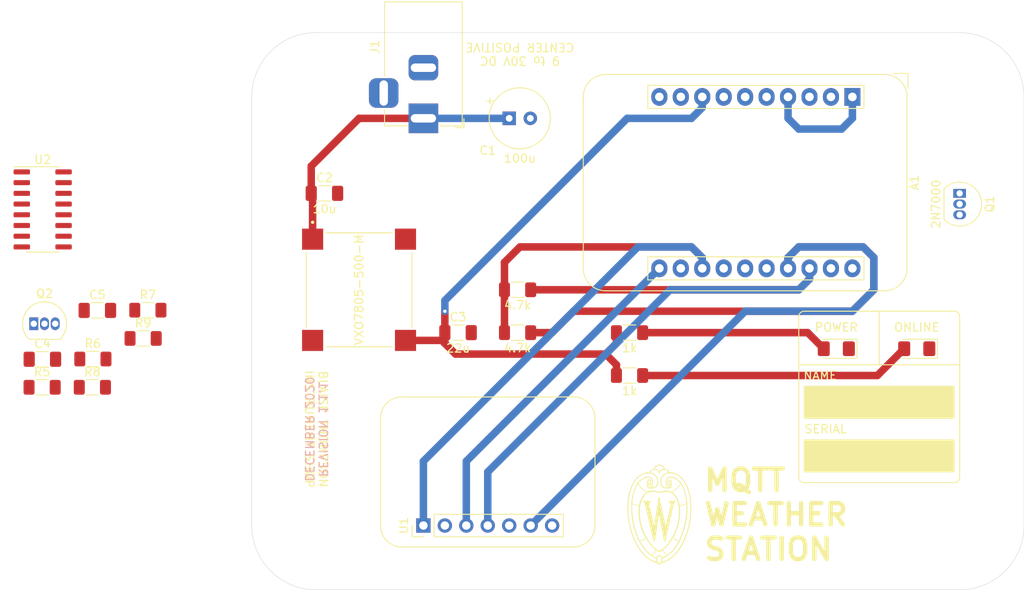
<source format=kicad_pcb>
(kicad_pcb (version 20171130) (host pcbnew 5.1.8+dfsg1-1+b1)

  (general
    (thickness 1.6)
    (drawings 37)
    (tracks 69)
    (zones 0)
    (modules 28)
    (nets 18)
  )

  (page USLetter)
  (title_block
    (title "MQTT Weather Station")
    (date 2021-04-07)
    (rev B)
    (company "University of Wisconsin-Madison")
    (comment 1 "Department of Chemistry")
    (comment 2 "Instrument Shop")
    (comment 3 "Blaise Thompson")
    (comment 4 blaise.thompson@wisc.edu)
  )

  (layers
    (0 F.Cu signal)
    (31 B.Cu signal)
    (32 B.Adhes user)
    (33 F.Adhes user)
    (34 B.Paste user)
    (35 F.Paste user)
    (36 B.SilkS user)
    (37 F.SilkS user)
    (38 B.Mask user)
    (39 F.Mask user)
    (40 Dwgs.User user)
    (41 Cmts.User user)
    (42 Eco1.User user)
    (43 Eco2.User user)
    (44 Edge.Cuts user)
    (45 Margin user)
    (46 B.CrtYd user)
    (47 F.CrtYd user)
    (48 B.Fab user)
    (49 F.Fab user)
  )

  (setup
    (last_trace_width 0.889)
    (trace_clearance 0.2)
    (zone_clearance 0.508)
    (zone_45_only no)
    (trace_min 0.2)
    (via_size 0.8)
    (via_drill 0.4)
    (via_min_size 0.4)
    (via_min_drill 0.3)
    (uvia_size 0.3)
    (uvia_drill 0.1)
    (uvias_allowed no)
    (uvia_min_size 0.2)
    (uvia_min_drill 0.1)
    (edge_width 0.05)
    (segment_width 0.2)
    (pcb_text_width 0.3)
    (pcb_text_size 1.5 1.5)
    (mod_edge_width 0.12)
    (mod_text_size 1 1)
    (mod_text_width 0.15)
    (pad_size 1.524 1.524)
    (pad_drill 0.762)
    (pad_to_mask_clearance 0)
    (aux_axis_origin 0 0)
    (visible_elements FFFFFF7F)
    (pcbplotparams
      (layerselection 0x010fc_ffffffff)
      (usegerberextensions false)
      (usegerberattributes true)
      (usegerberadvancedattributes true)
      (creategerberjobfile true)
      (excludeedgelayer true)
      (linewidth 0.100000)
      (plotframeref false)
      (viasonmask false)
      (mode 1)
      (useauxorigin false)
      (hpglpennumber 1)
      (hpglpenspeed 20)
      (hpglpendiameter 15.000000)
      (psnegative false)
      (psa4output false)
      (plotreference true)
      (plotvalue true)
      (plotinvisibletext false)
      (padsonsilk false)
      (subtractmaskfromsilk false)
      (outputformat 1)
      (mirror false)
      (drillshape 0)
      (scaleselection 1)
      (outputdirectory "gerber"))
  )

  (net 0 "")
  (net 1 "Net-(A1-Pad6)")
  (net 2 "Net-(A1-Pad17)")
  (net 3 "Net-(A1-Pad18)")
  (net 4 "Net-(A1-Pad1)")
  (net 5 GND)
  (net 6 +5V)
  (net 7 "Net-(D1-Pad2)")
  (net 8 "Net-(D2-Pad2)")
  (net 9 "Net-(D2-Pad1)")
  (net 10 +3V3)
  (net 11 "Net-(C1-Pad1)")
  (net 12 "Net-(Q2-Pad2)")
  (net 13 "Net-(C5-Pad1)")
  (net 14 "Net-(R6-Pad2)")
  (net 15 "Net-(R5-Pad2)")
  (net 16 "Net-(C4-Pad1)")
  (net 17 "Net-(C4-Pad2)")

  (net_class Default "This is the default net class."
    (clearance 0.2)
    (trace_width 0.889)
    (via_dia 0.8)
    (via_drill 0.4)
    (uvia_dia 0.3)
    (uvia_drill 0.1)
    (add_net +3V3)
    (add_net +5V)
    (add_net GND)
    (add_net "Net-(A1-Pad1)")
    (add_net "Net-(A1-Pad12)")
    (add_net "Net-(A1-Pad14)")
    (add_net "Net-(A1-Pad15)")
    (add_net "Net-(A1-Pad16)")
    (add_net "Net-(A1-Pad17)")
    (add_net "Net-(A1-Pad18)")
    (add_net "Net-(A1-Pad19)")
    (add_net "Net-(A1-Pad2)")
    (add_net "Net-(A1-Pad20)")
    (add_net "Net-(A1-Pad3)")
    (add_net "Net-(A1-Pad5)")
    (add_net "Net-(A1-Pad6)")
    (add_net "Net-(A1-Pad7)")
    (add_net "Net-(A1-Pad9)")
    (add_net "Net-(C1-Pad1)")
    (add_net "Net-(C4-Pad1)")
    (add_net "Net-(C4-Pad2)")
    (add_net "Net-(C5-Pad1)")
    (add_net "Net-(D1-Pad2)")
    (add_net "Net-(D2-Pad1)")
    (add_net "Net-(D2-Pad2)")
    (add_net "Net-(Q2-Pad2)")
    (add_net "Net-(R5-Pad2)")
    (add_net "Net-(R6-Pad2)")
    (add_net "Net-(U1-Pad2)")
    (add_net "Net-(U1-Pad5)")
    (add_net "Net-(U1-Pad7)")
    (add_net "Net-(U2-Pad1)")
    (add_net "Net-(U2-Pad13)")
    (add_net "Net-(U2-Pad14)")
    (add_net "Net-(U2-Pad15)")
    (add_net "Net-(U2-Pad2)")
    (add_net "Net-(U2-Pad4)")
    (add_net "Net-(U2-Pad5)")
    (add_net "Net-(U2-Pad6)")
    (add_net "Net-(U2-Pad7)")
  )

  (module Resistor_SMD:R_1206_3216Metric_Pad1.30x1.75mm_HandSolder (layer F.Cu) (tedit 5F68FEEE) (tstamp 606E514F)
    (at 30.310001 79.425001)
    (descr "Resistor SMD 1206 (3216 Metric), square (rectangular) end terminal, IPC_7351 nominal with elongated pad for handsoldering. (Body size source: IPC-SM-782 page 72, https://www.pcb-3d.com/wordpress/wp-content/uploads/ipc-sm-782a_amendment_1_and_2.pdf), generated with kicad-footprint-generator")
    (tags "resistor handsolder")
    (path /60872B34)
    (attr smd)
    (fp_text reference R9 (at 0 -1.82) (layer F.SilkS)
      (effects (font (size 1 1) (thickness 0.15)))
    )
    (fp_text value R_US (at 0 1.82) (layer F.Fab)
      (effects (font (size 1 1) (thickness 0.15)))
    )
    (fp_text user %R (at 0 0) (layer F.Fab)
      (effects (font (size 0.8 0.8) (thickness 0.12)))
    )
    (fp_line (start -1.6 0.8) (end -1.6 -0.8) (layer F.Fab) (width 0.1))
    (fp_line (start -1.6 -0.8) (end 1.6 -0.8) (layer F.Fab) (width 0.1))
    (fp_line (start 1.6 -0.8) (end 1.6 0.8) (layer F.Fab) (width 0.1))
    (fp_line (start 1.6 0.8) (end -1.6 0.8) (layer F.Fab) (width 0.1))
    (fp_line (start -0.727064 -0.91) (end 0.727064 -0.91) (layer F.SilkS) (width 0.12))
    (fp_line (start -0.727064 0.91) (end 0.727064 0.91) (layer F.SilkS) (width 0.12))
    (fp_line (start -2.45 1.12) (end -2.45 -1.12) (layer F.CrtYd) (width 0.05))
    (fp_line (start -2.45 -1.12) (end 2.45 -1.12) (layer F.CrtYd) (width 0.05))
    (fp_line (start 2.45 -1.12) (end 2.45 1.12) (layer F.CrtYd) (width 0.05))
    (fp_line (start 2.45 1.12) (end -2.45 1.12) (layer F.CrtYd) (width 0.05))
    (pad 2 smd roundrect (at 1.55 0) (size 1.3 1.75) (layers F.Cu F.Paste F.Mask) (roundrect_rratio 0.192308)
      (net 5 GND))
    (pad 1 smd roundrect (at -1.55 0) (size 1.3 1.75) (layers F.Cu F.Paste F.Mask) (roundrect_rratio 0.192308)
      (net 13 "Net-(C5-Pad1)"))
    (model ${KISYS3DMOD}/Resistor_SMD.3dshapes/R_1206_3216Metric.wrl
      (at (xyz 0 0 0))
      (scale (xyz 1 1 1))
      (rotate (xyz 0 0 0))
    )
  )

  (module Resistor_SMD:R_1206_3216Metric_Pad1.30x1.75mm_HandSolder (layer F.Cu) (tedit 5F68FEEE) (tstamp 606E513E)
    (at 24.300001 85.215001)
    (descr "Resistor SMD 1206 (3216 Metric), square (rectangular) end terminal, IPC_7351 nominal with elongated pad for handsoldering. (Body size source: IPC-SM-782 page 72, https://www.pcb-3d.com/wordpress/wp-content/uploads/ipc-sm-782a_amendment_1_and_2.pdf), generated with kicad-footprint-generator")
    (tags "resistor handsolder")
    (path /60836A20)
    (attr smd)
    (fp_text reference R8 (at 0 -1.82) (layer F.SilkS)
      (effects (font (size 1 1) (thickness 0.15)))
    )
    (fp_text value R_US (at 0 1.82) (layer F.Fab)
      (effects (font (size 1 1) (thickness 0.15)))
    )
    (fp_text user %R (at 0 0) (layer F.Fab)
      (effects (font (size 0.8 0.8) (thickness 0.12)))
    )
    (fp_line (start -1.6 0.8) (end -1.6 -0.8) (layer F.Fab) (width 0.1))
    (fp_line (start -1.6 -0.8) (end 1.6 -0.8) (layer F.Fab) (width 0.1))
    (fp_line (start 1.6 -0.8) (end 1.6 0.8) (layer F.Fab) (width 0.1))
    (fp_line (start 1.6 0.8) (end -1.6 0.8) (layer F.Fab) (width 0.1))
    (fp_line (start -0.727064 -0.91) (end 0.727064 -0.91) (layer F.SilkS) (width 0.12))
    (fp_line (start -0.727064 0.91) (end 0.727064 0.91) (layer F.SilkS) (width 0.12))
    (fp_line (start -2.45 1.12) (end -2.45 -1.12) (layer F.CrtYd) (width 0.05))
    (fp_line (start -2.45 -1.12) (end 2.45 -1.12) (layer F.CrtYd) (width 0.05))
    (fp_line (start 2.45 -1.12) (end 2.45 1.12) (layer F.CrtYd) (width 0.05))
    (fp_line (start 2.45 1.12) (end -2.45 1.12) (layer F.CrtYd) (width 0.05))
    (pad 2 smd roundrect (at 1.55 0) (size 1.3 1.75) (layers F.Cu F.Paste F.Mask) (roundrect_rratio 0.192308)
      (net 13 "Net-(C5-Pad1)"))
    (pad 1 smd roundrect (at -1.55 0) (size 1.3 1.75) (layers F.Cu F.Paste F.Mask) (roundrect_rratio 0.192308)
      (net 12 "Net-(Q2-Pad2)"))
    (model ${KISYS3DMOD}/Resistor_SMD.3dshapes/R_1206_3216Metric.wrl
      (at (xyz 0 0 0))
      (scale (xyz 1 1 1))
      (rotate (xyz 0 0 0))
    )
  )

  (module Resistor_SMD:R_1206_3216Metric_Pad1.30x1.75mm_HandSolder (layer F.Cu) (tedit 5F68FEEE) (tstamp 606E512D)
    (at 30.870001 76.075001)
    (descr "Resistor SMD 1206 (3216 Metric), square (rectangular) end terminal, IPC_7351 nominal with elongated pad for handsoldering. (Body size source: IPC-SM-782 page 72, https://www.pcb-3d.com/wordpress/wp-content/uploads/ipc-sm-782a_amendment_1_and_2.pdf), generated with kicad-footprint-generator")
    (tags "resistor handsolder")
    (path /6081A7E5)
    (attr smd)
    (fp_text reference R7 (at 0 -1.82) (layer F.SilkS)
      (effects (font (size 1 1) (thickness 0.15)))
    )
    (fp_text value R_US (at 0 1.82) (layer F.Fab)
      (effects (font (size 1 1) (thickness 0.15)))
    )
    (fp_text user %R (at 0 0) (layer F.Fab)
      (effects (font (size 0.8 0.8) (thickness 0.12)))
    )
    (fp_line (start -1.6 0.8) (end -1.6 -0.8) (layer F.Fab) (width 0.1))
    (fp_line (start -1.6 -0.8) (end 1.6 -0.8) (layer F.Fab) (width 0.1))
    (fp_line (start 1.6 -0.8) (end 1.6 0.8) (layer F.Fab) (width 0.1))
    (fp_line (start 1.6 0.8) (end -1.6 0.8) (layer F.Fab) (width 0.1))
    (fp_line (start -0.727064 -0.91) (end 0.727064 -0.91) (layer F.SilkS) (width 0.12))
    (fp_line (start -0.727064 0.91) (end 0.727064 0.91) (layer F.SilkS) (width 0.12))
    (fp_line (start -2.45 1.12) (end -2.45 -1.12) (layer F.CrtYd) (width 0.05))
    (fp_line (start -2.45 -1.12) (end 2.45 -1.12) (layer F.CrtYd) (width 0.05))
    (fp_line (start 2.45 -1.12) (end 2.45 1.12) (layer F.CrtYd) (width 0.05))
    (fp_line (start 2.45 1.12) (end -2.45 1.12) (layer F.CrtYd) (width 0.05))
    (pad 2 smd roundrect (at 1.55 0) (size 1.3 1.75) (layers F.Cu F.Paste F.Mask) (roundrect_rratio 0.192308)
      (net 4 "Net-(A1-Pad1)"))
    (pad 1 smd roundrect (at -1.55 0) (size 1.3 1.75) (layers F.Cu F.Paste F.Mask) (roundrect_rratio 0.192308)
      (net 10 +3V3))
    (model ${KISYS3DMOD}/Resistor_SMD.3dshapes/R_1206_3216Metric.wrl
      (at (xyz 0 0 0))
      (scale (xyz 1 1 1))
      (rotate (xyz 0 0 0))
    )
  )

  (module Resistor_SMD:R_1206_3216Metric_Pad1.30x1.75mm_HandSolder (layer F.Cu) (tedit 5F68FEEE) (tstamp 606E511C)
    (at 24.360001 81.865001)
    (descr "Resistor SMD 1206 (3216 Metric), square (rectangular) end terminal, IPC_7351 nominal with elongated pad for handsoldering. (Body size source: IPC-SM-782 page 72, https://www.pcb-3d.com/wordpress/wp-content/uploads/ipc-sm-782a_amendment_1_and_2.pdf), generated with kicad-footprint-generator")
    (tags "resistor handsolder")
    (path /606F2EF9)
    (attr smd)
    (fp_text reference R6 (at 0 -1.82) (layer F.SilkS)
      (effects (font (size 1 1) (thickness 0.15)))
    )
    (fp_text value 1M (at 0 1.82) (layer F.Fab)
      (effects (font (size 1 1) (thickness 0.15)))
    )
    (fp_text user %R (at 0 0) (layer F.Fab)
      (effects (font (size 0.8 0.8) (thickness 0.12)))
    )
    (fp_line (start -1.6 0.8) (end -1.6 -0.8) (layer F.Fab) (width 0.1))
    (fp_line (start -1.6 -0.8) (end 1.6 -0.8) (layer F.Fab) (width 0.1))
    (fp_line (start 1.6 -0.8) (end 1.6 0.8) (layer F.Fab) (width 0.1))
    (fp_line (start 1.6 0.8) (end -1.6 0.8) (layer F.Fab) (width 0.1))
    (fp_line (start -0.727064 -0.91) (end 0.727064 -0.91) (layer F.SilkS) (width 0.12))
    (fp_line (start -0.727064 0.91) (end 0.727064 0.91) (layer F.SilkS) (width 0.12))
    (fp_line (start -2.45 1.12) (end -2.45 -1.12) (layer F.CrtYd) (width 0.05))
    (fp_line (start -2.45 -1.12) (end 2.45 -1.12) (layer F.CrtYd) (width 0.05))
    (fp_line (start 2.45 -1.12) (end 2.45 1.12) (layer F.CrtYd) (width 0.05))
    (fp_line (start 2.45 1.12) (end -2.45 1.12) (layer F.CrtYd) (width 0.05))
    (pad 2 smd roundrect (at 1.55 0) (size 1.3 1.75) (layers F.Cu F.Paste F.Mask) (roundrect_rratio 0.192308)
      (net 14 "Net-(R6-Pad2)"))
    (pad 1 smd roundrect (at -1.55 0) (size 1.3 1.75) (layers F.Cu F.Paste F.Mask) (roundrect_rratio 0.192308)
      (net 17 "Net-(C4-Pad2)"))
    (model ${KISYS3DMOD}/Resistor_SMD.3dshapes/R_1206_3216Metric.wrl
      (at (xyz 0 0 0))
      (scale (xyz 1 1 1))
      (rotate (xyz 0 0 0))
    )
  )

  (module Resistor_SMD:R_1206_3216Metric_Pad1.30x1.75mm_HandSolder (layer F.Cu) (tedit 5F68FEEE) (tstamp 606E510B)
    (at 18.350001 85.215001)
    (descr "Resistor SMD 1206 (3216 Metric), square (rectangular) end terminal, IPC_7351 nominal with elongated pad for handsoldering. (Body size source: IPC-SM-782 page 72, https://www.pcb-3d.com/wordpress/wp-content/uploads/ipc-sm-782a_amendment_1_and_2.pdf), generated with kicad-footprint-generator")
    (tags "resistor handsolder")
    (path /606F2A08)
    (attr smd)
    (fp_text reference R5 (at 0 -1.82) (layer F.SilkS)
      (effects (font (size 1 1) (thickness 0.15)))
    )
    (fp_text value 100k (at 0 1.82) (layer F.Fab)
      (effects (font (size 1 1) (thickness 0.15)))
    )
    (fp_text user %R (at 0 0) (layer F.Fab)
      (effects (font (size 0.8 0.8) (thickness 0.12)))
    )
    (fp_line (start -1.6 0.8) (end -1.6 -0.8) (layer F.Fab) (width 0.1))
    (fp_line (start -1.6 -0.8) (end 1.6 -0.8) (layer F.Fab) (width 0.1))
    (fp_line (start 1.6 -0.8) (end 1.6 0.8) (layer F.Fab) (width 0.1))
    (fp_line (start 1.6 0.8) (end -1.6 0.8) (layer F.Fab) (width 0.1))
    (fp_line (start -0.727064 -0.91) (end 0.727064 -0.91) (layer F.SilkS) (width 0.12))
    (fp_line (start -0.727064 0.91) (end 0.727064 0.91) (layer F.SilkS) (width 0.12))
    (fp_line (start -2.45 1.12) (end -2.45 -1.12) (layer F.CrtYd) (width 0.05))
    (fp_line (start -2.45 -1.12) (end 2.45 -1.12) (layer F.CrtYd) (width 0.05))
    (fp_line (start 2.45 -1.12) (end 2.45 1.12) (layer F.CrtYd) (width 0.05))
    (fp_line (start 2.45 1.12) (end -2.45 1.12) (layer F.CrtYd) (width 0.05))
    (pad 2 smd roundrect (at 1.55 0) (size 1.3 1.75) (layers F.Cu F.Paste F.Mask) (roundrect_rratio 0.192308)
      (net 15 "Net-(R5-Pad2)"))
    (pad 1 smd roundrect (at -1.55 0) (size 1.3 1.75) (layers F.Cu F.Paste F.Mask) (roundrect_rratio 0.192308)
      (net 17 "Net-(C4-Pad2)"))
    (model ${KISYS3DMOD}/Resistor_SMD.3dshapes/R_1206_3216Metric.wrl
      (at (xyz 0 0 0))
      (scale (xyz 1 1 1))
      (rotate (xyz 0 0 0))
    )
  )

  (module Package_TO_SOT_THT:TO-92_Inline (layer F.Cu) (tedit 5A1DD157) (tstamp 606E507A)
    (at 17.360001 77.685001)
    (descr "TO-92 leads in-line, narrow, oval pads, drill 0.75mm (see NXP sot054_po.pdf)")
    (tags "to-92 sc-43 sc-43a sot54 PA33 transistor")
    (path /6080DD81)
    (fp_text reference Q2 (at 1.27 -3.56) (layer F.SilkS)
      (effects (font (size 1 1) (thickness 0.15)))
    )
    (fp_text value 2N7000 (at 1.27 2.79) (layer F.Fab)
      (effects (font (size 1 1) (thickness 0.15)))
    )
    (fp_arc (start 1.27 0) (end 1.27 -2.6) (angle 135) (layer F.SilkS) (width 0.12))
    (fp_arc (start 1.27 0) (end 1.27 -2.48) (angle -135) (layer F.Fab) (width 0.1))
    (fp_arc (start 1.27 0) (end 1.27 -2.6) (angle -135) (layer F.SilkS) (width 0.12))
    (fp_arc (start 1.27 0) (end 1.27 -2.48) (angle 135) (layer F.Fab) (width 0.1))
    (fp_text user %R (at 1.27 0) (layer F.Fab)
      (effects (font (size 1 1) (thickness 0.15)))
    )
    (fp_line (start -0.53 1.85) (end 3.07 1.85) (layer F.SilkS) (width 0.12))
    (fp_line (start -0.5 1.75) (end 3 1.75) (layer F.Fab) (width 0.1))
    (fp_line (start -1.46 -2.73) (end 4 -2.73) (layer F.CrtYd) (width 0.05))
    (fp_line (start -1.46 -2.73) (end -1.46 2.01) (layer F.CrtYd) (width 0.05))
    (fp_line (start 4 2.01) (end 4 -2.73) (layer F.CrtYd) (width 0.05))
    (fp_line (start 4 2.01) (end -1.46 2.01) (layer F.CrtYd) (width 0.05))
    (pad 1 thru_hole rect (at 0 0) (size 1.05 1.5) (drill 0.75) (layers *.Cu *.Mask)
      (net 5 GND))
    (pad 3 thru_hole oval (at 2.54 0) (size 1.05 1.5) (drill 0.75) (layers *.Cu *.Mask)
      (net 4 "Net-(A1-Pad1)"))
    (pad 2 thru_hole oval (at 1.27 0) (size 1.05 1.5) (drill 0.75) (layers *.Cu *.Mask)
      (net 12 "Net-(Q2-Pad2)"))
    (model ${KISYS3DMOD}/Package_TO_SOT_THT.3dshapes/TO-92_Inline.wrl
      (at (xyz 0 0 0))
      (scale (xyz 1 1 1))
      (rotate (xyz 0 0 0))
    )
  )

  (module Capacitor_SMD:C_1206_3216Metric_Pad1.33x1.80mm_HandSolder (layer F.Cu) (tedit 5F68FEEF) (tstamp 606E4FBA)
    (at 24.890001 76.105001)
    (descr "Capacitor SMD 1206 (3216 Metric), square (rectangular) end terminal, IPC_7351 nominal with elongated pad for handsoldering. (Body size source: IPC-SM-782 page 76, https://www.pcb-3d.com/wordpress/wp-content/uploads/ipc-sm-782a_amendment_1_and_2.pdf), generated with kicad-footprint-generator")
    (tags "capacitor handsolder")
    (path /608374EB)
    (attr smd)
    (fp_text reference C5 (at 0 -1.85) (layer F.SilkS)
      (effects (font (size 1 1) (thickness 0.15)))
    )
    (fp_text value C (at 0 1.85) (layer F.Fab)
      (effects (font (size 1 1) (thickness 0.15)))
    )
    (fp_text user %R (at 0 0) (layer F.Fab)
      (effects (font (size 0.8 0.8) (thickness 0.12)))
    )
    (fp_line (start -1.6 0.8) (end -1.6 -0.8) (layer F.Fab) (width 0.1))
    (fp_line (start -1.6 -0.8) (end 1.6 -0.8) (layer F.Fab) (width 0.1))
    (fp_line (start 1.6 -0.8) (end 1.6 0.8) (layer F.Fab) (width 0.1))
    (fp_line (start 1.6 0.8) (end -1.6 0.8) (layer F.Fab) (width 0.1))
    (fp_line (start -0.711252 -0.91) (end 0.711252 -0.91) (layer F.SilkS) (width 0.12))
    (fp_line (start -0.711252 0.91) (end 0.711252 0.91) (layer F.SilkS) (width 0.12))
    (fp_line (start -2.48 1.15) (end -2.48 -1.15) (layer F.CrtYd) (width 0.05))
    (fp_line (start -2.48 -1.15) (end 2.48 -1.15) (layer F.CrtYd) (width 0.05))
    (fp_line (start 2.48 -1.15) (end 2.48 1.15) (layer F.CrtYd) (width 0.05))
    (fp_line (start 2.48 1.15) (end -2.48 1.15) (layer F.CrtYd) (width 0.05))
    (pad 2 smd roundrect (at 1.5625 0) (size 1.325 1.8) (layers F.Cu F.Paste F.Mask) (roundrect_rratio 0.188679)
      (net 5 GND))
    (pad 1 smd roundrect (at -1.5625 0) (size 1.325 1.8) (layers F.Cu F.Paste F.Mask) (roundrect_rratio 0.188679)
      (net 13 "Net-(C5-Pad1)"))
    (model ${KISYS3DMOD}/Capacitor_SMD.3dshapes/C_1206_3216Metric.wrl
      (at (xyz 0 0 0))
      (scale (xyz 1 1 1))
      (rotate (xyz 0 0 0))
    )
  )

  (module Capacitor_SMD:C_1206_3216Metric_Pad1.33x1.80mm_HandSolder (layer F.Cu) (tedit 5F68FEEF) (tstamp 606E4FA9)
    (at 18.380001 81.895001)
    (descr "Capacitor SMD 1206 (3216 Metric), square (rectangular) end terminal, IPC_7351 nominal with elongated pad for handsoldering. (Body size source: IPC-SM-782 page 76, https://www.pcb-3d.com/wordpress/wp-content/uploads/ipc-sm-782a_amendment_1_and_2.pdf), generated with kicad-footprint-generator")
    (tags "capacitor handsolder")
    (path /606E9B06)
    (attr smd)
    (fp_text reference C4 (at 0 -1.85) (layer F.SilkS)
      (effects (font (size 1 1) (thickness 0.15)))
    )
    (fp_text value 1n (at 0 1.85) (layer F.Fab)
      (effects (font (size 1 1) (thickness 0.15)))
    )
    (fp_text user %R (at 0 0) (layer F.Fab)
      (effects (font (size 0.8 0.8) (thickness 0.12)))
    )
    (fp_line (start -1.6 0.8) (end -1.6 -0.8) (layer F.Fab) (width 0.1))
    (fp_line (start -1.6 -0.8) (end 1.6 -0.8) (layer F.Fab) (width 0.1))
    (fp_line (start 1.6 -0.8) (end 1.6 0.8) (layer F.Fab) (width 0.1))
    (fp_line (start 1.6 0.8) (end -1.6 0.8) (layer F.Fab) (width 0.1))
    (fp_line (start -0.711252 -0.91) (end 0.711252 -0.91) (layer F.SilkS) (width 0.12))
    (fp_line (start -0.711252 0.91) (end 0.711252 0.91) (layer F.SilkS) (width 0.12))
    (fp_line (start -2.48 1.15) (end -2.48 -1.15) (layer F.CrtYd) (width 0.05))
    (fp_line (start -2.48 -1.15) (end 2.48 -1.15) (layer F.CrtYd) (width 0.05))
    (fp_line (start 2.48 -1.15) (end 2.48 1.15) (layer F.CrtYd) (width 0.05))
    (fp_line (start 2.48 1.15) (end -2.48 1.15) (layer F.CrtYd) (width 0.05))
    (pad 2 smd roundrect (at 1.5625 0) (size 1.325 1.8) (layers F.Cu F.Paste F.Mask) (roundrect_rratio 0.188679)
      (net 17 "Net-(C4-Pad2)"))
    (pad 1 smd roundrect (at -1.5625 0) (size 1.325 1.8) (layers F.Cu F.Paste F.Mask) (roundrect_rratio 0.188679)
      (net 16 "Net-(C4-Pad1)"))
    (model ${KISYS3DMOD}/Capacitor_SMD.3dshapes/C_1206_3216Metric.wrl
      (at (xyz 0 0 0))
      (scale (xyz 1 1 1))
      (rotate (xyz 0 0 0))
    )
  )

  (module Package_SO:SOIC-16_3.9x9.9mm_P1.27mm (layer F.Cu) (tedit 5D9F72B1) (tstamp 606E4B4F)
    (at 18.415 64.135)
    (descr "SOIC, 16 Pin (JEDEC MS-012AC, https://www.analog.com/media/en/package-pcb-resources/package/pkg_pdf/soic_narrow-r/r_16.pdf), generated with kicad-footprint-generator ipc_gullwing_generator.py")
    (tags "SOIC SO")
    (path /606E1341)
    (attr smd)
    (fp_text reference U2 (at 0 -5.9) (layer F.SilkS)
      (effects (font (size 1 1) (thickness 0.15)))
    )
    (fp_text value CD4060BM96 (at 0 5.9) (layer F.Fab)
      (effects (font (size 1 1) (thickness 0.15)))
    )
    (fp_text user %R (at 0 0) (layer F.Fab)
      (effects (font (size 0.98 0.98) (thickness 0.15)))
    )
    (fp_line (start 0 5.06) (end 1.95 5.06) (layer F.SilkS) (width 0.12))
    (fp_line (start 0 5.06) (end -1.95 5.06) (layer F.SilkS) (width 0.12))
    (fp_line (start 0 -5.06) (end 1.95 -5.06) (layer F.SilkS) (width 0.12))
    (fp_line (start 0 -5.06) (end -3.45 -5.06) (layer F.SilkS) (width 0.12))
    (fp_line (start -0.975 -4.95) (end 1.95 -4.95) (layer F.Fab) (width 0.1))
    (fp_line (start 1.95 -4.95) (end 1.95 4.95) (layer F.Fab) (width 0.1))
    (fp_line (start 1.95 4.95) (end -1.95 4.95) (layer F.Fab) (width 0.1))
    (fp_line (start -1.95 4.95) (end -1.95 -3.975) (layer F.Fab) (width 0.1))
    (fp_line (start -1.95 -3.975) (end -0.975 -4.95) (layer F.Fab) (width 0.1))
    (fp_line (start -3.7 -5.2) (end -3.7 5.2) (layer F.CrtYd) (width 0.05))
    (fp_line (start -3.7 5.2) (end 3.7 5.2) (layer F.CrtYd) (width 0.05))
    (fp_line (start 3.7 5.2) (end 3.7 -5.2) (layer F.CrtYd) (width 0.05))
    (fp_line (start 3.7 -5.2) (end -3.7 -5.2) (layer F.CrtYd) (width 0.05))
    (pad 16 smd roundrect (at 2.475 -4.445) (size 1.95 0.6) (layers F.Cu F.Paste F.Mask) (roundrect_rratio 0.25)
      (net 10 +3V3))
    (pad 15 smd roundrect (at 2.475 -3.175) (size 1.95 0.6) (layers F.Cu F.Paste F.Mask) (roundrect_rratio 0.25))
    (pad 14 smd roundrect (at 2.475 -1.905) (size 1.95 0.6) (layers F.Cu F.Paste F.Mask) (roundrect_rratio 0.25))
    (pad 13 smd roundrect (at 2.475 -0.635) (size 1.95 0.6) (layers F.Cu F.Paste F.Mask) (roundrect_rratio 0.25))
    (pad 12 smd roundrect (at 2.475 0.635) (size 1.95 0.6) (layers F.Cu F.Paste F.Mask) (roundrect_rratio 0.25)
      (net 13 "Net-(C5-Pad1)"))
    (pad 11 smd roundrect (at 2.475 1.905) (size 1.95 0.6) (layers F.Cu F.Paste F.Mask) (roundrect_rratio 0.25)
      (net 14 "Net-(R6-Pad2)"))
    (pad 10 smd roundrect (at 2.475 3.175) (size 1.95 0.6) (layers F.Cu F.Paste F.Mask) (roundrect_rratio 0.25)
      (net 15 "Net-(R5-Pad2)"))
    (pad 9 smd roundrect (at 2.475 4.445) (size 1.95 0.6) (layers F.Cu F.Paste F.Mask) (roundrect_rratio 0.25)
      (net 16 "Net-(C4-Pad1)"))
    (pad 8 smd roundrect (at -2.475 4.445) (size 1.95 0.6) (layers F.Cu F.Paste F.Mask) (roundrect_rratio 0.25)
      (net 5 GND))
    (pad 7 smd roundrect (at -2.475 3.175) (size 1.95 0.6) (layers F.Cu F.Paste F.Mask) (roundrect_rratio 0.25))
    (pad 6 smd roundrect (at -2.475 1.905) (size 1.95 0.6) (layers F.Cu F.Paste F.Mask) (roundrect_rratio 0.25))
    (pad 5 smd roundrect (at -2.475 0.635) (size 1.95 0.6) (layers F.Cu F.Paste F.Mask) (roundrect_rratio 0.25))
    (pad 4 smd roundrect (at -2.475 -0.635) (size 1.95 0.6) (layers F.Cu F.Paste F.Mask) (roundrect_rratio 0.25))
    (pad 3 smd roundrect (at -2.475 -1.905) (size 1.95 0.6) (layers F.Cu F.Paste F.Mask) (roundrect_rratio 0.25)
      (net 12 "Net-(Q2-Pad2)"))
    (pad 2 smd roundrect (at -2.475 -3.175) (size 1.95 0.6) (layers F.Cu F.Paste F.Mask) (roundrect_rratio 0.25))
    (pad 1 smd roundrect (at -2.475 -4.445) (size 1.95 0.6) (layers F.Cu F.Paste F.Mask) (roundrect_rratio 0.25))
    (model ${KISYS3DMOD}/Package_SO.3dshapes/SOIC-16_3.9x9.9mm_P1.27mm.wrl
      (at (xyz 0 0 0))
      (scale (xyz 1 1 1))
      (rotate (xyz 0 0 0))
    )
  )

  (module Capacitor_THT:CP_Radial_Tantal_D7.0mm_P2.50mm (layer F.Cu) (tedit 5AE50EF0) (tstamp 5FCB270F)
    (at 73.66 53.34)
    (descr "CP, Radial_Tantal series, Radial, pin pitch=2.50mm, , diameter=7.0mm, Tantal Electrolytic Capacitor, http://cdn-reichelt.de/documents/datenblatt/B300/TANTAL-TB-Serie%23.pdf")
    (tags "CP Radial_Tantal series Radial pin pitch 2.50mm  diameter 7.0mm Tantal Electrolytic Capacitor")
    (path /5FCFDB85)
    (fp_text reference C1 (at -2.54 3.81) (layer F.SilkS)
      (effects (font (size 1 1) (thickness 0.15)))
    )
    (fp_text value 100u (at 1.25 4.75) (layer F.SilkS)
      (effects (font (size 1 1) (thickness 0.15)))
    )
    (fp_line (start -2.274723 -2.385) (end -2.274723 -1.685) (layer F.SilkS) (width 0.12))
    (fp_line (start -2.624723 -2.035) (end -1.924723 -2.035) (layer F.SilkS) (width 0.12))
    (fp_line (start -1.395708 -1.8775) (end -1.395708 -1.1775) (layer F.Fab) (width 0.1))
    (fp_line (start -1.745708 -1.5275) (end -1.045708 -1.5275) (layer F.Fab) (width 0.1))
    (fp_circle (center 1.25 0) (end 5 0) (layer F.CrtYd) (width 0.05))
    (fp_circle (center 1.25 0) (end 4.87 0) (layer F.SilkS) (width 0.12))
    (fp_circle (center 1.25 0) (end 4.75 0) (layer F.Fab) (width 0.1))
    (fp_text user %R (at 1.25 0) (layer F.Fab)
      (effects (font (size 1 1) (thickness 0.15)))
    )
    (pad 2 thru_hole circle (at 2.5 0) (size 1.6 1.6) (drill 0.8) (layers *.Cu *.Mask)
      (net 5 GND))
    (pad 1 thru_hole rect (at 0 0) (size 1.6 1.6) (drill 0.8) (layers *.Cu *.Mask)
      (net 11 "Net-(C1-Pad1)"))
    (model ${KISYS3DMOD}/Capacitor_THT.3dshapes/CP_Radial_Tantal_D7.0mm_P2.50mm.wrl
      (at (xyz 0 0 0))
      (scale (xyz 1 1 1))
      (rotate (xyz 0 0 0))
    )
  )

  (module footprints:CONV_VXO7805-500-M (layer F.Cu) (tedit 5F8F3960) (tstamp 5FCAFDA6)
    (at 55.88 73.66)
    (path /5FCB3C49)
    (fp_text reference PS1 (at -3.325 -9.135) (layer F.SilkS) hide
      (effects (font (size 1 1) (thickness 0.015)))
    )
    (fp_text value VXO7805-500-M (at 0 0 90) (layer F.SilkS)
      (effects (font (size 1 1) (thickness 0.15)))
    )
    (fp_line (start -6.25 4.43) (end -6.25 -4.43) (layer F.SilkS) (width 0.127))
    (fp_line (start 6.25 -4.43) (end 6.25 4.43) (layer F.SilkS) (width 0.127))
    (fp_line (start 3.93 6.75) (end -3.93 6.75) (layer F.SilkS) (width 0.127))
    (fp_circle (center -5.5 -8) (end -5.4 -8) (layer F.Fab) (width 0.2))
    (fp_circle (center -5.5 -8) (end -5.4 -8) (layer F.SilkS) (width 0.2))
    (fp_line (start -3.93 -6.75) (end 3.93 -6.75) (layer F.SilkS) (width 0.127))
    (fp_line (start -7 7.5) (end -7 -7.5) (layer F.CrtYd) (width 0.05))
    (fp_line (start 7 7.5) (end -7 7.5) (layer F.CrtYd) (width 0.05))
    (fp_line (start 7 -7.5) (end 7 7.5) (layer F.CrtYd) (width 0.05))
    (fp_line (start -7 -7.5) (end 7 -7.5) (layer F.CrtYd) (width 0.05))
    (fp_line (start -6.25 6.75) (end -6.25 -6.75) (layer F.Fab) (width 0.127))
    (fp_line (start 6.25 6.75) (end -6.25 6.75) (layer F.Fab) (width 0.127))
    (fp_line (start 6.25 -6.75) (end 6.25 6.75) (layer F.Fab) (width 0.127))
    (fp_line (start -6.25 -6.75) (end 6.25 -6.75) (layer F.Fab) (width 0.127))
    (pad 4 smd rect (at -5.5 6) (size 2.5 2.5) (layers F.Cu F.Paste F.Mask))
    (pad 3 smd rect (at 5.5 6) (size 2.5 2.5) (layers F.Cu F.Paste F.Mask)
      (net 6 +5V))
    (pad 2 smd rect (at 5.5 -6) (size 2.5 2.5) (layers F.Cu F.Paste F.Mask)
      (net 5 GND))
    (pad 1 smd rect (at -5.5 -6) (size 2.5 2.5) (layers F.Cu F.Paste F.Mask)
      (net 11 "Net-(C1-Pad1)"))
  )

  (module Resistor_SMD:R_1206_3216Metric_Pad1.30x1.75mm_HandSolder (layer F.Cu) (tedit 5F68FEEE) (tstamp 5FCB254D)
    (at 74.65 78.74)
    (descr "Resistor SMD 1206 (3216 Metric), square (rectangular) end terminal, IPC_7351 nominal with elongated pad for handsoldering. (Body size source: IPC-SM-782 page 72, https://www.pcb-3d.com/wordpress/wp-content/uploads/ipc-sm-782a_amendment_1_and_2.pdf), generated with kicad-footprint-generator")
    (tags "resistor handsolder")
    (path /5FCCD1D9)
    (attr smd)
    (fp_text reference R4 (at 0 -1.82) (layer F.Fab)
      (effects (font (size 1 1) (thickness 0.15)))
    )
    (fp_text value 4.7k (at 0 1.82) (layer F.SilkS)
      (effects (font (size 1 1) (thickness 0.15)))
    )
    (fp_line (start 2.45 1.12) (end -2.45 1.12) (layer F.CrtYd) (width 0.05))
    (fp_line (start 2.45 -1.12) (end 2.45 1.12) (layer F.CrtYd) (width 0.05))
    (fp_line (start -2.45 -1.12) (end 2.45 -1.12) (layer F.CrtYd) (width 0.05))
    (fp_line (start -2.45 1.12) (end -2.45 -1.12) (layer F.CrtYd) (width 0.05))
    (fp_line (start -0.727064 0.91) (end 0.727064 0.91) (layer F.SilkS) (width 0.12))
    (fp_line (start -0.727064 -0.91) (end 0.727064 -0.91) (layer F.SilkS) (width 0.12))
    (fp_line (start 1.6 0.8) (end -1.6 0.8) (layer F.Fab) (width 0.1))
    (fp_line (start 1.6 -0.8) (end 1.6 0.8) (layer F.Fab) (width 0.1))
    (fp_line (start -1.6 -0.8) (end 1.6 -0.8) (layer F.Fab) (width 0.1))
    (fp_line (start -1.6 0.8) (end -1.6 -0.8) (layer F.Fab) (width 0.1))
    (fp_text user %R (at 0 0) (layer F.Fab)
      (effects (font (size 0.8 0.8) (thickness 0.12)))
    )
    (pad 2 smd roundrect (at 1.55 0) (size 1.3 1.75) (layers F.Cu F.Paste F.Mask) (roundrect_rratio 0.1923069230769231)
      (net 2 "Net-(A1-Pad17)"))
    (pad 1 smd roundrect (at -1.55 0) (size 1.3 1.75) (layers F.Cu F.Paste F.Mask) (roundrect_rratio 0.1923069230769231)
      (net 10 +3V3))
    (model ${KISYS3DMOD}/Resistor_SMD.3dshapes/R_1206_3216Metric.wrl
      (at (xyz 0 0 0))
      (scale (xyz 1 1 1))
      (rotate (xyz 0 0 0))
    )
  )

  (module Resistor_SMD:R_1206_3216Metric_Pad1.30x1.75mm_HandSolder (layer F.Cu) (tedit 5F68FEEE) (tstamp 5FCB0F60)
    (at 74.65 73.66)
    (descr "Resistor SMD 1206 (3216 Metric), square (rectangular) end terminal, IPC_7351 nominal with elongated pad for handsoldering. (Body size source: IPC-SM-782 page 72, https://www.pcb-3d.com/wordpress/wp-content/uploads/ipc-sm-782a_amendment_1_and_2.pdf), generated with kicad-footprint-generator")
    (tags "resistor handsolder")
    (path /5FCCE9A7)
    (attr smd)
    (fp_text reference R3 (at 0 -1.82) (layer F.Fab)
      (effects (font (size 1 1) (thickness 0.15)))
    )
    (fp_text value 4.7k (at 0 1.82) (layer F.SilkS)
      (effects (font (size 1 1) (thickness 0.15)))
    )
    (fp_line (start 2.45 1.12) (end -2.45 1.12) (layer F.CrtYd) (width 0.05))
    (fp_line (start 2.45 -1.12) (end 2.45 1.12) (layer F.CrtYd) (width 0.05))
    (fp_line (start -2.45 -1.12) (end 2.45 -1.12) (layer F.CrtYd) (width 0.05))
    (fp_line (start -2.45 1.12) (end -2.45 -1.12) (layer F.CrtYd) (width 0.05))
    (fp_line (start -0.727064 0.91) (end 0.727064 0.91) (layer F.SilkS) (width 0.12))
    (fp_line (start -0.727064 -0.91) (end 0.727064 -0.91) (layer F.SilkS) (width 0.12))
    (fp_line (start 1.6 0.8) (end -1.6 0.8) (layer F.Fab) (width 0.1))
    (fp_line (start 1.6 -0.8) (end 1.6 0.8) (layer F.Fab) (width 0.1))
    (fp_line (start -1.6 -0.8) (end 1.6 -0.8) (layer F.Fab) (width 0.1))
    (fp_line (start -1.6 0.8) (end -1.6 -0.8) (layer F.Fab) (width 0.1))
    (fp_text user %R (at 0 0) (layer F.Fab)
      (effects (font (size 0.8 0.8) (thickness 0.12)))
    )
    (pad 2 smd roundrect (at 1.55 0) (size 1.3 1.75) (layers F.Cu F.Paste F.Mask) (roundrect_rratio 0.1923069230769231)
      (net 3 "Net-(A1-Pad18)"))
    (pad 1 smd roundrect (at -1.55 0) (size 1.3 1.75) (layers F.Cu F.Paste F.Mask) (roundrect_rratio 0.1923069230769231)
      (net 10 +3V3))
    (model ${KISYS3DMOD}/Resistor_SMD.3dshapes/R_1206_3216Metric.wrl
      (at (xyz 0 0 0))
      (scale (xyz 1 1 1))
      (rotate (xyz 0 0 0))
    )
  )

  (module Package_TO_SOT_THT:TO-92_Inline (layer F.Cu) (tedit 5A1DD157) (tstamp 5FCB0F2F)
    (at 127 62.23 270)
    (descr "TO-92 leads in-line, narrow, oval pads, drill 0.75mm (see NXP sot054_po.pdf)")
    (tags "to-92 sc-43 sc-43a sot54 PA33 transistor")
    (path /5FCC5563)
    (fp_text reference Q1 (at 1.27 -3.56 90) (layer F.SilkS)
      (effects (font (size 1 1) (thickness 0.15)))
    )
    (fp_text value 2N7000 (at 1.27 2.79 90) (layer F.SilkS)
      (effects (font (size 1 1) (thickness 0.15)))
    )
    (fp_line (start 4 2.01) (end -1.46 2.01) (layer F.CrtYd) (width 0.05))
    (fp_line (start 4 2.01) (end 4 -2.73) (layer F.CrtYd) (width 0.05))
    (fp_line (start -1.46 -2.73) (end -1.46 2.01) (layer F.CrtYd) (width 0.05))
    (fp_line (start -1.46 -2.73) (end 4 -2.73) (layer F.CrtYd) (width 0.05))
    (fp_line (start -0.5 1.75) (end 3 1.75) (layer F.Fab) (width 0.1))
    (fp_line (start -0.53 1.85) (end 3.07 1.85) (layer F.SilkS) (width 0.12))
    (fp_arc (start 1.27 0) (end 1.27 -2.6) (angle 135) (layer F.SilkS) (width 0.12))
    (fp_arc (start 1.27 0) (end 1.27 -2.48) (angle -135) (layer F.Fab) (width 0.1))
    (fp_arc (start 1.27 0) (end 1.27 -2.6) (angle -135) (layer F.SilkS) (width 0.12))
    (fp_arc (start 1.27 0) (end 1.27 -2.48) (angle 135) (layer F.Fab) (width 0.1))
    (fp_text user %R (at 1.27 0 90) (layer F.Fab)
      (effects (font (size 1 1) (thickness 0.15)))
    )
    (pad 1 thru_hole rect (at 0 0 270) (size 1.05 1.5) (drill 0.75) (layers *.Cu *.Mask)
      (net 5 GND))
    (pad 3 thru_hole oval (at 2.54 0 270) (size 1.05 1.5) (drill 0.75) (layers *.Cu *.Mask)
      (net 9 "Net-(D2-Pad1)"))
    (pad 2 thru_hole oval (at 1.27 0 270) (size 1.05 1.5) (drill 0.75) (layers *.Cu *.Mask)
      (net 1 "Net-(A1-Pad6)"))
    (model ${KISYS3DMOD}/Package_TO_SOT_THT.3dshapes/TO-92_Inline.wrl
      (at (xyz 0 0 0))
      (scale (xyz 1 1 1))
      (rotate (xyz 0 0 0))
    )
  )

  (module Capacitor_SMD:C_1206_3216Metric_Pad1.33x1.80mm_HandSolder (layer F.Cu) (tedit 5F68FEEF) (tstamp 5FCB1B4D)
    (at 67.6025 78.74)
    (descr "Capacitor SMD 1206 (3216 Metric), square (rectangular) end terminal, IPC_7351 nominal with elongated pad for handsoldering. (Body size source: IPC-SM-782 page 76, https://www.pcb-3d.com/wordpress/wp-content/uploads/ipc-sm-782a_amendment_1_and_2.pdf), generated with kicad-footprint-generator")
    (tags "capacitor handsolder")
    (path /5FD01B31)
    (attr smd)
    (fp_text reference C3 (at 0 -1.85) (layer F.SilkS)
      (effects (font (size 1 1) (thickness 0.15)))
    )
    (fp_text value 22u (at 0 1.85) (layer F.SilkS)
      (effects (font (size 1 1) (thickness 0.15)))
    )
    (fp_line (start 2.48 1.15) (end -2.48 1.15) (layer F.CrtYd) (width 0.05))
    (fp_line (start 2.48 -1.15) (end 2.48 1.15) (layer F.CrtYd) (width 0.05))
    (fp_line (start -2.48 -1.15) (end 2.48 -1.15) (layer F.CrtYd) (width 0.05))
    (fp_line (start -2.48 1.15) (end -2.48 -1.15) (layer F.CrtYd) (width 0.05))
    (fp_line (start -0.711252 0.91) (end 0.711252 0.91) (layer F.SilkS) (width 0.12))
    (fp_line (start -0.711252 -0.91) (end 0.711252 -0.91) (layer F.SilkS) (width 0.12))
    (fp_line (start 1.6 0.8) (end -1.6 0.8) (layer F.Fab) (width 0.1))
    (fp_line (start 1.6 -0.8) (end 1.6 0.8) (layer F.Fab) (width 0.1))
    (fp_line (start -1.6 -0.8) (end 1.6 -0.8) (layer F.Fab) (width 0.1))
    (fp_line (start -1.6 0.8) (end -1.6 -0.8) (layer F.Fab) (width 0.1))
    (fp_text user %R (at 0 0) (layer F.Fab)
      (effects (font (size 0.8 0.8) (thickness 0.12)))
    )
    (pad 2 smd roundrect (at 1.5625 0) (size 1.325 1.8) (layers F.Cu F.Paste F.Mask) (roundrect_rratio 0.1886769811320755)
      (net 5 GND))
    (pad 1 smd roundrect (at -1.5625 0) (size 1.325 1.8) (layers F.Cu F.Paste F.Mask) (roundrect_rratio 0.1886769811320755)
      (net 6 +5V))
    (model ${KISYS3DMOD}/Capacitor_SMD.3dshapes/C_1206_3216Metric.wrl
      (at (xyz 0 0 0))
      (scale (xyz 1 1 1))
      (rotate (xyz 0 0 0))
    )
  )

  (module Capacitor_SMD:C_1206_3216Metric_Pad1.33x1.80mm_HandSolder (layer F.Cu) (tedit 5F68FEEF) (tstamp 5FCB278C)
    (at 51.7775 62.23)
    (descr "Capacitor SMD 1206 (3216 Metric), square (rectangular) end terminal, IPC_7351 nominal with elongated pad for handsoldering. (Body size source: IPC-SM-782 page 76, https://www.pcb-3d.com/wordpress/wp-content/uploads/ipc-sm-782a_amendment_1_and_2.pdf), generated with kicad-footprint-generator")
    (tags "capacitor handsolder")
    (path /5FD016D7)
    (attr smd)
    (fp_text reference C2 (at 0 -1.85) (layer F.SilkS)
      (effects (font (size 1 1) (thickness 0.15)))
    )
    (fp_text value 10u (at 0 1.85) (layer F.SilkS)
      (effects (font (size 1 1) (thickness 0.15)))
    )
    (fp_line (start 2.48 1.15) (end -2.48 1.15) (layer F.CrtYd) (width 0.05))
    (fp_line (start 2.48 -1.15) (end 2.48 1.15) (layer F.CrtYd) (width 0.05))
    (fp_line (start -2.48 -1.15) (end 2.48 -1.15) (layer F.CrtYd) (width 0.05))
    (fp_line (start -2.48 1.15) (end -2.48 -1.15) (layer F.CrtYd) (width 0.05))
    (fp_line (start -0.711252 0.91) (end 0.711252 0.91) (layer F.SilkS) (width 0.12))
    (fp_line (start -0.711252 -0.91) (end 0.711252 -0.91) (layer F.SilkS) (width 0.12))
    (fp_line (start 1.6 0.8) (end -1.6 0.8) (layer F.Fab) (width 0.1))
    (fp_line (start 1.6 -0.8) (end 1.6 0.8) (layer F.Fab) (width 0.1))
    (fp_line (start -1.6 -0.8) (end 1.6 -0.8) (layer F.Fab) (width 0.1))
    (fp_line (start -1.6 0.8) (end -1.6 -0.8) (layer F.Fab) (width 0.1))
    (fp_text user %R (at 0 0) (layer F.Fab)
      (effects (font (size 0.8 0.8) (thickness 0.12)))
    )
    (pad 2 smd roundrect (at 1.5625 0) (size 1.325 1.8) (layers F.Cu F.Paste F.Mask) (roundrect_rratio 0.1886769811320755)
      (net 5 GND))
    (pad 1 smd roundrect (at -1.5625 0) (size 1.325 1.8) (layers F.Cu F.Paste F.Mask) (roundrect_rratio 0.1886769811320755)
      (net 11 "Net-(C1-Pad1)"))
    (model ${KISYS3DMOD}/Capacitor_SMD.3dshapes/C_1206_3216Metric.wrl
      (at (xyz 0 0 0))
      (scale (xyz 1 1 1))
      (rotate (xyz 0 0 0))
    )
  )

  (module footprints:logo locked (layer F.Cu) (tedit 0) (tstamp 5FCB065A)
    (at 91.44 100.33)
    (fp_text reference G*** (at 0 0) (layer F.SilkS) hide
      (effects (font (size 1.524 1.524) (thickness 0.3)))
    )
    (fp_text value LOGO (at 0.75 0) (layer F.SilkS) hide
      (effects (font (size 1.524 1.524) (thickness 0.3)))
    )
    (fp_poly (pts (xy -0.009503 -2.052159) (xy 0.007933 -2.051512) (xy 0.018683 -2.050132) (xy 0.024481 -2.047773)
      (xy 0.027064 -2.04419) (xy 0.027312 -2.04343) (xy 0.028537 -2.037834) (xy 0.031761 -2.022654)
      (xy 0.036909 -1.998256) (xy 0.043904 -1.965001) (xy 0.05267 -1.923254) (xy 0.063132 -1.873377)
      (xy 0.075213 -1.815733) (xy 0.088838 -1.750686) (xy 0.10393 -1.6786) (xy 0.120413 -1.599836)
      (xy 0.138212 -1.51476) (xy 0.157251 -1.423733) (xy 0.177452 -1.327119) (xy 0.198742 -1.225281)
      (xy 0.221043 -1.118583) (xy 0.244279 -1.007387) (xy 0.268375 -0.892058) (xy 0.293255 -0.772957)
      (xy 0.318842 -0.650449) (xy 0.345061 -0.524897) (xy 0.371835 -0.396664) (xy 0.383589 -0.34036)
      (xy 0.410596 -0.211006) (xy 0.437087 -0.084142) (xy 0.462985 0.039867) (xy 0.488216 0.160656)
      (xy 0.512702 0.27786) (xy 0.536367 0.391114) (xy 0.559134 0.500053) (xy 0.580927 0.604311)
      (xy 0.601671 0.703524) (xy 0.621288 0.797327) (xy 0.639702 0.885354) (xy 0.656836 0.967241)
      (xy 0.672615 1.042622) (xy 0.686963 1.111133) (xy 0.699801 1.172408) (xy 0.711055 1.226083)
      (xy 0.720648 1.271792) (xy 0.728504 1.30917) (xy 0.734545 1.337853) (xy 0.738697 1.357475)
      (xy 0.740882 1.367671) (xy 0.741196 1.36906) (xy 0.743609 1.377405) (xy 0.745499 1.37862)
      (xy 0.747792 1.371715) (xy 0.75071 1.3589) (xy 0.75233 1.351781) (xy 0.75614 1.335185)
      (xy 0.762042 1.309532) (xy 0.76994 1.275243) (xy 0.779736 1.23274) (xy 0.791332 1.182445)
      (xy 0.804633 1.124777) (xy 0.81954 1.06016) (xy 0.835956 0.989013) (xy 0.853785 0.911758)
      (xy 0.872928 0.828816) (xy 0.893289 0.740609) (xy 0.91477 0.647558) (xy 0.937275 0.550084)
      (xy 0.960706 0.448609) (xy 0.984965 0.343553) (xy 1.009956 0.235338) (xy 1.035582 0.124385)
      (xy 1.054338 0.04318) (xy 1.085751 -0.092815) (xy 1.114958 -0.219268) (xy 1.142035 -0.336542)
      (xy 1.167057 -0.444995) (xy 1.1901 -0.544988) (xy 1.211241 -0.636881) (xy 1.230555 -0.721034)
      (xy 1.248118 -0.797807) (xy 1.264006 -0.86756) (xy 1.278294 -0.930653) (xy 1.29106 -0.987447)
      (xy 1.302378 -1.0383) (xy 1.312324 -1.083574) (xy 1.320974 -1.123629) (xy 1.328405 -1.158823)
      (xy 1.334692 -1.189518) (xy 1.339911 -1.216074) (xy 1.344137 -1.23885) (xy 1.347448 -1.258207)
      (xy 1.349918 -1.274505) (xy 1.351623 -1.288103) (xy 1.35264 -1.299362) (xy 1.353043 -1.308643)
      (xy 1.35291 -1.316303) (xy 1.352316 -1.322705) (xy 1.351337 -1.328208) (xy 1.350049 -1.333172)
      (xy 1.348527 -1.337958) (xy 1.346847 -1.342924) (xy 1.346602 -1.34366) (xy 1.331641 -1.374343)
      (xy 1.309555 -1.39782) (xy 1.280449 -1.414028) (xy 1.244424 -1.422902) (xy 1.21666 -1.424712)
      (xy 1.193898 -1.424322) (xy 1.172022 -1.423081) (xy 1.155471 -1.421249) (xy 1.15443 -1.42107)
      (xy 1.13284 -1.4172) (xy 1.13284 -1.67132) (xy 1.89484 -1.67132) (xy 1.89484 -1.54305)
      (xy 1.894841 -1.41478) (xy 1.84277 -1.41478) (xy 1.818094 -1.414515) (xy 1.800598 -1.413367)
      (xy 1.787312 -1.41081) (xy 1.775263 -1.406317) (xy 1.764345 -1.400885) (xy 1.735022 -1.379942)
      (xy 1.712361 -1.351427) (xy 1.707445 -1.342591) (xy 1.705974 -1.33693) (xy 1.702384 -1.321663)
      (xy 1.696745 -1.297106) (xy 1.689126 -1.263574) (xy 1.679599 -1.221382) (xy 1.668233 -1.170846)
      (xy 1.655099 -1.112281) (xy 1.640267 -1.046003) (xy 1.623807 -0.972327) (xy 1.605788 -0.891568)
      (xy 1.586282 -0.804042) (xy 1.565359 -0.710064) (xy 1.543088 -0.60995) (xy 1.51954 -0.504015)
      (xy 1.494785 -0.392574) (xy 1.468893 -0.275944) (xy 1.441935 -0.154438) (xy 1.41398 -0.028374)
      (xy 1.385099 0.101935) (xy 1.355362 0.236172) (xy 1.324838 0.374022) (xy 1.293599 0.51517)
      (xy 1.261715 0.6593) (xy 1.229255 0.806096) (xy 1.209009 0.897689) (xy 1.176237 1.045968)
      (xy 1.144011 1.191776) (xy 1.1124 1.334797) (xy 1.081474 1.474715) (xy 1.051303 1.611215)
      (xy 1.021956 1.743982) (xy 0.993504 1.8727) (xy 0.966016 1.997055) (xy 0.939561 2.116729)
      (xy 0.91421 2.231409) (xy 0.890032 2.340779) (xy 0.867097 2.444522) (xy 0.845475 2.542325)
      (xy 0.825235 2.633871) (xy 0.806447 2.718845) (xy 0.789181 2.796931) (xy 0.773507 2.867815)
      (xy 0.759494 2.93118) (xy 0.747212 2.986712) (xy 0.73673 3.034094) (xy 0.72812 3.073012)
      (xy 0.721449 3.10315) (xy 0.716789 3.124193) (xy 0.714208 3.135825) (xy 0.713684 3.13817)
      (xy 0.712204 3.142781) (xy 0.709192 3.145949) (xy 0.702978 3.147944) (xy 0.691893 3.149036)
      (xy 0.674265 3.149498) (xy 0.648425 3.149599) (xy 0.643218 3.1496) (xy 0.57543 3.1496)
      (xy 0.567226 3.10769) (xy 0.565605 3.099376) (xy 0.562123 3.081482) (xy 0.556855 3.054402)
      (xy 0.549879 3.018527) (xy 0.541269 2.974253) (xy 0.531104 2.921971) (xy 0.519459 2.862075)
      (xy 0.506411 2.794958) (xy 0.492036 2.721014) (xy 0.476411 2.640636) (xy 0.459612 2.554217)
      (xy 0.441716 2.46215) (xy 0.422799 2.364828) (xy 0.402937 2.262646) (xy 0.382207 2.155995)
      (xy 0.360685 2.045269) (xy 0.338448 1.930862) (xy 0.315573 1.813167) (xy 0.292135 1.692577)
      (xy 0.268211 1.569485) (xy 0.258903 1.521596) (xy 0.234903 1.398128) (xy 0.211395 1.277246)
      (xy 0.188456 1.15933) (xy 0.166159 1.044759) (xy 0.144579 0.933914) (xy 0.123789 0.827174)
      (xy 0.103863 0.72492) (xy 0.084877 0.627532) (xy 0.066904 0.535389) (xy 0.050018 0.448872)
      (xy 0.034294 0.36836) (xy 0.019805 0.294234) (xy 0.006627 0.226873) (xy -0.005168 0.166658)
      (xy -0.015504 0.113968) (xy -0.024307 0.069183) (xy -0.031504 0.032684) (xy -0.03702 0.004851)
      (xy -0.04078 -0.013938) (xy -0.042712 -0.0233) (xy -0.042963 -0.024337) (xy -0.043105 -0.024947)
      (xy -0.043145 -0.026125) (xy -0.043134 -0.027525) (xy -0.043127 -0.028801) (xy -0.043178 -0.029607)
      (xy -0.043338 -0.029597) (xy -0.043663 -0.028426) (xy -0.044205 -0.025747) (xy -0.045018 -0.021215)
      (xy -0.046155 -0.014485) (xy -0.047669 -0.005209) (xy -0.049614 0.006957) (xy -0.052044 0.022359)
      (xy -0.055011 0.041344) (xy -0.058569 0.064257) (xy -0.062771 0.091444) (xy -0.067671 0.12325)
      (xy -0.073322 0.160022) (xy -0.079778 0.202105) (xy -0.087092 0.249846) (xy -0.095317 0.303589)
      (xy -0.104507 0.363681) (xy -0.114716 0.430468) (xy -0.125995 0.504295) (xy -0.1384 0.585509)
      (xy -0.151982 0.674454) (xy -0.166797 0.771478) (xy -0.182896 0.876925) (xy -0.200334 0.991141)
      (xy -0.219164 1.114473) (xy -0.239439 1.247267) (xy -0.254157 1.34366) (xy -0.272199 1.461816)
      (xy -0.290093 1.578998) (xy -0.30776 1.694688) (xy -0.325121 1.808368) (xy -0.342098 1.919522)
      (xy -0.35861 2.027632) (xy -0.374579 2.132182) (xy -0.389927 2.232654) (xy -0.404573 2.328531)
      (xy -0.41844 2.419296) (xy -0.431447 2.504432) (xy -0.443517 2.583421) (xy -0.45457 2.655748)
      (xy -0.464526 2.720893) (xy -0.473308 2.778342) (xy -0.480836 2.827575) (xy -0.487031 2.868077)
      (xy -0.491814 2.89933) (xy -0.493771 2.91211) (xy -0.530159 3.1496) (xy -0.680329 3.1496)
      (xy -0.685389 3.13055) (xy -0.686869 3.124372) (xy -0.690579 3.108617) (xy -0.696446 3.083601)
      (xy -0.704394 3.049642) (xy -0.71435 3.007057) (xy -0.726239 2.956164) (xy -0.739989 2.89728)
      (xy -0.755525 2.830723) (xy -0.772772 2.75681) (xy -0.791657 2.675858) (xy -0.812106 2.588185)
      (xy -0.834045 2.494109) (xy -0.857399 2.393946) (xy -0.882096 2.288014) (xy -0.90806 2.176631)
      (xy -0.935218 2.060113) (xy -0.963495 1.938779) (xy -0.992818 1.812946) (xy -1.023113 1.682931)
      (xy -1.054306 1.549052) (xy -1.086322 1.411625) (xy -1.119088 1.270969) (xy -1.152529 1.127401)
      (xy -1.186573 0.981238) (xy -1.203914 0.90678) (xy -1.238248 0.759367) (xy -1.272027 0.614363)
      (xy -1.305177 0.472086) (xy -1.337623 0.332855) (xy -1.36929 0.196988) (xy -1.400104 0.064805)
      (xy -1.429992 -0.063377) (xy -1.458877 -0.187239) (xy -1.486687 -0.306461) (xy -1.513346 -0.420726)
      (xy -1.538781 -0.529714) (xy -1.562916 -0.633107) (xy -1.585678 -0.730587) (xy -1.606991 -0.821834)
      (xy -1.626783 -0.90653) (xy -1.644977 -0.984357) (xy -1.6615 -1.054995) (xy -1.676278 -1.118126)
      (xy -1.689235 -1.173431) (xy -1.700299 -1.220592) (xy -1.709393 -1.25929) (xy -1.716444 -1.289206)
      (xy -1.721378 -1.310022) (xy -1.724119 -1.321418) (xy -1.724642 -1.323477) (xy -1.738473 -1.354061)
      (xy -1.760843 -1.380652) (xy -1.79061 -1.402331) (xy -1.82663 -1.41818) (xy -1.850396 -1.424434)
      (xy -1.88214 -1.430906) (xy -1.884864 -1.67132) (xy -1.03632 -1.67132) (xy -1.03632 -1.427591)
      (xy -1.081306 -1.430784) (xy -1.103962 -1.432089) (xy -1.11997 -1.431847) (xy -1.13278 -1.429605)
      (xy -1.145847 -1.424907) (xy -1.15424 -1.421183) (xy -1.18151 -1.404133) (xy -1.202031 -1.380757)
      (xy -1.216088 -1.350492) (xy -1.223967 -1.312778) (xy -1.225983 -1.28016) (xy -1.225939 -1.275202)
      (xy -1.225625 -1.269426) (xy -1.224957 -1.262468) (xy -1.223853 -1.253962) (xy -1.222232 -1.243542)
      (xy -1.220009 -1.230843) (xy -1.217104 -1.2155) (xy -1.213434 -1.197147) (xy -1.208915 -1.175418)
      (xy -1.203466 -1.149948) (xy -1.197005 -1.120371) (xy -1.189448 -1.086322) (xy -1.180714 -1.047436)
      (xy -1.17072 -1.003346) (xy -1.159383 -0.953687) (xy -1.146621 -0.898094) (xy -1.132352 -0.836201)
      (xy -1.116493 -0.767642) (xy -1.098962 -0.692053) (xy -1.079677 -0.609067) (xy -1.058554 -0.518319)
      (xy -1.035511 -0.419444) (xy -1.010467 -0.312075) (xy -0.983338 -0.195848) (xy -0.954042 -0.070396)
      (xy -0.928105 0.04064) (xy -0.901968 0.152496) (xy -0.876413 0.261806) (xy -0.851539 0.368153)
      (xy -0.827444 0.471122) (xy -0.804224 0.570296) (xy -0.781978 0.665258) (xy -0.760804 0.755594)
      (xy -0.7408 0.840886) (xy -0.722062 0.920718) (xy -0.704689 0.994675) (xy -0.688778 1.062341)
      (xy -0.674428 1.123298) (xy -0.661736 1.177131) (xy -0.650799 1.223425) (xy -0.641716 1.261762)
      (xy -0.634585 1.291726) (xy -0.629502 1.312902) (xy -0.626566 1.324873) (xy -0.625852 1.327527)
      (xy -0.62476 1.323356) (xy -0.622168 1.30943) (xy -0.618122 1.286033) (xy -0.612668 1.253453)
      (xy -0.60585 1.211976) (xy -0.597713 1.161888) (xy -0.588304 1.103474) (xy -0.577667 1.037022)
      (xy -0.565847 0.962816) (xy -0.552891 0.881144) (xy -0.538843 0.792292) (xy -0.523748 0.696545)
      (xy -0.507652 0.59419) (xy -0.4906 0.485512) (xy -0.472637 0.370799) (xy -0.453809 0.250336)
      (xy -0.434161 0.124409) (xy -0.413739 -0.006696) (xy -0.392586 -0.142692) (xy -0.37075 -0.283294)
      (xy -0.363727 -0.328553) (xy -0.343714 -0.457556) (xy -0.324077 -0.584118) (xy -0.304874 -0.707862)
      (xy -0.286165 -0.82841) (xy -0.268008 -0.945385) (xy -0.250462 -1.058407) (xy -0.233585 -1.167101)
      (xy -0.217436 -1.271088) (xy -0.202075 -1.369991) (xy -0.187558 -1.463431) (xy -0.173946 -1.551032)
      (xy -0.161297 -1.632415) (xy -0.14967 -1.707203) (xy -0.139122 -1.775018) (xy -0.129714 -1.835482)
      (xy -0.121503 -1.888219) (xy -0.114549 -1.93285) (xy -0.10891 -1.968997) (xy -0.104644 -1.996283)
      (xy -0.101811 -2.01433) (xy -0.100469 -2.02276) (xy -0.10041 -2.02311) (xy -0.095435 -2.05232)
      (xy -0.03536 -2.05232) (xy -0.009503 -2.052159)) (layer F.SilkS) (width 0.01))
    (fp_poly (pts (xy 0.027014 -5.946009) (xy 0.072375 -5.943948) (xy 0.113794 -5.94022) (xy 0.148483 -5.93485)
      (xy 0.151395 -5.934241) (xy 0.230635 -5.912503) (xy 0.304009 -5.882562) (xy 0.37183 -5.844215)
      (xy 0.434414 -5.797261) (xy 0.492077 -5.741496) (xy 0.538895 -5.685111) (xy 0.560962 -5.65338)
      (xy 0.583934 -5.616121) (xy 0.606332 -5.576086) (xy 0.626682 -5.536028) (xy 0.643506 -5.498699)
      (xy 0.654383 -5.469803) (xy 0.65984 -5.453891) (xy 0.664296 -5.442286) (xy 0.666434 -5.438033)
      (xy 0.672382 -5.435867) (xy 0.685301 -5.43276) (xy 0.698942 -5.430041) (xy 0.739191 -5.420618)
      (xy 0.784524 -5.406563) (xy 0.831659 -5.389008) (xy 0.877314 -5.369085) (xy 0.881541 -5.367069)
      (xy 0.954134 -5.327705) (xy 1.021352 -5.282286) (xy 1.082191 -5.2317) (xy 1.135644 -5.176831)
      (xy 1.180704 -5.118567) (xy 1.201778 -5.084993) (xy 1.224618 -5.045395) (xy 1.279059 -5.042254)
      (xy 1.385529 -5.034225) (xy 1.484491 -5.022674) (xy 1.578105 -5.007197) (xy 1.668531 -4.987393)
      (xy 1.757931 -4.962857) (xy 1.830719 -4.939361) (xy 1.961526 -4.889124) (xy 2.088777 -4.829501)
      (xy 2.212356 -4.760666) (xy 2.332152 -4.682791) (xy 2.448049 -4.596051) (xy 2.559933 -4.500619)
      (xy 2.667691 -4.396668) (xy 2.771209 -4.28437) (xy 2.870372 -4.163901) (xy 2.965067 -4.035432)
      (xy 3.05518 -3.899138) (xy 3.140596 -3.755191) (xy 3.221201 -3.603765) (xy 3.296883 -3.445033)
      (xy 3.367526 -3.279169) (xy 3.433017 -3.106346) (xy 3.493241 -2.926737) (xy 3.548085 -2.740515)
      (xy 3.597435 -2.547854) (xy 3.641177 -2.348928) (xy 3.679196 -2.143908) (xy 3.682619 -2.12344)
      (xy 3.699612 -2.016122) (xy 3.714818 -1.909768) (xy 3.728415 -1.8027) (xy 3.740581 -1.693246)
      (xy 3.751495 -1.579728) (xy 3.761334 -1.460472) (xy 3.770276 -1.333802) (xy 3.775515 -1.24968)
      (xy 3.777014 -1.217947) (xy 3.77832 -1.177275) (xy 3.779431 -1.128886) (xy 3.78035 -1.074)
      (xy 3.781074 -1.013836) (xy 3.781606 -0.949616) (xy 3.781943 -0.88256) (xy 3.782087 -0.813888)
      (xy 3.782038 -0.744821) (xy 3.781795 -0.676578) (xy 3.781358 -0.61038) (xy 3.780728 -0.547447)
      (xy 3.779904 -0.489001) (xy 3.778887 -0.43626) (xy 3.777676 -0.390445) (xy 3.776271 -0.352777)
      (xy 3.775521 -0.33782) (xy 3.760706 -0.109746) (xy 3.742134 0.110657) (xy 3.719574 0.325248)
      (xy 3.692797 0.535882) (xy 3.661575 0.744418) (xy 3.625677 0.952712) (xy 3.598562 1.09474)
      (xy 3.54392 1.352528) (xy 3.483133 1.605889) (xy 3.416343 1.854551) (xy 3.34369 2.098243)
      (xy 3.265316 2.336694) (xy 3.181363 2.569632) (xy 3.091971 2.796785) (xy 2.997284 3.017883)
      (xy 2.897441 3.232653) (xy 2.792585 3.440825) (xy 2.682856 3.642126) (xy 2.568397 3.836286)
      (xy 2.449349 4.023033) (xy 2.325853 4.202096) (xy 2.198051 4.373202) (xy 2.066084 4.536082)
      (xy 1.930094 4.690462) (xy 1.790222 4.836073) (xy 1.64661 4.972641) (xy 1.520289 5.082593)
      (xy 1.383014 5.19166) (xy 1.241799 5.293264) (xy 1.097294 5.387063) (xy 0.950149 5.472714)
      (xy 0.801014 5.549876) (xy 0.65054 5.618204) (xy 0.499377 5.677358) (xy 0.348174 5.726995)
      (xy 0.240991 5.756312) (xy 0.177344 5.772251) (xy 0.161635 5.795083) (xy 0.144591 5.818346)
      (xy 0.12432 5.843671) (xy 0.102624 5.86902) (xy 0.081308 5.892358) (xy 0.062175 5.911647)
      (xy 0.047028 5.92485) (xy 0.046183 5.925479) (xy 0.023935 5.939595) (xy 0.005278 5.94582)
      (xy -0.012043 5.94457) (xy -0.025819 5.938815) (xy -0.039009 5.929444) (xy -0.056697 5.913706)
      (xy -0.077247 5.89333) (xy -0.099018 5.870045) (xy -0.120372 5.845582) (xy -0.13967 5.821669)
      (xy -0.14986 5.807911) (xy -0.162635 5.790384) (xy -0.172254 5.779308) (xy -0.181229 5.772702)
      (xy -0.192076 5.768586) (xy -0.2032 5.765887) (xy -0.227923 5.759853) (xy -0.260084 5.751219)
      (xy -0.297497 5.740636) (xy -0.337976 5.728759) (xy -0.379334 5.716241) (xy -0.419386 5.703736)
      (xy -0.455945 5.691897) (xy -0.486826 5.681377) (xy -0.491738 5.679629) (xy -0.657169 5.614883)
      (xy -0.819721 5.540418) (xy -0.979341 5.456275) (xy -1.135977 5.362493) (xy -1.289578 5.259114)
      (xy -1.44009 5.146177) (xy -1.587463 5.023722) (xy -1.731643 4.89179) (xy -1.872578 4.75042)
      (xy -2.010217 4.599654) (xy -2.144506 4.439531) (xy -2.210281 4.3561) (xy -2.335605 4.187017)
      (xy -2.457423 4.00887) (xy -2.575411 3.822241) (xy -2.689246 3.627715) (xy -2.798603 3.425873)
      (xy -2.90316 3.217302) (xy -3.002593 3.002583) (xy -3.096577 2.7823) (xy -3.131711 2.69494)
      (xy -3.232075 2.428042) (xy -3.324365 2.15571) (xy -3.408491 1.878589) (xy -3.484368 1.597325)
      (xy -3.551907 1.312562) (xy -3.611022 1.024947) (xy -3.661624 0.735126) (xy -3.703627 0.443744)
      (xy -3.736942 0.151446) (xy -3.761483 -0.141121) (xy -3.777162 -0.433312) (xy -3.783453 -0.705538)
      (xy -3.673713 -0.705538) (xy -3.671178 -0.540616) (xy -3.666007 -0.378636) (xy -3.658207 -0.222147)
      (xy -3.654756 -0.16764) (xy -3.629382 0.139241) (xy -3.594658 0.443647) (xy -3.550652 0.74527)
      (xy -3.497433 1.043805) (xy -3.43507 1.338945) (xy -3.363633 1.630384) (xy -3.283189 1.917816)
      (xy -3.193808 2.200935) (xy -3.095558 2.479434) (xy -3.009316 2.701931) (xy -2.944043 2.857947)
      (xy -2.873614 3.015661) (xy -2.799086 3.172941) (xy -2.721512 3.327656) (xy -2.641949 3.477674)
      (xy -2.561451 3.620864) (xy -2.517015 3.696182) (xy -2.400193 3.883112) (xy -2.279583 4.061375)
      (xy -2.155281 4.230884) (xy -2.027384 4.391555) (xy -1.895989 4.543304) (xy -1.761193 4.686046)
      (xy -1.623093 4.819697) (xy -1.481786 4.944171) (xy -1.337368 5.059386) (xy -1.189937 5.165255)
      (xy -1.039589 5.261695) (xy -0.886422 5.34862) (xy -0.730533 5.425947) (xy -0.572017 5.493591)
      (xy -0.410973 5.551467) (xy -0.377957 5.562023) (xy -0.350619 5.570486) (xy -0.326448 5.577788)
      (xy -0.307203 5.583411) (xy -0.294643 5.586839) (xy -0.290762 5.587656) (xy -0.287612 5.585383)
      (xy -0.289503 5.576908) (xy -0.292791 5.56895) (xy -0.303253 5.543084) (xy -0.314991 5.510389)
      (xy -0.327029 5.473943) (xy -0.338394 5.436824) (xy -0.348111 5.402111) (xy -0.355205 5.372883)
      (xy -0.355902 5.36956) (xy -0.360734 5.341076) (xy -0.365067 5.306556) (xy -0.368436 5.270119)
      (xy -0.370097 5.243042) (xy -0.37311 5.175868) (xy -0.263095 5.175868) (xy -0.262837 5.220783)
      (xy -0.262663 5.22478) (xy -0.253573 5.311631) (xy -0.234536 5.398713) (xy -0.205736 5.485497)
      (xy -0.167358 5.57146) (xy -0.119587 5.656074) (xy -0.101133 5.684601) (xy -0.075674 5.721751)
      (xy -0.054266 5.750462) (xy -0.036083 5.771208) (xy -0.020301 5.784465) (xy -0.006093 5.790707)
      (xy 0.007365 5.790408) (xy 0.020899 5.784043) (xy 0.035334 5.772087) (xy 0.04104 5.766369)
      (xy 0.058353 5.746242) (xy 0.078748 5.719034) (xy 0.100884 5.686807) (xy 0.12342 5.651627)
      (xy 0.145014 5.615558) (xy 0.164324 5.580663) (xy 0.173723 5.562235) (xy 0.203997 5.493853)
      (xy 0.229291 5.42286) (xy 0.248108 5.353495) (xy 0.249129 5.348877) (xy 0.256248 5.307133)
      (xy 0.260882 5.26044) (xy 0.263034 5.211358) (xy 0.262707 5.162448) (xy 0.259904 5.11627)
      (xy 0.254628 5.075385) (xy 0.248779 5.048745) (xy 0.238121 5.027399) (xy 0.218756 5.006104)
      (xy 0.192095 4.985838) (xy 0.159549 4.967578) (xy 0.122527 4.952301) (xy 0.09906 4.945055)
      (xy 0.080157 4.941112) (xy 0.055259 4.937526) (xy 0.028527 4.934852) (xy 0.016653 4.934075)
      (xy -0.028475 4.934554) (xy -0.072822 4.940308) (xy -0.115061 4.950741) (xy -0.153865 4.965259)
      (xy -0.187906 4.983267) (xy -0.215859 5.00417) (xy -0.236395 5.027373) (xy -0.248188 5.052282)
      (xy -0.248346 5.052869) (xy -0.255563 5.088474) (xy -0.260575 5.13062) (xy -0.263095 5.175868)
      (xy -0.37311 5.175868) (xy -0.37338 5.169864) (xy -0.459409 5.135256) (xy -0.604078 5.071754)
      (xy -0.747061 4.998378) (xy -0.888112 4.91531) (xy -1.026984 4.822733) (xy -1.037208 4.815097)
      (xy -0.838788 4.815097) (xy -0.837274 4.818565) (xy -0.827269 4.826102) (xy -0.80956 4.837446)
      (xy -0.785514 4.851829) (xy -0.756498 4.868483) (xy -0.72388 4.886639) (xy -0.689026 4.905529)
      (xy -0.653305 4.924384) (xy -0.618082 4.942437) (xy -0.60706 4.947958) (xy -0.578468 4.961918)
      (xy -0.546992 4.976819) (xy -0.514077 4.992026) (xy -0.481168 5.006903) (xy -0.449708 5.020815)
      (xy -0.421141 5.033124) (xy -0.396913 5.043195) (xy -0.378466 5.050392) (xy -0.367245 5.054079)
      (xy -0.365299 5.054422) (xy -0.362628 5.050025) (xy -0.358943 5.038521) (xy -0.356315 5.02793)
      (xy -0.342084 4.987272) (xy -0.318707 4.950049) (xy -0.286732 4.916653) (xy -0.246706 4.887474)
      (xy -0.199176 4.862904) (xy -0.144689 4.843332) (xy -0.083793 4.829151) (xy -0.0762 4.82785)
      (xy -0.022519 4.822661) (xy 0.033329 4.823953) (xy 0.089522 4.831256) (xy 0.144237 4.8441)
      (xy 0.195652 4.862013) (xy 0.241944 4.884526) (xy 0.28129 4.911169) (xy 0.295672 4.923828)
      (xy 0.318311 4.949554) (xy 0.337647 4.979093) (xy 0.351848 5.009244) (xy 0.358667 5.033893)
      (xy 0.361164 5.046718) (xy 0.363446 5.053984) (xy 0.364044 5.0546) (xy 0.372258 5.052515)
      (xy 0.388243 5.046667) (xy 0.410599 5.037666) (xy 0.437924 5.026122) (xy 0.468818 5.012645)
      (xy 0.501881 4.997845) (xy 0.535713 4.982332) (xy 0.568913 4.966715) (xy 0.5969 4.953173)
      (xy 0.628547 4.937288) (xy 0.662414 4.919719) (xy 0.69714 4.901227) (xy 0.731369 4.882571)
      (xy 0.763741 4.864513) (xy 0.792899 4.847812) (xy 0.817483 4.83323) (xy 0.836137 4.821527)
      (xy 0.8475 4.813462) (xy 0.849256 4.811895) (xy 0.847459 4.807148) (xy 0.83923 4.798037)
      (xy 0.826231 4.786345) (xy 0.822942 4.783641) (xy 0.762409 4.731521) (xy 0.700954 4.672794)
      (xy 0.640569 4.609641) (xy 0.583245 4.544242) (xy 0.530976 4.478777) (xy 0.485752 4.415428)
      (xy 0.483463 4.41198) (xy 0.471811 4.393465) (xy 0.457818 4.36986) (xy 0.442503 4.343036)
      (xy 0.426882 4.314863) (xy 0.411973 4.287213) (xy 0.398795 4.261958) (xy 0.388365 4.240969)
      (xy 0.381701 4.226117) (xy 0.380341 4.222386) (xy 0.375405 4.221949) (xy 0.362832 4.227877)
      (xy 0.34255 4.240208) (xy 0.322442 4.253542) (xy 0.290622 4.27435) (xy 0.255391 4.296019)
      (xy 0.218026 4.317886) (xy 0.179806 4.339286) (xy 0.142008 4.359556) (xy 0.10591 4.378033)
      (xy 0.072791 4.394052) (xy 0.043928 4.406951) (xy 0.0206 4.416065) (xy 0.004083 4.42073)
      (xy -0.000433 4.421204) (xy -0.011994 4.418736) (xy -0.030962 4.411681) (xy -0.056052 4.400715)
      (xy -0.085981 4.386513) (xy -0.119463 4.369752) (xy -0.155216 4.351107) (xy -0.191954 4.331254)
      (xy -0.228393 4.310867) (xy -0.26325 4.290624) (xy -0.29524 4.2712) (xy -0.323078 4.25327)
      (xy -0.334581 4.245398) (xy -0.366902 4.222725) (xy -0.401099 4.290342) (xy -0.445267 4.369312)
      (xy -0.498171 4.449398) (xy -0.558692 4.529233) (xy -0.625713 4.607453) (xy -0.698117 4.682694)
      (xy -0.774785 4.753592) (xy -0.794094 4.770146) (xy -0.814928 4.788053) (xy -0.828687 4.800802)
      (xy -0.836322 4.80946) (xy -0.838788 4.815097) (xy -1.037208 4.815097) (xy -1.16343 4.72083)
      (xy -1.297204 4.609783) (xy -1.428059 4.489776) (xy -1.555749 4.360992) (xy -1.664205 4.2418)
      (xy -1.793445 4.08719) (xy -1.918665 3.92343) (xy -2.039738 3.750752) (xy -2.156538 3.569391)
      (xy -2.268939 3.379579) (xy -2.376815 3.181551) (xy -2.404498 3.1263) (xy -2.277705 3.1263)
      (xy -2.275074 3.133153) (xy -2.268099 3.147587) (xy -2.257458 3.168351) (xy -2.24383 3.194195)
      (xy -2.227895 3.22387) (xy -2.21033 3.256124) (xy -2.191817 3.289707) (xy -2.173032 3.32337)
      (xy -2.154655 3.35586) (xy -2.137366 3.38593) (xy -2.128256 3.401509) (xy -2.029009 3.564428)
      (xy -1.928635 3.718012) (xy -1.826523 3.863076) (xy -1.722065 4.00043) (xy -1.61465 4.130887)
      (xy -1.503668 4.255261) (xy -1.42748 4.335113) (xy -1.320014 4.440949) (xy -1.213764 4.537749)
      (xy -1.10772 4.62639) (xy -1.000867 4.707749) (xy -0.978509 4.723793) (xy -0.953283 4.741508)
      (xy -0.934894 4.753824) (xy -0.922052 4.761441) (xy -0.913471 4.765061) (xy -0.907862 4.765386)
      (xy -0.904849 4.763904) (xy -0.897771 4.758226) (xy -0.884793 4.747636) (xy -0.867836 4.733705)
      (xy -0.8509 4.719727) (xy -0.832404 4.703743) (xy -0.808934 4.682426) (xy -0.782588 4.657739)
      (xy -0.755462 4.631646) (xy -0.731441 4.607905) (xy -0.661425 4.53409) (xy -0.600271 4.461871)
      (xy -0.54708 4.390037) (xy -0.500948 4.317376) (xy -0.463252 4.247309) (xy -0.429579 4.179158)
      (xy -0.444333 4.168569) (xy -0.453243 4.161867) (xy -0.46839 4.15015) (xy -0.488073 4.134744)
      (xy -0.510593 4.116979) (xy -0.526143 4.10464) (xy -0.632771 4.015045) (xy -0.739748 3.915703)
      (xy -0.846753 3.807006) (xy -0.953463 3.689343) (xy -1.059556 3.563106) (xy -1.164709 3.428686)
      (xy -1.268599 3.286473) (xy -1.370906 3.136858) (xy -1.471304 2.980233) (xy -1.521454 2.89814)
      (xy -1.537996 2.870689) (xy -1.552841 2.846183) (xy -1.56517 2.825966) (xy -1.574164 2.811379)
      (xy -1.579002 2.803765) (xy -1.579519 2.803044) (xy -1.584564 2.804363) (xy -1.595461 2.81097)
      (xy -1.610277 2.821628) (xy -1.61808 2.827714) (xy -1.694625 2.883366) (xy -1.77989 2.935183)
      (xy -1.873037 2.982775) (xy -1.973228 3.025752) (xy -2.079624 3.063724) (xy -2.191388 3.0963)
      (xy -2.19964 3.098432) (xy -2.231014 3.106725) (xy -2.253472 3.113316) (xy -2.268046 3.118573)
      (xy -2.275768 3.122865) (xy -2.277705 3.1263) (xy -2.404498 3.1263) (xy -2.480038 2.975539)
      (xy -2.578483 2.761778) (xy -2.672022 2.5405) (xy -2.760531 2.31194) (xy -2.843881 2.07633)
      (xy -2.855434 2.041887) (xy -2.944344 1.75957) (xy -3.023916 1.474332) (xy -3.094196 1.185918)
      (xy -3.155235 0.894075) (xy -3.207079 0.59855) (xy -3.249777 0.299091) (xy -3.283377 -0.004557)
      (xy -3.307927 -0.312646) (xy -3.309993 -0.34544) (xy -3.312472 -0.392721) (xy -3.314683 -0.448552)
      (xy -3.31661 -0.511327) (xy -3.318239 -0.579438) (xy -3.319552 -0.651279) (xy -3.320536 -0.725244)
      (xy -3.321174 -0.799725) (xy -3.321332 -0.841973) (xy -3.209194 -0.841973) (xy -3.209048 -0.788059)
      (xy -3.208726 -0.736514) (xy -3.208221 -0.688478) (xy -3.207527 -0.645089) (xy -3.206638 -0.607486)
      (xy -3.205955 -0.58674) (xy -3.190077 -0.286854) (xy -3.165274 0.010769) (xy -3.131629 0.305784)
      (xy -3.089222 0.597845) (xy -3.038137 0.886607) (xy -2.978456 1.171725) (xy -2.91026 1.452853)
      (xy -2.833633 1.729646) (xy -2.748655 2.001759) (xy -2.655409 2.268846) (xy -2.553978 2.530562)
      (xy -2.444444 2.786562) (xy -2.360204 2.96799) (xy -2.344827 2.999367) (xy -2.332861 3.022212)
      (xy -2.323807 3.037367) (xy -2.317163 3.045676) (xy -2.312748 3.048) (xy -2.304731 3.046791)
      (xy -2.288935 3.043473) (xy -2.267415 3.038508) (xy -2.242221 3.032358) (xy -2.233477 3.030154)
      (xy -2.125946 2.999723) (xy -2.023644 2.964525) (xy -1.927412 2.924949) (xy -1.838094 2.88139)
      (xy -1.756532 2.834237) (xy -1.683571 2.783885) (xy -1.654537 2.760922) (xy -1.619973 2.732364)
      (xy -1.641502 2.693332) (xy -1.670717 2.640111) (xy -1.696992 2.591632) (xy -1.721552 2.545552)
      (xy -1.745623 2.49953) (xy -1.770431 2.451222) (xy -1.797201 2.398287) (xy -1.825418 2.34188)
      (xy -1.87316 2.244946) (xy -1.916217 2.155014) (xy -1.955274 2.07046) (xy -1.991016 1.989661)
      (xy -2.024127 1.910992) (xy -2.055294 1.832831) (xy -2.0852 1.753554) (xy -2.11453 1.671536)
      (xy -2.141488 1.59258) (xy -2.214857 1.359193) (xy -2.278555 1.126055) (xy -2.332781 0.892148)
      (xy -2.377738 0.656454) (xy -2.413628 0.417955) (xy -2.44065 0.175631) (xy -2.453754 0.0127)
      (xy -2.457533 -0.05235) (xy -2.460512 -0.124107) (xy -2.46269 -0.200782) (xy -2.464066 -0.280584)
      (xy -2.464114 -0.28748) (xy -2.323122 -0.28748) (xy -2.319237 -0.134067) (xy -2.311313 0.02108)
      (xy -2.299349 0.176444) (xy -2.298299 0.18796) (xy -2.275639 0.392471) (xy -2.245413 0.598128)
      (xy -2.207933 0.803734) (xy -2.163508 1.008091) (xy -2.112449 1.210001) (xy -2.055066 1.408268)
      (xy -1.99167 1.601694) (xy -1.922572 1.789081) (xy -1.848082 1.969233) (xy -1.820209 2.031638)
      (xy -1.730118 2.222834) (xy -1.636355 2.409349) (xy -1.539376 2.59041) (xy -1.439636 2.765245)
      (xy -1.337593 2.933082) (xy -1.2337 3.09315) (xy -1.128414 3.244677) (xy -1.022191 3.386891)
      (xy -1.013138 3.39852) (xy -0.931864 3.498966) (xy -0.846924 3.597123) (xy -0.759613 3.691653)
      (xy -0.671224 3.781222) (xy -0.583053 3.864491) (xy -0.496394 3.940127) (xy -0.457931 3.97156)
      (xy -0.424792 3.997068) (xy -0.385743 4.025545) (xy -0.343017 4.055486) (xy -0.298845 4.085383)
      (xy -0.255459 4.113732) (xy -0.215093 4.139027) (xy -0.179977 4.159762) (xy -0.173882 4.163173)
      (xy -0.149094 4.176482) (xy -0.121651 4.190539) (xy -0.093221 4.204563) (xy -0.065474 4.217774)
      (xy -0.04008 4.229391) (xy -0.018709 4.238635) (xy -0.00303 4.244724) (xy 0.005223 4.24688)
      (xy 0.011928 4.244696) (xy 0.026235 4.238593) (xy 0.046683 4.229244) (xy 0.071812 4.217321)
      (xy 0.100161 4.203497) (xy 0.10937 4.198933) (xy 0.155786 4.174876) (xy 0.441963 4.174876)
      (xy 0.444085 4.180428) (xy 0.449917 4.193371) (xy 0.458663 4.211995) (xy 0.469524 4.234586)
      (xy 0.474278 4.24434) (xy 0.521362 4.330364) (xy 0.578243 4.415947) (xy 0.645019 4.501214)
      (xy 0.721786 4.586292) (xy 0.78486 4.64899) (xy 0.800865 4.663913) (xy 0.819944 4.681209)
      (xy 0.840652 4.699623) (xy 0.861539 4.717903) (xy 0.881161 4.734796) (xy 0.898068 4.749049)
      (xy 0.910815 4.759409) (xy 0.917953 4.764622) (xy 0.918834 4.765) (xy 0.923565 4.762293)
      (xy 0.93447 4.755063) (xy 0.949466 4.744702) (xy 0.954394 4.741232) (xy 1.093013 4.637271)
      (xy 1.228432 4.523744) (xy 1.360565 4.400753) (xy 1.489326 4.268404) (xy 1.614629 4.1268)
      (xy 1.736388 3.976045) (xy 1.854517 3.816244) (xy 1.968932 3.6475) (xy 2.079545 3.469917)
      (xy 2.186271 3.283599) (xy 2.239799 3.184066) (xy 2.276473 3.114392) (xy 2.262186 3.111183)
      (xy 2.16506 3.086449) (xy 2.069168 3.056365) (xy 1.975901 3.021554) (xy 1.886654 2.982639)
      (xy 1.80282 2.940243) (xy 1.725792 2.89499) (xy 1.656964 2.847501) (xy 1.635844 2.83109)
      (xy 1.617245 2.81675) (xy 1.601405 2.805628) (xy 1.589997 2.798826) (xy 1.584698 2.797445)
      (xy 1.584692 2.797451) (xy 1.581012 2.802844) (xy 1.57292 2.815665) (xy 1.561211 2.834619)
      (xy 1.546684 2.858411) (xy 1.530134 2.885746) (xy 1.521145 2.90068) (xy 1.460575 2.99905)
      (xy 1.395521 3.100208) (xy 1.327681 3.201657) (xy 1.258751 3.3009) (xy 1.190429 3.395441)
      (xy 1.131581 3.473515) (xy 1.042153 3.585753) (xy 0.950316 3.693723) (xy 0.856971 3.796495)
      (xy 0.763015 3.893141) (xy 0.669349 3.982733) (xy 0.576872 4.064342) (xy 0.49607 4.129682)
      (xy 0.476198 4.145263) (xy 0.459609 4.158729) (xy 0.447785 4.168841) (xy 0.442208 4.174362)
      (xy 0.441963 4.174876) (xy 0.155786 4.174876) (xy 0.178722 4.162989) (xy 0.243389 4.126263)
      (xy 0.3057 4.087245) (xy 0.367988 4.04442) (xy 0.432585 3.996277) (xy 0.4826 3.956855)
      (xy 0.591519 3.864166) (xy 0.70007 3.76156) (xy 0.808078 3.64928) (xy 0.915364 3.527566)
      (xy 1.021754 3.396662) (xy 1.12707 3.256808) (xy 1.231136 3.108247) (xy 1.333775 2.951219)
      (xy 1.434811 2.785968) (xy 1.469777 2.724941) (xy 1.624286 2.724941) (xy 1.643993 2.741856)
      (xy 1.721772 2.802342) (xy 1.808353 2.857853) (xy 1.903659 2.908351) (xy 2.007611 2.953799)
      (xy 2.120132 2.994157) (xy 2.224303 3.024931) (xy 2.249435 3.031476) (xy 2.271895 3.036942)
      (xy 2.289407 3.040799) (xy 2.29969 3.04252) (xy 2.300344 3.042558) (xy 2.304788 3.041761)
      (xy 2.309482 3.038342) (xy 2.315113 3.031172) (xy 2.322373 3.019125) (xy 2.331948 3.001072)
      (xy 2.344529 2.975886) (xy 2.358052 2.948126) (xy 2.419951 2.815865) (xy 2.481705 2.675227)
      (xy 2.5426 2.527978) (xy 2.601925 2.375882) (xy 2.658965 2.220708) (xy 2.703201 2.093389)
      (xy 2.795384 1.805269) (xy 2.878474 1.512822) (xy 2.952412 1.216364) (xy 3.017139 0.916213)
      (xy 3.072599 0.612688) (xy 3.118732 0.306106) (xy 3.155481 -0.003214) (xy 3.182787 -0.314955)
      (xy 3.200321 -0.6223) (xy 3.201245 -0.648993) (xy 3.202086 -0.682457) (xy 3.202839 -0.721627)
      (xy 3.203501 -0.76544) (xy 3.204069 -0.812832) (xy 3.20454 -0.862741) (xy 3.204911 -0.914101)
      (xy 3.205176 -0.965851) (xy 3.205335 -1.016926) (xy 3.205382 -1.066262) (xy 3.205315 -1.112796)
      (xy 3.205131 -1.155465) (xy 3.204825 -1.193204) (xy 3.204394 -1.22495) (xy 3.203836 -1.24964)
      (xy 3.203146 -1.266211) (xy 3.202396 -1.27336) (xy 3.200662 -1.278268) (xy 3.197541 -1.280434)
      (xy 3.191193 -1.279494) (xy 3.17978 -1.275086) (xy 3.161463 -1.266844) (xy 3.155475 -1.26409)
      (xy 3.017113 -1.205957) (xy 2.875121 -1.157239) (xy 2.730063 -1.118099) (xy 2.582504 -1.088697)
      (xy 2.502227 -1.076958) (xy 2.474857 -1.073397) (xy 2.451332 -1.070216) (xy 2.433359 -1.067657)
      (xy 2.422647 -1.065961) (xy 2.420388 -1.065434) (xy 2.4207 -1.060261) (xy 2.42217 -1.046875)
      (xy 2.424577 -1.027131) (xy 2.427702 -1.002881) (xy 2.428784 -0.994717) (xy 2.446208 -0.840196)
      (xy 2.458329 -0.678298) (xy 2.465149 -0.510311) (xy 2.466672 -0.337523) (xy 2.462902 -0.161221)
      (xy 2.453841 0.017308) (xy 2.439493 0.196776) (xy 2.425384 0.3302) (xy 2.396835 0.54183)
      (xy 2.360804 0.753478) (xy 2.317603 0.963989) (xy 2.267544 1.172211) (xy 2.210936 1.376989)
      (xy 2.148091 1.577169) (xy 2.079321 1.771598) (xy 2.004935 1.959121) (xy 1.955581 2.07264)
      (xy 1.939413 2.107786) (xy 1.91935 2.150191) (xy 1.89615 2.198341) (xy 1.870571 2.250721)
      (xy 1.843372 2.305815) (xy 1.815309 2.36211) (xy 1.787142 2.418089) (xy 1.759629 2.47224)
      (xy 1.733527 2.523045) (xy 1.709595 2.568992) (xy 1.688592 2.608565) (xy 1.673484 2.63628)
      (xy 1.624286 2.724941) (xy 1.469777 2.724941) (xy 1.534067 2.612735) (xy 1.631366 2.431761)
      (xy 1.711773 2.2733) (xy 1.754129 2.186835) (xy 1.792113 2.107538) (xy 1.826422 2.033774)
      (xy 1.857755 1.963907) (xy 1.88681 1.896301) (xy 1.914287 1.829321) (xy 1.940884 1.761331)
      (xy 1.9673 1.690695) (xy 1.994232 1.615779) (xy 2.001842 1.594154) (xy 2.061644 1.412896)
      (xy 2.115764 1.227101) (xy 2.164094 1.037705) (xy 2.206529 0.845642) (xy 2.242964 0.651849)
      (xy 2.273293 0.457259) (xy 2.29741 0.26281) (xy 2.315211 0.069434) (xy 2.326588 -0.121931)
      (xy 2.331438 -0.310351) (xy 2.329654 -0.494891) (xy 2.32113 -0.674615) (xy 2.305761 -0.848589)
      (xy 2.290881 -0.966403) (xy 2.264018 -1.12971) (xy 2.231113 -1.286448) (xy 2.192269 -1.436423)
      (xy 2.147585 -1.579442) (xy 2.097164 -1.715311) (xy 2.041106 -1.843838) (xy 1.979512 -1.96483)
      (xy 1.912484 -2.078092) (xy 1.840123 -2.183433) (xy 1.762529 -2.280659) (xy 1.679806 -2.369577)
      (xy 1.592052 -2.449994) (xy 1.49937 -2.521716) (xy 1.46304 -2.546546) (xy 1.396368 -2.586415)
      (xy 1.324871 -2.621057) (xy 1.247656 -2.650771) (xy 1.163827 -2.675852) (xy 1.1113 -2.687783)
      (xy 1.532658 -2.687783) (xy 1.53441 -2.683082) (xy 1.542764 -2.674341) (xy 1.55599 -2.663334)
      (xy 1.558058 -2.661768) (xy 1.653321 -2.584485) (xy 1.745004 -2.498174) (xy 1.832727 -2.403453)
      (xy 1.916108 -2.300939) (xy 1.994764 -2.191248) (xy 2.068315 -2.074998) (xy 2.136377 -1.952806)
      (xy 2.19857 -1.825287) (xy 2.254511 -1.693061) (xy 2.303819 -1.556742) (xy 2.346112 -1.416948)
      (xy 2.35913 -1.367535) (xy 2.365425 -1.341934) (xy 2.372372 -1.312409) (xy 2.379598 -1.28069)
      (xy 2.38673 -1.248507) (xy 2.393395 -1.217592) (xy 2.39922 -1.189675) (xy 2.403831 -1.166487)
      (xy 2.406855 -1.149757) (xy 2.40792 -1.141284) (xy 2.412652 -1.141004) (xy 2.425686 -1.142027)
      (xy 2.445282 -1.144131) (xy 2.469695 -1.147095) (xy 2.497184 -1.150699) (xy 2.526007 -1.15472)
      (xy 2.554421 -1.158938) (xy 2.580684 -1.163131) (xy 2.58318 -1.163549) (xy 2.643655 -1.175099)
      (xy 2.709998 -1.190155) (xy 2.778892 -1.207874) (xy 2.847024 -1.22741) (xy 2.90068 -1.244421)
      (xy 2.93913 -1.257767) (xy 2.980778 -1.273163) (xy 3.023589 -1.289778) (xy 3.065528 -1.306781)
      (xy 3.10456 -1.323342) (xy 3.138651 -1.33863) (xy 3.165764 -1.351815) (xy 3.17246 -1.355359)
      (xy 3.19786 -1.369175) (xy 3.196295 -1.412298) (xy 3.195394 -1.431504) (xy 3.193855 -1.458275)
      (xy 3.19184 -1.490049) (xy 3.189512 -1.524261) (xy 3.187322 -1.55448) (xy 3.168234 -1.762333)
      (xy 3.142486 -1.965041) (xy 3.110174 -2.162298) (xy 3.071389 -2.353796) (xy 3.026226 -2.539229)
      (xy 2.974778 -2.718288) (xy 2.917138 -2.890667) (xy 2.8534 -3.056059) (xy 2.783657 -3.214155)
      (xy 2.708003 -3.36465) (xy 2.62653 -3.507235) (xy 2.56385 -3.60553) (xy 2.54907 -3.627411)
      (xy 2.536251 -3.645917) (xy 2.526442 -3.659569) (xy 2.520696 -3.666884) (xy 2.519715 -3.667714)
      (xy 2.51663 -3.663389) (xy 2.510474 -3.651821) (xy 2.502302 -3.635048) (xy 2.497393 -3.624483)
      (xy 2.464749 -3.560451) (xy 2.423876 -3.492709) (xy 2.375537 -3.422279) (xy 2.320496 -3.350182)
      (xy 2.259514 -3.277439) (xy 2.193355 -3.205072) (xy 2.153987 -3.164748) (xy 2.042427 -3.059252)
      (xy 1.923388 -2.958564) (xy 1.796205 -2.862164) (xy 1.660215 -2.769528) (xy 1.614883 -2.74069)
      (xy 1.589637 -2.724812) (xy 1.567332 -2.71064) (xy 1.549418 -2.699106) (xy 1.537349 -2.691145)
      (xy 1.532658 -2.687783) (xy 1.1113 -2.687783) (xy 1.07249 -2.696598) (xy 0.972751 -2.713306)
      (xy 0.9525 -2.716085) (xy 0.915053 -2.719956) (xy 0.870417 -2.722791) (xy 0.820935 -2.724588)
      (xy 0.768949 -2.725346) (xy 0.716804 -2.725062) (xy 0.666841 -2.723736) (xy 0.621405 -2.721364)
      (xy 0.582839 -2.717947) (xy 0.57044 -2.716368) (xy 0.511998 -2.7072) (xy 0.450159 -2.695683)
      (xy 0.383112 -2.681446) (xy 0.309046 -2.664119) (xy 0.2794 -2.656826) (xy 0.218535 -2.641898)
      (xy 0.166284 -2.629641) (xy 0.121502 -2.619895) (xy 0.083042 -2.612502) (xy 0.049761 -2.607304)
      (xy 0.020512 -2.604141) (xy -0.005848 -2.602855) (xy -0.030465 -2.603288) (xy -0.054484 -2.60528)
      (xy -0.073918 -2.607872) (xy -0.092038 -2.611127) (xy -0.118231 -2.616524) (xy -0.150732 -2.623665)
      (xy -0.187777 -2.632151) (xy -0.227602 -2.641584) (xy -0.268442 -2.651566) (xy -0.278295 -2.654024)
      (xy -0.355046 -2.672759) (xy -0.4236 -2.688369) (xy -0.485362 -2.70105) (xy -0.541739 -2.710997)
      (xy -0.594134 -2.718407) (xy -0.643953 -2.723476) (xy -0.692602 -2.726399) (xy -0.741485 -2.727373)
      (xy -0.792007 -2.726592) (xy -0.797509 -2.726415) (xy -0.902826 -2.71981) (xy -1.005151 -2.70734)
      (xy -1.102971 -2.68928) (xy -1.194775 -2.665908) (xy -1.275394 -2.638901) (xy -1.356512 -2.603068)
      (xy -1.437413 -2.557603) (xy -1.517475 -2.503027) (xy -1.596076 -2.439861) (xy -1.672596 -2.368624)
      (xy -1.746412 -2.289838) (xy -1.816903 -2.204023) (xy -1.85348 -2.154787) (xy -1.921413 -2.052432)
      (xy -1.984747 -1.941488) (xy -2.043288 -1.82252) (xy -2.096843 -1.696093) (xy -2.145219 -1.562773)
      (xy -2.188223 -1.423125) (xy -2.225661 -1.277715) (xy -2.257341 -1.127109) (xy -2.283068 -0.971871)
      (xy -2.298262 -0.85344) (xy -2.310536 -0.72214) (xy -2.318771 -0.583034) (xy -2.322966 -0.437642)
      (xy -2.323122 -0.28748) (xy -2.464114 -0.28748) (xy -2.464641 -0.361722) (xy -2.464414 -0.442406)
      (xy -2.463384 -0.520844) (xy -2.461552 -0.595247) (xy -2.458918 -0.663824) (xy -2.45548 -0.724783)
      (xy -2.45387 -0.74676) (xy -2.450556 -0.786206) (xy -2.446679 -0.828309) (xy -2.442423 -0.871391)
      (xy -2.437975 -0.913773) (xy -2.433518 -0.953775) (xy -2.429237 -0.989719) (xy -2.425318 -1.019926)
      (xy -2.421944 -1.042716) (xy -2.420226 -1.052298) (xy -2.419254 -1.059637) (xy -2.421489 -1.063983)
      (xy -2.429045 -1.066552) (xy -2.444036 -1.068561) (xy -2.449544 -1.069155) (xy -2.482193 -1.07313)
      (xy -2.521597 -1.078693) (xy -2.564702 -1.085347) (xy -2.608457 -1.092594) (xy -2.649808 -1.099936)
      (xy -2.685704 -1.106878) (xy -2.701191 -1.110161) (xy -2.775153 -1.128051) (xy -2.851417 -1.149341)
      (xy -2.927772 -1.173279) (xy -3.002009 -1.199109) (xy -3.07192 -1.226077) (xy -3.135293 -1.253431)
      (xy -3.170558 -1.270365) (xy -3.199135 -1.284748) (xy -3.2023 -1.260864) (xy -3.20358 -1.245899)
      (xy -3.204745 -1.221913) (xy -3.20579 -1.190047) (xy -3.206707 -1.151437) (xy -3.207491 -1.107224)
      (xy -3.208135 -1.058547) (xy -3.208633 -1.006544) (xy -3.20898 -0.952355) (xy -3.209169 -0.897119)
      (xy -3.209194 -0.841973) (xy -3.321332 -0.841973) (xy -3.32145 -0.873116) (xy -3.321349 -0.94381)
      (xy -3.320857 -1.010201) (xy -3.319956 -1.070681) (xy -3.318632 -1.123645) (xy -3.317754 -1.14808)
      (xy -3.305725 -1.366487) (xy -3.196709 -1.366487) (xy -3.133785 -1.33644) (xy -3.020157 -1.286425)
      (xy -2.903137 -1.243425) (xy -2.78163 -1.207136) (xy -2.654541 -1.177255) (xy -2.520776 -1.153477)
      (xy -2.43078 -1.141276) (xy -2.418737 -1.139732) (xy -2.411827 -1.138682) (xy -2.408039 -1.14232)
      (xy -2.405653 -1.14935) (xy -2.403718 -1.158876) (xy -2.400387 -1.175803) (xy -2.396163 -1.197553)
      (xy -2.392488 -1.21666) (xy -2.376795 -1.290085) (xy -2.356909 -1.369469) (xy -2.33368 -1.451953)
      (xy -2.307959 -1.534678) (xy -2.280596 -1.614783) (xy -2.252442 -1.68941) (xy -2.250155 -1.695123)
      (xy -2.233121 -1.735544) (xy -2.212159 -1.782234) (xy -2.188485 -1.832703) (xy -2.163318 -1.884459)
      (xy -2.137873 -1.935011) (xy -2.113368 -1.981869) (xy -2.091021 -2.02254) (xy -2.085431 -2.032282)
      (xy -2.019562 -2.139073) (xy -1.948317 -2.242065) (xy -1.872645 -2.340135) (xy -1.793493 -2.432158)
      (xy -1.711811 -2.517012) (xy -1.628548 -2.593572) (xy -1.573128 -2.63906) (xy -1.552439 -2.655368)
      (xy -1.534918 -2.669463) (xy -1.521983 -2.68018) (xy -1.515057 -2.686352) (xy -1.514279 -2.68732)
      (xy -1.518228 -2.690811) (xy -1.52906 -2.698014) (xy -1.54481 -2.707652) (xy -1.553273 -2.712615)
      (xy -1.578233 -2.72765) (xy -1.609622 -2.747465) (xy -1.645655 -2.77086) (xy -1.684547 -2.796636)
      (xy -1.724515 -2.823591) (xy -1.763774 -2.850527) (xy -1.800539 -2.876242) (xy -1.833026 -2.899536)
      (xy -1.85166 -2.913304) (xy -1.947425 -2.988224) (xy -2.038662 -3.065588) (xy -2.124718 -3.144686)
      (xy -2.204937 -3.224808) (xy -2.278665 -3.305246) (xy -2.345246 -3.385288) (xy -2.404025 -3.464226)
      (xy -2.454348 -3.541351) (xy -2.489903 -3.604794) (xy -2.519858 -3.662931) (xy -2.567381 -3.590416)
      (xy -2.648617 -3.458276) (xy -2.724799 -3.317604) (xy -2.795823 -3.168741) (xy -2.861585 -3.012028)
      (xy -2.92198 -2.847805) (xy -2.976904 -2.676413) (xy -3.026253 -2.498193) (xy -3.069923 -2.313487)
      (xy -3.10781 -2.122633) (xy -3.13981 -1.925974) (xy -3.165817 -1.723851) (xy -3.179661 -1.5875)
      (xy -3.182939 -1.550653) (xy -3.186129 -1.513328) (xy -3.189023 -1.478075) (xy -3.19141 -1.447442)
      (xy -3.193085 -1.423976) (xy -3.193269 -1.421114) (xy -3.196709 -1.366487) (xy -3.305725 -1.366487)
      (xy -3.305012 -1.379431) (xy -3.285894 -1.604743) (xy -3.260451 -1.823821) (xy -3.228734 -2.036465)
      (xy -3.190793 -2.24248) (xy -3.146679 -2.441666) (xy -3.096442 -2.633827) (xy -3.040133 -2.818766)
      (xy -2.977802 -2.996284) (xy -2.909501 -3.166185) (xy -2.835278 -3.32827) (xy -2.755185 -3.482342)
      (xy -2.693416 -3.58902) (xy -2.611586 -3.716433) (xy -2.601768 -3.730012) (xy -2.461391 -3.730012)
      (xy -2.460969 -3.726957) (xy -2.454519 -3.709819) (xy -2.44359 -3.686078) (xy -2.429219 -3.657661)
      (xy -2.412445 -3.626495) (xy -2.394308 -3.594509) (xy -2.375844 -3.563628) (xy -2.358092 -3.535782)
      (xy -2.357472 -3.53485) (xy -2.288944 -3.439529) (xy -2.210848 -3.344773) (xy -2.123774 -3.251118)
      (xy -2.028314 -3.1591) (xy -1.92506 -3.069256) (xy -1.814602 -2.982121) (xy -1.697532 -2.898232)
      (xy -1.574442 -2.818126) (xy -1.55194 -2.804301) (xy -1.527085 -2.789061) (xy -1.502844 -2.774017)
      (xy -1.481792 -2.760779) (xy -1.466507 -2.750958) (xy -1.464988 -2.749956) (xy -1.438996 -2.732737)
      (xy -1.34843 -2.768581) (xy -1.289506 -2.791383) (xy -1.237597 -2.810163) (xy -1.190627 -2.825437)
      (xy -1.14652 -2.837719) (xy -1.103199 -2.847523) (xy -1.058589 -2.855364) (xy -1.010613 -2.861755)
      (xy -0.957194 -2.867213) (xy -0.946479 -2.868167) (xy -0.894987 -2.871687) (xy -0.840557 -2.87366)
      (xy -0.785458 -2.874121) (xy -0.731958 -2.873104) (xy -0.682324 -2.870643) (xy -0.638824 -2.866774)
      (xy -0.61207 -2.863051) (xy -0.598098 -2.860384) (xy -0.575381 -2.85567) (xy -0.545073 -2.849165)
      (xy -0.508326 -2.841121) (xy -0.466292 -2.831795) (xy -0.420124 -2.821439) (xy -0.370973 -2.810309)
      (xy -0.319993 -2.798659) (xy -0.30981 -2.796319) (xy -0.246966 -2.781906) (xy -0.193127 -2.769674)
      (xy -0.147412 -2.75946) (xy -0.10894 -2.751105) (xy -0.076828 -2.744446) (xy -0.050196 -2.739323)
      (xy -0.028162 -2.735574) (xy -0.009846 -2.733039) (xy 0.005635 -2.731555) (xy 0.019162 -2.730962)
      (xy 0.031616 -2.731098) (xy 0.04318 -2.731751) (xy 0.054175 -2.733375) (xy 0.073938 -2.737167)
      (xy 0.101364 -2.742883) (xy 0.135351 -2.750279) (xy 0.174795 -2.759111) (xy 0.218593 -2.769136)
      (xy 0.265644 -2.780109) (xy 0.314843 -2.791786) (xy 0.3175 -2.792422) (xy 0.367127 -2.804278)
      (xy 0.414933 -2.815627) (xy 0.45977 -2.826202) (xy 0.50049 -2.835736) (xy 0.535947 -2.843962)
      (xy 0.564994 -2.850612) (xy 0.586483 -2.855419) (xy 0.599268 -2.858114) (xy 0.59944 -2.858147)
      (xy 0.632538 -2.862888) (xy 0.674125 -2.866281) (xy 0.722623 -2.868346) (xy 0.776452 -2.869102)
      (xy 0.834033 -2.86857) (xy 0.893789 -2.866768) (xy 0.95414 -2.863717) (xy 1.013508 -2.859436)
      (xy 1.070313 -2.853946) (xy 1.086637 -2.852064) (xy 1.178115 -2.837817) (xy 1.262334 -2.817771)
      (xy 1.340626 -2.791552) (xy 1.408936 -2.761473) (xy 1.46284 -2.734819) (xy 1.53279 -2.77844)
      (xy 1.646095 -2.851667) (xy 1.750835 -2.924845) (xy 1.84853 -2.999148) (xy 1.940701 -3.075753)
      (xy 2.028869 -3.155835) (xy 2.061782 -3.187563) (xy 2.138223 -3.265403) (xy 2.20839 -3.342918)
      (xy 2.271794 -3.419453) (xy 2.327945 -3.494356) (xy 2.376355 -3.566972) (xy 2.416533 -3.636648)
      (xy 2.447992 -3.70273) (xy 2.44867 -3.704349) (xy 2.465006 -3.743478) (xy 2.420306 -3.798329)
      (xy 2.397243 -3.825342) (xy 2.368365 -3.857159) (xy 2.335252 -3.892198) (xy 2.299488 -3.928879)
      (xy 2.262654 -3.965622) (xy 2.226332 -4.000846) (xy 2.192105 -4.032971) (xy 2.161555 -4.060415)
      (xy 2.138745 -4.07962) (xy 2.03976 -4.153477) (xy 1.938321 -4.218062) (xy 1.834758 -4.273243)
      (xy 1.729401 -4.318889) (xy 1.622581 -4.354868) (xy 1.514629 -4.38105) (xy 1.405876 -4.397302)
      (xy 1.325823 -4.402832) (xy 1.26933 -4.403308) (xy 1.220549 -4.400158) (xy 1.177542 -4.392927)
      (xy 1.138369 -4.381163) (xy 1.10109 -4.364411) (xy 1.063767 -4.342217) (xy 1.062162 -4.341155)
      (xy 1.014997 -4.303832) (xy 0.972258 -4.257691) (xy 0.934267 -4.203207) (xy 0.901352 -4.140858)
      (xy 0.873835 -4.071121) (xy 0.869685 -4.058465) (xy 0.850345 -3.981909) (xy 0.839478 -3.90152)
      (xy 0.836977 -3.8189) (xy 0.842732 -3.735656) (xy 0.856636 -3.653391) (xy 0.878581 -3.573709)
      (xy 0.907306 -3.500712) (xy 0.931376 -3.454791) (xy 0.95997 -3.411098) (xy 0.991729 -3.371194)
      (xy 1.025292 -3.336642) (xy 1.059299 -3.309004) (xy 1.090026 -3.290923) (xy 1.12535 -3.278162)
      (xy 1.161263 -3.271995) (xy 1.195211 -3.272613) (xy 1.224643 -3.280207) (xy 1.225905 -3.280753)
      (xy 1.256058 -3.297081) (xy 1.281617 -3.31815) (xy 1.305522 -3.346445) (xy 1.308552 -3.35063)
      (xy 1.333268 -3.392058) (xy 1.354518 -3.441698) (xy 1.371773 -3.498038) (xy 1.384503 -3.559562)
      (xy 1.386663 -3.57378) (xy 1.390889 -3.620069) (xy 1.391747 -3.672657) (xy 1.38945 -3.728336)
      (xy 1.384213 -3.783897) (xy 1.376248 -3.836134) (xy 1.366298 -3.879942) (xy 1.351818 -3.924058)
      (xy 1.334005 -3.964911) (xy 1.313698 -4.001242) (xy 1.291735 -4.031793) (xy 1.268957 -4.055306)
      (xy 1.246201 -4.070523) (xy 1.236779 -4.074159) (xy 1.209286 -4.077271) (xy 1.182181 -4.070911)
      (xy 1.156363 -4.055756) (xy 1.132732 -4.032482) (xy 1.112187 -4.001763) (xy 1.097559 -3.969602)
      (xy 1.085111 -3.927215) (xy 1.076801 -3.879364) (xy 1.07271 -3.828838) (xy 1.072919 -3.778426)
      (xy 1.077512 -3.730916) (xy 1.086569 -3.689097) (xy 1.0891 -3.68114) (xy 1.105224 -3.641627)
      (xy 1.123364 -3.612051) (xy 1.143544 -3.592383) (xy 1.165788 -3.582597) (xy 1.17752 -3.5814)
      (xy 1.19282 -3.585178) (xy 1.204979 -3.597082) (xy 1.214777 -3.617972) (xy 1.217012 -3.624907)
      (xy 1.223541 -3.663249) (xy 1.221657 -3.705426) (xy 1.211584 -3.749923) (xy 1.193544 -3.795224)
      (xy 1.191314 -3.799732) (xy 1.182712 -3.818273) (xy 1.176386 -3.834691) (xy 1.173534 -3.845822)
      (xy 1.17348 -3.846843) (xy 1.178263 -3.864448) (xy 1.191473 -3.879157) (xy 1.20402 -3.886226)
      (xy 1.224918 -3.889743) (xy 1.246364 -3.884112) (xy 1.267174 -3.870197) (xy 1.286164 -3.848861)
      (xy 1.302147 -3.820966) (xy 1.305987 -3.811935) (xy 1.310395 -3.799926) (xy 1.313564 -3.788335)
      (xy 1.315701 -3.775163) (xy 1.317014 -3.758414) (xy 1.31771 -3.736087) (xy 1.317995 -3.706185)
      (xy 1.318031 -3.6957) (xy 1.317869 -3.659825) (xy 1.317055 -3.631865) (xy 1.315418 -3.609588)
      (xy 1.312787 -3.59076) (xy 1.308993 -3.57315) (xy 1.308532 -3.571324) (xy 1.293725 -3.522396)
      (xy 1.276308 -3.480418) (xy 1.256712 -3.445991) (xy 1.235367 -3.419716) (xy 1.212703 -3.402195)
      (xy 1.18915 -3.394028) (xy 1.18119 -3.393488) (xy 1.158484 -3.397757) (xy 1.133406 -3.409506)
      (xy 1.108442 -3.42729) (xy 1.087653 -3.44781) (xy 1.070661 -3.470844) (xy 1.052507 -3.501116)
      (xy 1.034518 -3.536012) (xy 1.018019 -3.57292) (xy 1.004338 -3.609228) (xy 1.001811 -3.61696)
      (xy 0.985065 -3.681316) (xy 0.974287 -3.748424) (xy 0.969511 -3.816212) (xy 0.970769 -3.882606)
      (xy 0.978093 -3.945536) (xy 0.991516 -4.002929) (xy 0.99555 -4.015364) (xy 1.016995 -4.065203)
      (xy 1.04468 -4.10919) (xy 1.077713 -4.146232) (xy 1.1152 -4.175231) (xy 1.134594 -4.186012)
      (xy 1.15601 -4.195533) (xy 1.175078 -4.201204) (xy 1.196685 -4.204245) (xy 1.211546 -4.205246)
      (xy 1.234082 -4.205999) (xy 1.250363 -4.205038) (xy 1.264233 -4.201779) (xy 1.279534 -4.195634)
      (xy 1.282019 -4.194506) (xy 1.318243 -4.172498) (xy 1.351506 -4.14138) (xy 1.381567 -4.101827)
      (xy 1.408189 -4.054517) (xy 1.431133 -4.000126) (xy 1.450161 -3.939331) (xy 1.465034 -3.872809)
      (xy 1.475515 -3.801236) (xy 1.481364 -3.72529) (xy 1.482343 -3.645647) (xy 1.481863 -3.62712)
      (xy 1.47687 -3.54919) (xy 1.467345 -3.476005) (xy 1.453544 -3.408146) (xy 1.435725 -3.346193)
      (xy 1.414143 -3.290726) (xy 1.389057 -3.242325) (xy 1.360722 -3.201569) (xy 1.329397 -3.169039)
      (xy 1.295337 -3.145315) (xy 1.262479 -3.131949) (xy 1.243155 -3.128034) (xy 1.215471 -3.124446)
      (xy 1.181227 -3.121284) (xy 1.142222 -3.118645) (xy 1.100254 -3.116628) (xy 1.057121 -3.115331)
      (xy 1.014622 -3.114851) (xy 0.974556 -3.115287) (xy 0.962755 -3.115628) (xy 0.852322 -3.122733)
      (xy 0.749626 -3.136319) (xy 0.654544 -3.156428) (xy 0.566955 -3.183103) (xy 0.486735 -3.216385)
      (xy 0.413762 -3.256316) (xy 0.347915 -3.30294) (xy 0.302279 -3.343148) (xy 0.25075 -3.399294)
      (xy 0.207645 -3.460098) (xy 0.172623 -3.526213) (xy 0.145346 -3.598292) (xy 0.125472 -3.676988)
      (xy 0.123823 -3.68554) (xy 0.119381 -3.71732) (xy 0.116208 -3.75696) (xy 0.114291 -3.802245)
      (xy 0.113617 -3.850957) (xy 0.11364 -3.853093) (xy 0.220489 -3.853093) (xy 0.226691 -3.771732)
      (xy 0.241409 -3.693806) (xy 0.264457 -3.620177) (xy 0.295647 -3.551708) (xy 0.313139 -3.521436)
      (xy 0.336587 -3.488338) (xy 0.366653 -3.452924) (xy 0.40096 -3.417597) (xy 0.437128 -3.384762)
      (xy 0.472779 -3.356822) (xy 0.482977 -3.349782) (xy 0.553518 -3.30822) (xy 0.628683 -3.274042)
      (xy 0.706637 -3.247871) (xy 0.785543 -3.230333) (xy 0.857098 -3.222378) (xy 0.885881 -3.221232)
      (xy 0.906037 -3.221805) (xy 0.919021 -3.224538) (xy 0.926285 -3.229874) (xy 0.929282 -3.238255)
      (xy 0.92964 -3.244455) (xy 0.925294 -3.263728) (xy 0.912462 -3.287518) (xy 0.894032 -3.31216)
      (xy 0.850708 -3.37195) (xy 0.813574 -3.438744) (xy 0.782816 -3.511353) (xy 0.758621 -3.588587)
      (xy 0.741175 -3.669255) (xy 0.730664 -3.752167) (xy 0.727273 -3.836132) (xy 0.731189 -3.919959)
      (xy 0.742597 -4.002459) (xy 0.761684 -4.082441) (xy 0.769671 -4.107994) (xy 0.798657 -4.181616)
      (xy 0.83456 -4.249494) (xy 0.876816 -4.311058) (xy 0.924861 -4.365739) (xy 0.978132 -4.412968)
      (xy 1.036066 -4.452173) (xy 1.098098 -4.482785) (xy 1.16078 -4.503507) (xy 1.209262 -4.512619)
      (xy 1.265403 -4.517497) (xy 1.32767 -4.518234) (xy 1.394529 -4.514923) (xy 1.464446 -4.507657)
      (xy 1.535889 -4.496529) (xy 1.607324 -4.481632) (xy 1.635227 -4.474723) (xy 1.740145 -4.442449)
      (xy 1.84424 -4.400406) (xy 1.946973 -4.34898) (xy 2.047802 -4.288556) (xy 2.14619 -4.219521)
      (xy 2.241595 -4.142262) (xy 2.333479 -4.057164) (xy 2.421301 -3.964614) (xy 2.504522 -3.864998)
      (xy 2.525822 -3.837352) (xy 2.619884 -3.705249) (xy 2.708327 -3.564874) (xy 2.791092 -3.416459)
      (xy 2.868124 -3.260234) (xy 2.939363 -3.096432) (xy 3.004752 -2.925282) (xy 3.064234 -2.747016)
      (xy 3.117751 -2.561865) (xy 3.165245 -2.37006) (xy 3.20666 -2.171832) (xy 3.241936 -1.967412)
      (xy 3.271017 -1.757031) (xy 3.293845 -1.540921) (xy 3.310363 -1.319311) (xy 3.320512 -1.092435)
      (xy 3.324235 -0.860521) (xy 3.321958 -0.643853) (xy 3.310504 -0.351204) (xy 3.289631 -0.058473)
      (xy 3.259461 0.233737) (xy 3.220116 0.524822) (xy 3.171716 0.814179) (xy 3.114384 1.101205)
      (xy 3.04824 1.385296) (xy 2.973406 1.665849) (xy 2.890004 1.942261) (xy 2.798155 2.213927)
      (xy 2.697981 2.480245) (xy 2.688029 2.505264) (xy 2.599484 2.717656) (xy 2.506444 2.923163)
      (xy 2.409066 3.121567) (xy 2.307508 3.312654) (xy 2.201927 3.496207) (xy 2.092481 3.672008)
      (xy 1.979328 3.839844) (xy 1.862624 3.999496) (xy 1.742528 4.150749) (xy 1.619197 4.293387)
      (xy 1.492789 4.427193) (xy 1.36346 4.551952) (xy 1.23137 4.667446) (xy 1.096675 4.77346)
      (xy 0.97028 4.862642) (xy 0.877931 4.921778) (xy 0.7826 4.97813) (xy 0.686404 5.030566)
      (xy 0.591459 5.077953) (xy 0.499883 5.119161) (xy 0.459158 5.135854) (xy 0.377297 5.168279)
      (xy 0.373762 5.231911) (xy 0.364628 5.323984) (xy 0.347463 5.411505) (xy 0.321774 5.496735)
      (xy 0.307926 5.53339) (xy 0.299538 5.55479) (xy 0.293039 5.572255) (xy 0.289092 5.583938)
      (xy 0.28832 5.588) (xy 0.293832 5.586665) (xy 0.306967 5.583055) (xy 0.325598 5.577765)
      (xy 0.342141 5.57298) (xy 0.479777 5.52849) (xy 0.618984 5.474929) (xy 0.758408 5.412955)
      (xy 0.896699 5.343229) (xy 1.032503 5.266409) (xy 1.164469 5.183155) (xy 1.221571 5.144235)
      (xy 1.31974 5.0735) (xy 1.413343 5.001335) (xy 1.504344 4.926081) (xy 1.594706 4.846079)
      (xy 1.686394 4.759668) (xy 1.745126 4.701789) (xy 1.884543 4.555998) (xy 2.019008 4.402605)
      (xy 2.148767 4.241281) (xy 2.274065 4.071695) (xy 2.395147 3.893517) (xy 2.51226 3.706418)
      (xy 2.608509 3.54076) (xy 2.728237 3.318089) (xy 2.841546 3.0879) (xy 2.948301 2.85066)
      (xy 3.048364 2.606835) (xy 3.141601 2.356892) (xy 3.227876 2.101297) (xy 3.307051 1.840517)
      (xy 3.378991 1.57502) (xy 3.44356 1.30527) (xy 3.500621 1.031736) (xy 3.55004 0.754883)
      (xy 3.591679 0.475179) (xy 3.625402 0.19309) (xy 3.644829 -0.0127) (xy 3.660738 -0.237276)
      (xy 3.671065 -0.463754) (xy 3.675854 -0.690933) (xy 3.675151 -0.917611) (xy 3.669001 -1.142587)
      (xy 3.65745 -1.364658) (xy 3.640543 -1.582624) (xy 3.618325 -1.795281) (xy 3.590843 -2.001428)
      (xy 3.563189 -2.1717) (xy 3.523554 -2.376595) (xy 3.47829 -2.574898) (xy 3.427491 -2.766437)
      (xy 3.371249 -2.951039) (xy 3.309657 -3.128534) (xy 3.242808 -3.298748) (xy 3.170796 -3.461509)
      (xy 3.093714 -3.616645) (xy 3.011654 -3.763984) (xy 2.92471 -3.903353) (xy 2.832975 -4.034581)
      (xy 2.736542 -4.157494) (xy 2.635504 -4.271921) (xy 2.529954 -4.37769) (xy 2.419985 -4.474628)
      (xy 2.305691 -4.562563) (xy 2.25044 -4.600776) (xy 2.133129 -4.673147) (xy 2.011788 -4.736457)
      (xy 1.886918 -4.790553) (xy 1.75902 -4.835279) (xy 1.628596 -4.870482) (xy 1.496149 -4.89601)
      (xy 1.362178 -4.911706) (xy 1.227187 -4.917418) (xy 1.218262 -4.91744) (xy 1.128749 -4.913948)
      (xy 1.040712 -4.903705) (xy 0.955349 -4.887066) (xy 0.873863 -4.864383) (xy 0.797451 -4.836009)
      (xy 0.727315 -4.802298) (xy 0.664654 -4.763602) (xy 0.644183 -4.748539) (xy 0.564514 -4.680805)
      (xy 0.492827 -4.606849) (xy 0.429216 -4.526852) (xy 0.373775 -4.440998) (xy 0.326601 -4.349469)
      (xy 0.287786 -4.252448) (xy 0.257427 -4.150118) (xy 0.235619 -4.042661) (xy 0.22299 -3.937027)
      (xy 0.220489 -3.853093) (xy 0.11364 -3.853093) (xy 0.114172 -3.900878) (xy 0.115941 -3.949792)
      (xy 0.118912 -3.995481) (xy 0.123069 -4.035728) (xy 0.126134 -4.05638) (xy 0.15041 -4.172476)
      (xy 0.182457 -4.28229) (xy 0.222539 -4.386385) (xy 0.270918 -4.485325) (xy 0.327856 -4.57967)
      (xy 0.393615 -4.669984) (xy 0.436331 -4.721233) (xy 0.494816 -4.78278) (xy 0.554832 -4.835037)
      (xy 0.617478 -4.878866) (xy 0.68326 -4.914845) (xy 0.71642 -4.930291) (xy 0.74668 -4.943289)
      (xy 0.776687 -4.954802) (xy 0.809088 -4.965794) (xy 0.846528 -4.977229) (xy 0.88392 -4.987912)
      (xy 0.907797 -4.994249) (xy 0.935745 -5.00112) (xy 0.965745 -5.00809) (xy 0.995779 -5.014724)
      (xy 1.023828 -5.020586) (xy 1.047875 -5.025241) (xy 1.065901 -5.028253) (xy 1.075308 -5.029201)
      (xy 1.076695 -5.032874) (xy 1.072569 -5.042959) (xy 1.063905 -5.058049) (xy 1.051682 -5.07674)
      (xy 1.036877 -5.097626) (xy 1.020467 -5.119302) (xy 1.00343 -5.140364) (xy 0.986742 -5.159406)
      (xy 0.979245 -5.167312) (xy 0.923307 -5.217261) (xy 0.861043 -5.259472) (xy 0.793104 -5.293594)
      (xy 0.720139 -5.319278) (xy 0.67818 -5.329663) (xy 0.655412 -5.332952) (xy 0.625473 -5.335085)
      (xy 0.591287 -5.336067) (xy 0.555775 -5.335899) (xy 0.52186 -5.334584) (xy 0.492466 -5.332124)
      (xy 0.47498 -5.329497) (xy 0.398447 -5.309845) (xy 0.328446 -5.282461) (xy 0.26488 -5.247264)
      (xy 0.207655 -5.204173) (xy 0.156673 -5.153106) (xy 0.111838 -5.09398) (xy 0.073055 -5.026715)
      (xy 0.045426 -4.964732) (xy 0.03484 -4.938865) (xy 0.026418 -4.92116) (xy 0.019104 -4.910146)
      (xy 0.011839 -4.904352) (xy 0.003564 -4.902305) (xy 0.000467 -4.902201) (xy -0.008741 -4.903494)
      (xy -0.016495 -4.908366) (xy -0.023858 -4.918307) (xy -0.031895 -4.934804) (xy -0.04167 -4.959347)
      (xy -0.043107 -4.96316) (xy -0.074267 -5.035272) (xy -0.110653 -5.098875) (xy -0.152753 -5.154452)
      (xy -0.201057 -5.202484) (xy -0.256054 -5.243451) (xy -0.318234 -5.277836) (xy -0.388085 -5.306118)
      (xy -0.393918 -5.308098) (xy -0.467417 -5.32751) (xy -0.541535 -5.336934) (xy -0.615557 -5.336452)
      (xy -0.688769 -5.326148) (xy -0.760457 -5.306104) (xy -0.829908 -5.276404) (xy -0.873099 -5.252216)
      (xy -0.910369 -5.226115) (xy -0.948544 -5.193723) (xy -0.985585 -5.157192) (xy -1.019453 -5.11867)
      (xy -1.048108 -5.080309) (xy -1.068601 -5.04606) (xy -1.07686 -5.0299) (xy -1.0477 -5.024122)
      (xy -1.031404 -5.020582) (xy -1.008306 -5.015158) (xy -0.981421 -5.008576) (xy -0.953766 -5.001559)
      (xy -0.9525 -5.001232) (xy -0.864978 -4.976136) (xy -0.786097 -4.948211) (xy -0.714567 -4.916771)
      (xy -0.649099 -4.881129) (xy -0.588403 -4.840599) (xy -0.531189 -4.794494) (xy -0.48796 -4.754033)
      (xy -0.409979 -4.669518) (xy -0.340455 -4.579475) (xy -0.279563 -4.484261) (xy -0.227477 -4.384233)
      (xy -0.184373 -4.27975) (xy -0.150427 -4.171169) (xy -0.125813 -4.058848) (xy -0.116293 -3.99542)
      (xy -0.112682 -3.956766) (xy -0.110579 -3.912064) (xy -0.109944 -3.864013) (xy -0.110733 -3.815316)
      (xy -0.112904 -3.768672) (xy -0.116414 -3.726782) (xy -0.121073 -3.69316) (xy -0.140233 -3.611061)
      (xy -0.16708 -3.535583) (xy -0.201734 -3.466564) (xy -0.244317 -3.403844) (xy -0.294949 -3.347262)
      (xy -0.353753 -3.296656) (xy -0.420848 -3.251867) (xy -0.474821 -3.222903) (xy -0.52898 -3.198031)
      (xy -0.580396 -3.178148) (xy -0.6334 -3.161748) (xy -0.69088 -3.147638) (xy -0.734698 -3.138455)
      (xy -0.775139 -3.131221) (xy -0.81438 -3.12573) (xy -0.854595 -3.12178) (xy -0.897959 -3.119164)
      (xy -0.946647 -3.117681) (xy -1.002833 -3.117124) (xy -1.016 -3.117105) (xy -1.07749 -3.117469)
      (xy -1.129717 -3.118639) (xy -1.173552 -3.120695) (xy -1.209866 -3.123717) (xy -1.239532 -3.127785)
      (xy -1.263419 -3.132978) (xy -1.2824 -3.139377) (xy -1.288361 -3.14207) (xy -1.32297 -3.164404)
      (xy -1.355023 -3.196096) (xy -1.384245 -3.236601) (xy -1.410356 -3.285376) (xy -1.433081 -3.341877)
      (xy -1.452142 -3.40556) (xy -1.467261 -3.475881) (xy -1.471441 -3.501117) (xy -1.475778 -3.538257)
      (xy -1.478755 -3.582616) (xy -1.480371 -3.631473) (xy -1.480624 -3.682107) (xy -1.479515 -3.731793)
      (xy -1.477042 -3.777812) (xy -1.473205 -3.817439) (xy -1.471535 -3.829324) (xy -1.457639 -3.902261)
      (xy -1.439764 -3.968694) (xy -1.418181 -4.028095) (xy -1.393162 -4.07994) (xy -1.364979 -4.123703)
      (xy -1.333904 -4.158858) (xy -1.300208 -4.18488) (xy -1.282862 -4.19412) (xy -1.26656 -4.200894)
      (xy -1.252177 -4.204629) (xy -1.235761 -4.20596) (xy -1.213357 -4.205525) (xy -1.212276 -4.20548)
      (xy -1.167833 -4.198833) (xy -1.127048 -4.183244) (xy -1.090214 -4.159356) (xy -1.057621 -4.127812)
      (xy -1.029561 -4.089255) (xy -1.006323 -4.044329) (xy -0.9882 -3.993677) (xy -0.975481 -3.937941)
      (xy -0.968459 -3.877764) (xy -0.967423 -3.813791) (xy -0.972665 -3.746665) (xy -0.98098 -3.694178)
      (xy -0.993633 -3.639981) (xy -1.009725 -3.589455) (xy -1.028728 -3.543252) (xy -1.050115 -3.502023)
      (xy -1.073358 -3.466421) (xy -1.097931 -3.437096) (xy -1.123305 -3.414701) (xy -1.148953 -3.399887)
      (xy -1.174349 -3.393307) (xy -1.198964 -3.39561) (xy -1.216317 -3.403389) (xy -1.235634 -3.419998)
      (xy -1.254829 -3.445185) (xy -1.273055 -3.47739) (xy -1.289468 -3.515057) (xy -1.303222 -3.556628)
      (xy -1.306842 -3.570177) (xy -1.311405 -3.590151) (xy -1.314561 -3.609428) (xy -1.316541 -3.630606)
      (xy -1.317572 -3.656286) (xy -1.317884 -3.689063) (xy -1.317881 -3.6957) (xy -1.31767 -3.727801)
      (xy -1.317 -3.751865) (xy -1.315659 -3.770013) (xy -1.313435 -3.784365) (xy -1.310116 -3.797041)
      (xy -1.306781 -3.806722) (xy -1.290622 -3.841557) (xy -1.271429 -3.866885) (xy -1.249293 -3.882618)
      (xy -1.224307 -3.888669) (xy -1.221103 -3.88874) (xy -1.202017 -3.886119) (xy -1.187406 -3.877181)
      (xy -1.186677 -3.876507) (xy -1.176445 -3.865469) (xy -1.171406 -3.85492) (xy -1.17161 -3.842599)
      (xy -1.177105 -3.826246) (xy -1.18794 -3.803598) (xy -1.18828 -3.802932) (xy -1.202603 -3.770332)
      (xy -1.214033 -3.735426) (xy -1.221564 -3.701812) (xy -1.224192 -3.674361) (xy -1.221402 -3.640576)
      (xy -1.213303 -3.614057) (xy -1.200908 -3.595192) (xy -1.18523 -3.584369) (xy -1.167283 -3.581975)
      (xy -1.14808 -3.588398) (xy -1.128634 -3.604027) (xy -1.109958 -3.629249) (xy -1.109292 -3.630378)
      (xy -1.092182 -3.667882) (xy -1.080014 -3.712157) (xy -1.072778 -3.761103) (xy -1.07046 -3.812621)
      (xy -1.073049 -3.86461) (xy -1.080535 -3.914971) (xy -1.092904 -3.961605) (xy -1.110146 -4.002411)
      (xy -1.11137 -4.004693) (xy -1.129969 -4.03168) (xy -1.152635 -4.053252) (xy -1.177667 -4.068501)
      (xy -1.203362 -4.076524) (xy -1.228021 -4.076414) (xy -1.239637 -4.072941) (xy -1.267782 -4.055911)
      (xy -1.293932 -4.029713) (xy -1.317731 -3.995207) (xy -1.338822 -3.953253) (xy -1.356847 -3.904709)
      (xy -1.37145 -3.850435) (xy -1.382274 -3.79129) (xy -1.388962 -3.728135) (xy -1.38999 -3.71094)
      (xy -1.39051 -3.643913) (xy -1.385455 -3.57941) (xy -1.375163 -3.518389) (xy -1.359973 -3.461809)
      (xy -1.340223 -3.41063) (xy -1.316251 -3.365809) (xy -1.288396 -3.328306) (xy -1.256995 -3.299079)
      (xy -1.240847 -3.288321) (xy -1.211999 -3.276697) (xy -1.178384 -3.271771) (xy -1.143005 -3.273698)
      (xy -1.111229 -3.281744) (xy -1.081451 -3.294116) (xy -1.056434 -3.30849) (xy -1.032351 -3.327325)
      (xy -1.014811 -3.343685) (xy -0.971581 -3.39268) (xy -0.933695 -3.449298) (xy -0.90147 -3.512336)
      (xy -0.875221 -3.580588) (xy -0.855266 -3.652849) (xy -0.84192 -3.727915) (xy -0.835499 -3.804581)
      (xy -0.83632 -3.881643) (xy -0.844698 -3.957895) (xy -0.848296 -3.97818) (xy -0.866058 -4.050799)
      (xy -0.890224 -4.118524) (xy -0.920296 -4.180638) (xy -0.955774 -4.236426) (xy -0.99616 -4.285173)
      (xy -1.040954 -4.326165) (xy -1.089657 -4.358684) (xy -1.125818 -4.376028) (xy -1.159044 -4.38789)
      (xy -1.192666 -4.396216) (xy -1.228987 -4.401315) (xy -1.270311 -4.403497) (xy -1.318939 -4.403068)
      (xy -1.32588 -4.402838) (xy -1.435759 -4.393891) (xy -1.544614 -4.374986) (xy -1.652126 -4.346303)
      (xy -1.757976 -4.30802) (xy -1.861846 -4.260315) (xy -1.963417 -4.203368) (xy -2.06237 -4.137355)
      (xy -2.158386 -4.062457) (xy -2.251146 -3.978851) (xy -2.340332 -3.886716) (xy -2.424281 -3.787917)
      (xy -2.441727 -3.765494) (xy -2.453185 -3.74927) (xy -2.459469 -3.737893) (xy -2.461391 -3.730012)
      (xy -2.601768 -3.730012) (xy -2.525792 -3.83509) (xy -2.436168 -3.944849) (xy -2.342853 -4.045568)
      (xy -2.245981 -4.137106) (xy -2.145689 -4.219322) (xy -2.042113 -4.292072) (xy -1.984546 -4.327558)
      (xy -1.879561 -4.383645) (xy -1.77236 -4.429863) (xy -1.662516 -4.466343) (xy -1.549602 -4.493217)
      (xy -1.433191 -4.510616) (xy -1.3716 -4.515932) (xy -1.293701 -4.518132) (xy -1.222873 -4.513781)
      (xy -1.158156 -4.502545) (xy -1.098589 -4.484093) (xy -1.04321 -4.458094) (xy -0.991058 -4.424214)
      (xy -0.941171 -4.382122) (xy -0.918132 -4.359301) (xy -0.869167 -4.302294) (xy -0.827539 -4.240207)
      (xy -0.792831 -4.172214) (xy -0.764626 -4.097487) (xy -0.742506 -4.0152) (xy -0.740955 -4.00812)
      (xy -0.737103 -3.989084) (xy -0.734201 -3.971253) (xy -0.732116 -3.952696) (xy -0.730717 -3.93148)
      (xy -0.729871 -3.905673) (xy -0.729446 -3.873341) (xy -0.729315 -3.83794) (xy -0.729643 -3.787711)
      (xy -0.730963 -3.745296) (xy -0.73358 -3.708371) (xy -0.737795 -3.674613) (xy -0.743912 -3.641699)
      (xy -0.752233 -3.607306) (xy -0.76306 -3.569111) (xy -0.765323 -3.561572) (xy -0.783225 -3.509388)
      (xy -0.804999 -3.457483) (xy -0.829537 -3.407988) (xy -0.855731 -3.363035) (xy -0.882473 -3.324753)
      (xy -0.898383 -3.305803) (xy -0.914505 -3.286173) (xy -0.925803 -3.268298) (xy -0.931235 -3.254039)
      (xy -0.93106 -3.24739) (xy -0.92439 -3.24312) (xy -0.909232 -3.241333) (xy -0.886915 -3.24189)
      (xy -0.858766 -3.244652) (xy -0.826115 -3.249482) (xy -0.790289 -3.256239) (xy -0.752617 -3.264786)
      (xy -0.74422 -3.266891) (xy -0.659985 -3.29251) (xy -0.581745 -3.324696) (xy -0.51 -3.363086)
      (xy -0.445253 -3.407316) (xy -0.388007 -3.457025) (xy -0.338763 -3.511849) (xy -0.298023 -3.571426)
      (xy -0.281916 -3.601044) (xy -0.255687 -3.661596) (xy -0.236641 -3.724777) (xy -0.224714 -3.791429)
      (xy -0.219842 -3.862391) (xy -0.22196 -3.938505) (xy -0.231003 -4.020612) (xy -0.243987 -4.095238)
      (xy -0.268817 -4.197973) (xy -0.301132 -4.294151) (xy -0.341294 -4.384463) (xy -0.389664 -4.469598)
      (xy -0.446604 -4.550244) (xy -0.512476 -4.627091) (xy -0.535928 -4.651425) (xy -0.576942 -4.691602)
      (xy -0.61395 -4.724963) (xy -0.648861 -4.752951) (xy -0.683588 -4.777009) (xy -0.720042 -4.798578)
      (xy -0.754175 -4.816212) (xy -0.838392 -4.852402) (xy -0.926893 -4.880571) (xy -1.020046 -4.900762)
      (xy -1.118217 -4.913018) (xy -1.221774 -4.91738) (xy -1.331084 -4.913892) (xy -1.446515 -4.902597)
      (xy -1.47066 -4.899363) (xy -1.604334 -4.875581) (xy -1.73581 -4.841964) (xy -1.864695 -4.798678)
      (xy -1.990597 -4.745888) (xy -2.113121 -4.683758) (xy -2.231876 -4.612452) (xy -2.345104 -4.533163)
      (xy -2.395995 -4.492976) (xy -2.450822 -4.44635) (xy -2.507648 -4.395134) (xy -2.564537 -4.341179)
      (xy -2.619549 -4.286334) (xy -2.670749 -4.232451) (xy -2.716197 -4.181379) (xy -2.727373 -4.16814)
      (xy -2.830077 -4.037294) (xy -2.927119 -3.898109) (xy -3.018455 -3.750713) (xy -3.104047 -3.595232)
      (xy -3.183851 -3.43179) (xy -3.257827 -3.260514) (xy -3.325932 -3.081531) (xy -3.388126 -2.894964)
      (xy -3.444368 -2.700941) (xy -3.494615 -2.499587) (xy -3.538827 -2.291028) (xy -3.576961 -2.07539)
      (xy -3.608977 -1.852798) (xy -3.634833 -1.623379) (xy -3.654487 -1.387258) (xy -3.657389 -1.34366)
      (xy -3.665451 -1.192463) (xy -3.670856 -1.034011) (xy -3.673608 -0.870853) (xy -3.673713 -0.705538)
      (xy -3.783453 -0.705538) (xy -3.783891 -0.724481) (xy -3.781583 -1.013983) (xy -3.770151 -1.301173)
      (xy -3.749507 -1.585403) (xy -3.733401 -1.74752) (xy -3.706069 -1.965422) (xy -3.672277 -2.178696)
      (xy -3.632149 -2.386965) (xy -3.585808 -2.589853) (xy -3.533377 -2.786983) (xy -3.474981 -2.977979)
      (xy -3.410742 -3.162465) (xy -3.340784 -3.340063) (xy -3.265231 -3.510398) (xy -3.184204 -3.673092)
      (xy -3.097829 -3.82777) (xy -3.006229 -3.974055) (xy -3.001212 -3.981593) (xy -2.9084 -4.113059)
      (xy -2.810872 -4.236555) (xy -2.708872 -4.351915) (xy -2.602648 -4.458971) (xy -2.492445 -4.557557)
      (xy -2.37851 -4.647506) (xy -2.261089 -4.72865) (xy -2.140427 -4.800825) (xy -2.01677 -4.863861)
      (xy -1.890365 -4.917593) (xy -1.761458 -4.961854) (xy -1.630295 -4.996477) (xy -1.497121 -5.021295)
      (xy -1.4605 -5.026338) (xy -1.435699 -5.029188) (xy -1.405051 -5.032242) (xy -1.370915 -5.035312)
      (xy -1.335652 -5.038211) (xy -1.301621 -5.040752) (xy -1.271181 -5.042747) (xy -1.246693 -5.044008)
      (xy -1.233513 -5.044362) (xy -1.221025 -5.047966) (xy -1.216682 -5.054533) (xy -1.210521 -5.06776)
      (xy -1.199143 -5.086706) (xy -1.18396 -5.109391) (xy -1.166386 -5.133838) (xy -1.147834 -5.158067)
      (xy -1.129715 -5.180098) (xy -1.116666 -5.194619) (xy -1.05123 -5.256238) (xy -0.979123 -5.310469)
      (xy -0.901037 -5.356926) (xy -0.817665 -5.395221) (xy -0.729701 -5.424966) (xy -0.684169 -5.436521)
      (xy -0.654597 -5.44322) (xy -0.651535 -5.452389) (xy -0.534361 -5.452389) (xy -0.497051 -5.448944)
      (xy -0.46091 -5.443567) (xy -0.419543 -5.43409) (xy -0.376494 -5.421538) (xy -0.33531 -5.406936)
      (xy -0.30226 -5.392643) (xy -0.243952 -5.359683) (xy -0.186595 -5.318204) (xy -0.131977 -5.269812)
      (xy -0.081888 -5.216114) (xy -0.038117 -5.158715) (xy -0.032735 -5.150687) (xy -0.01814 -5.128881)
      (xy -0.007905 -5.114634) (xy -0.001036 -5.106872) (xy 0.003463 -5.10452) (xy 0.006587 -5.106502)
      (xy 0.007241 -5.107502) (xy 0.012254 -5.115509) (xy 0.021371 -5.129711) (xy 0.033114 -5.147815)
      (xy 0.041439 -5.160564) (xy 0.091377 -5.22859) (xy 0.146335 -5.287803) (xy 0.206278 -5.338182)
      (xy 0.271171 -5.379703) (xy 0.34098 -5.412343) (xy 0.41567 -5.43608) (xy 0.47695 -5.448347)
      (xy 0.497795 -5.451726) (xy 0.514548 -5.454812) (xy 0.524878 -5.457155) (xy 0.526986 -5.457974)
      (xy 0.527688 -5.465301) (xy 0.523657 -5.479532) (xy 0.515704 -5.499058) (xy 0.504639 -5.522268)
      (xy 0.491272 -5.547551) (xy 0.476413 -5.573297) (xy 0.460872 -5.597895) (xy 0.445939 -5.619101)
      (xy 0.398569 -5.673812) (xy 0.34493 -5.72058) (xy 0.28527 -5.759256) (xy 0.219835 -5.789692)
      (xy 0.148873 -5.811739) (xy 0.11176 -5.819507) (xy 0.07934 -5.823654) (xy 0.040225 -5.826149)
      (xy -0.002255 -5.82699) (xy -0.044771 -5.826179) (xy -0.083993 -5.823713) (xy -0.116592 -5.819593)
      (xy -0.116889 -5.81954) (xy -0.190462 -5.801783) (xy -0.258635 -5.775563) (xy -0.321156 -5.741033)
      (xy -0.377773 -5.698345) (xy -0.428236 -5.647649) (xy -0.452999 -5.616782) (xy -0.468711 -5.593939)
      (xy -0.484948 -5.567425) (xy -0.500492 -5.53955) (xy -0.514124 -5.512623) (xy -0.524628 -5.488955)
      (xy -0.530784 -5.470855) (xy -0.531383 -5.468125) (xy -0.534361 -5.452389) (xy -0.651535 -5.452389)
      (xy -0.641873 -5.48132) (xy -0.633823 -5.502998) (xy -0.622828 -5.529413) (xy -0.610692 -5.556322)
      (xy -0.604609 -5.568943) (xy -0.562069 -5.64456) (xy -0.513415 -5.71219) (xy -0.458801 -5.771711)
      (xy -0.398382 -5.823001) (xy -0.332311 -5.865939) (xy -0.260743 -5.900402) (xy -0.183833 -5.926269)
      (xy -0.138086 -5.937035) (xy -0.104839 -5.941915) (xy -0.064381 -5.94502) (xy -0.019501 -5.946375)
      (xy 0.027014 -5.946009)) (layer F.SilkS) (width 0.01))
  )

  (module Resistor_SMD:R_1206_3216Metric_Pad1.30x1.75mm_HandSolder (layer F.Cu) (tedit 5F68FEEE) (tstamp 5FCB2146)
    (at 87.91 83.82)
    (descr "Resistor SMD 1206 (3216 Metric), square (rectangular) end terminal, IPC_7351 nominal with elongated pad for handsoldering. (Body size source: IPC-SM-782 page 72, https://www.pcb-3d.com/wordpress/wp-content/uploads/ipc-sm-782a_amendment_1_and_2.pdf), generated with kicad-footprint-generator")
    (tags "resistor handsolder")
    (path /5FCBB32C)
    (attr smd)
    (fp_text reference R2 (at 0 -1.82) (layer F.Fab)
      (effects (font (size 1 1) (thickness 0.15)))
    )
    (fp_text value 1k (at 0 1.82) (layer F.SilkS)
      (effects (font (size 1 1) (thickness 0.15)))
    )
    (fp_line (start 2.45 1.12) (end -2.45 1.12) (layer F.CrtYd) (width 0.05))
    (fp_line (start 2.45 -1.12) (end 2.45 1.12) (layer F.CrtYd) (width 0.05))
    (fp_line (start -2.45 -1.12) (end 2.45 -1.12) (layer F.CrtYd) (width 0.05))
    (fp_line (start -2.45 1.12) (end -2.45 -1.12) (layer F.CrtYd) (width 0.05))
    (fp_line (start -0.727064 0.91) (end 0.727064 0.91) (layer F.SilkS) (width 0.12))
    (fp_line (start -0.727064 -0.91) (end 0.727064 -0.91) (layer F.SilkS) (width 0.12))
    (fp_line (start 1.6 0.8) (end -1.6 0.8) (layer F.Fab) (width 0.1))
    (fp_line (start 1.6 -0.8) (end 1.6 0.8) (layer F.Fab) (width 0.1))
    (fp_line (start -1.6 -0.8) (end 1.6 -0.8) (layer F.Fab) (width 0.1))
    (fp_line (start -1.6 0.8) (end -1.6 -0.8) (layer F.Fab) (width 0.1))
    (fp_text user %R (at 0 0) (layer F.Fab)
      (effects (font (size 0.8 0.8) (thickness 0.12)))
    )
    (pad 2 smd roundrect (at 1.55 0) (size 1.3 1.75) (layers F.Cu F.Paste F.Mask) (roundrect_rratio 0.1923069230769231)
      (net 8 "Net-(D2-Pad2)"))
    (pad 1 smd roundrect (at -1.55 0) (size 1.3 1.75) (layers F.Cu F.Paste F.Mask) (roundrect_rratio 0.1923069230769231)
      (net 6 +5V))
    (model ${KISYS3DMOD}/Resistor_SMD.3dshapes/R_1206_3216Metric.wrl
      (at (xyz 0 0 0))
      (scale (xyz 1 1 1))
      (rotate (xyz 0 0 0))
    )
  )

  (module Resistor_SMD:R_1206_3216Metric_Pad1.30x1.75mm_HandSolder (layer F.Cu) (tedit 5F68FEEE) (tstamp 5FCB2176)
    (at 87.91 78.74)
    (descr "Resistor SMD 1206 (3216 Metric), square (rectangular) end terminal, IPC_7351 nominal with elongated pad for handsoldering. (Body size source: IPC-SM-782 page 72, https://www.pcb-3d.com/wordpress/wp-content/uploads/ipc-sm-782a_amendment_1_and_2.pdf), generated with kicad-footprint-generator")
    (tags "resistor handsolder")
    (path /5FCB68D3)
    (attr smd)
    (fp_text reference R1 (at 0 -1.82) (layer F.Fab)
      (effects (font (size 1 1) (thickness 0.15)))
    )
    (fp_text value 1k (at 0 1.82) (layer F.SilkS)
      (effects (font (size 1 1) (thickness 0.15)))
    )
    (fp_line (start 2.45 1.12) (end -2.45 1.12) (layer F.CrtYd) (width 0.05))
    (fp_line (start 2.45 -1.12) (end 2.45 1.12) (layer F.CrtYd) (width 0.05))
    (fp_line (start -2.45 -1.12) (end 2.45 -1.12) (layer F.CrtYd) (width 0.05))
    (fp_line (start -2.45 1.12) (end -2.45 -1.12) (layer F.CrtYd) (width 0.05))
    (fp_line (start -0.727064 0.91) (end 0.727064 0.91) (layer F.SilkS) (width 0.12))
    (fp_line (start -0.727064 -0.91) (end 0.727064 -0.91) (layer F.SilkS) (width 0.12))
    (fp_line (start 1.6 0.8) (end -1.6 0.8) (layer F.Fab) (width 0.1))
    (fp_line (start 1.6 -0.8) (end 1.6 0.8) (layer F.Fab) (width 0.1))
    (fp_line (start -1.6 -0.8) (end 1.6 -0.8) (layer F.Fab) (width 0.1))
    (fp_line (start -1.6 0.8) (end -1.6 -0.8) (layer F.Fab) (width 0.1))
    (fp_text user %R (at 0 0) (layer F.Fab)
      (effects (font (size 0.8 0.8) (thickness 0.12)))
    )
    (pad 2 smd roundrect (at 1.55 0) (size 1.3 1.75) (layers F.Cu F.Paste F.Mask) (roundrect_rratio 0.1923069230769231)
      (net 7 "Net-(D1-Pad2)"))
    (pad 1 smd roundrect (at -1.55 0) (size 1.3 1.75) (layers F.Cu F.Paste F.Mask) (roundrect_rratio 0.1923069230769231)
      (net 6 +5V))
    (model ${KISYS3DMOD}/Resistor_SMD.3dshapes/R_1206_3216Metric.wrl
      (at (xyz 0 0 0))
      (scale (xyz 1 1 1))
      (rotate (xyz 0 0 0))
    )
  )

  (module LED_SMD:LED_1206_3216Metric_Pad1.42x1.75mm_HandSolder (layer F.Cu) (tedit 5F68FEF1) (tstamp 5FCB33FA)
    (at 121.92 80.645 180)
    (descr "LED SMD 1206 (3216 Metric), square (rectangular) end terminal, IPC_7351 nominal, (Body size source: http://www.tortai-tech.com/upload/download/2011102023233369053.pdf), generated with kicad-footprint-generator")
    (tags "LED handsolder")
    (path /5FCBB332)
    (attr smd)
    (fp_text reference D2 (at -3.81 0) (layer F.SilkS) hide
      (effects (font (size 1 1) (thickness 0.15)))
    )
    (fp_text value LED (at 0 1.82) (layer F.Fab)
      (effects (font (size 1 1) (thickness 0.15)))
    )
    (fp_line (start 2.45 1.12) (end -2.45 1.12) (layer F.CrtYd) (width 0.05))
    (fp_line (start 2.45 -1.12) (end 2.45 1.12) (layer F.CrtYd) (width 0.05))
    (fp_line (start -2.45 -1.12) (end 2.45 -1.12) (layer F.CrtYd) (width 0.05))
    (fp_line (start -2.45 1.12) (end -2.45 -1.12) (layer F.CrtYd) (width 0.05))
    (fp_line (start -2.46 1.135) (end 1.6 1.135) (layer F.SilkS) (width 0.12))
    (fp_line (start -2.46 -1.135) (end -2.46 1.135) (layer F.SilkS) (width 0.12))
    (fp_line (start 1.6 -1.135) (end -2.46 -1.135) (layer F.SilkS) (width 0.12))
    (fp_line (start 1.6 0.8) (end 1.6 -0.8) (layer F.Fab) (width 0.1))
    (fp_line (start -1.6 0.8) (end 1.6 0.8) (layer F.Fab) (width 0.1))
    (fp_line (start -1.6 -0.4) (end -1.6 0.8) (layer F.Fab) (width 0.1))
    (fp_line (start -1.2 -0.8) (end -1.6 -0.4) (layer F.Fab) (width 0.1))
    (fp_line (start 1.6 -0.8) (end -1.2 -0.8) (layer F.Fab) (width 0.1))
    (fp_text user %R (at 0 0) (layer F.Fab)
      (effects (font (size 0.8 0.8) (thickness 0.12)))
    )
    (pad 2 smd roundrect (at 1.4875 0 180) (size 1.425 1.75) (layers F.Cu F.Paste F.Mask) (roundrect_rratio 0.1754385964912281)
      (net 8 "Net-(D2-Pad2)"))
    (pad 1 smd roundrect (at -1.4875 0 180) (size 1.425 1.75) (layers F.Cu F.Paste F.Mask) (roundrect_rratio 0.1754385964912281)
      (net 9 "Net-(D2-Pad1)"))
    (model ${KISYS3DMOD}/LED_SMD.3dshapes/LED_1206_3216Metric.wrl
      (at (xyz 0 0 0))
      (scale (xyz 1 1 1))
      (rotate (xyz 0 0 0))
    )
  )

  (module LED_SMD:LED_1206_3216Metric_Pad1.42x1.75mm_HandSolder (layer F.Cu) (tedit 5F68FEF1) (tstamp 5FCB316E)
    (at 112.395 80.645 180)
    (descr "LED SMD 1206 (3216 Metric), square (rectangular) end terminal, IPC_7351 nominal, (Body size source: http://www.tortai-tech.com/upload/download/2011102023233369053.pdf), generated with kicad-footprint-generator")
    (tags "LED handsolder")
    (path /5FCB6F3B)
    (attr smd)
    (fp_text reference D1 (at -3.81 0) (layer F.SilkS) hide
      (effects (font (size 1 1) (thickness 0.15)))
    )
    (fp_text value LED (at 0 1.82) (layer F.Fab)
      (effects (font (size 1 1) (thickness 0.15)))
    )
    (fp_line (start 2.45 1.12) (end -2.45 1.12) (layer F.CrtYd) (width 0.05))
    (fp_line (start 2.45 -1.12) (end 2.45 1.12) (layer F.CrtYd) (width 0.05))
    (fp_line (start -2.45 -1.12) (end 2.45 -1.12) (layer F.CrtYd) (width 0.05))
    (fp_line (start -2.45 1.12) (end -2.45 -1.12) (layer F.CrtYd) (width 0.05))
    (fp_line (start -2.46 1.135) (end 1.6 1.135) (layer F.SilkS) (width 0.12))
    (fp_line (start -2.46 -1.135) (end -2.46 1.135) (layer F.SilkS) (width 0.12))
    (fp_line (start 1.6 -1.135) (end -2.46 -1.135) (layer F.SilkS) (width 0.12))
    (fp_line (start 1.6 0.8) (end 1.6 -0.8) (layer F.Fab) (width 0.1))
    (fp_line (start -1.6 0.8) (end 1.6 0.8) (layer F.Fab) (width 0.1))
    (fp_line (start -1.6 -0.4) (end -1.6 0.8) (layer F.Fab) (width 0.1))
    (fp_line (start -1.2 -0.8) (end -1.6 -0.4) (layer F.Fab) (width 0.1))
    (fp_line (start 1.6 -0.8) (end -1.2 -0.8) (layer F.Fab) (width 0.1))
    (fp_text user %R (at 1.905 0) (layer F.Fab)
      (effects (font (size 0.8 0.8) (thickness 0.12)))
    )
    (pad 2 smd roundrect (at 1.4875 0 180) (size 1.425 1.75) (layers F.Cu F.Paste F.Mask) (roundrect_rratio 0.1754385964912281)
      (net 7 "Net-(D1-Pad2)"))
    (pad 1 smd roundrect (at -1.4875 0 180) (size 1.425 1.75) (layers F.Cu F.Paste F.Mask) (roundrect_rratio 0.1754385964912281)
      (net 5 GND))
    (model ${KISYS3DMOD}/LED_SMD.3dshapes/LED_1206_3216Metric.wrl
      (at (xyz 0 0 0))
      (scale (xyz 1 1 1))
      (rotate (xyz 0 0 0))
    )
  )

  (module Connector_PinHeader_2.54mm:PinHeader_1x07_P2.54mm_Vertical (layer F.Cu) (tedit 59FED5CC) (tstamp 5FCA93C9)
    (at 63.5 101.6 90)
    (descr "Through hole straight pin header, 1x07, 2.54mm pitch, single row")
    (tags "Through hole pin header THT 1x07 2.54mm single row")
    (path /5FCAB071)
    (fp_text reference U1 (at 0 -2.33 90) (layer F.SilkS)
      (effects (font (size 1 1) (thickness 0.15)))
    )
    (fp_text value BME280 (at 0 17.57 90) (layer F.Fab)
      (effects (font (size 1 1) (thickness 0.15)))
    )
    (fp_line (start 1.8 -1.8) (end -1.8 -1.8) (layer F.CrtYd) (width 0.05))
    (fp_line (start 1.8 17.05) (end 1.8 -1.8) (layer F.CrtYd) (width 0.05))
    (fp_line (start -1.8 17.05) (end 1.8 17.05) (layer F.CrtYd) (width 0.05))
    (fp_line (start -1.8 -1.8) (end -1.8 17.05) (layer F.CrtYd) (width 0.05))
    (fp_line (start -1.33 -1.33) (end 0 -1.33) (layer F.SilkS) (width 0.12))
    (fp_line (start -1.33 0) (end -1.33 -1.33) (layer F.SilkS) (width 0.12))
    (fp_line (start -1.33 1.27) (end 1.33 1.27) (layer F.SilkS) (width 0.12))
    (fp_line (start 1.33 1.27) (end 1.33 16.57) (layer F.SilkS) (width 0.12))
    (fp_line (start -1.33 1.27) (end -1.33 16.57) (layer F.SilkS) (width 0.12))
    (fp_line (start -1.33 16.57) (end 1.33 16.57) (layer F.SilkS) (width 0.12))
    (fp_line (start -1.27 -0.635) (end -0.635 -1.27) (layer F.Fab) (width 0.1))
    (fp_line (start -1.27 16.51) (end -1.27 -0.635) (layer F.Fab) (width 0.1))
    (fp_line (start 1.27 16.51) (end -1.27 16.51) (layer F.Fab) (width 0.1))
    (fp_line (start 1.27 -1.27) (end 1.27 16.51) (layer F.Fab) (width 0.1))
    (fp_line (start -0.635 -1.27) (end 1.27 -1.27) (layer F.Fab) (width 0.1))
    (fp_text user %R (at 0 7.62) (layer F.Fab)
      (effects (font (size 1 1) (thickness 0.15)))
    )
    (pad 7 thru_hole oval (at 0 15.24 90) (size 1.7 1.7) (drill 1) (layers *.Cu *.Mask))
    (pad 6 thru_hole oval (at 0 12.7 90) (size 1.7 1.7) (drill 1) (layers *.Cu *.Mask)
      (net 2 "Net-(A1-Pad17)"))
    (pad 5 thru_hole oval (at 0 10.16 90) (size 1.7 1.7) (drill 1) (layers *.Cu *.Mask))
    (pad 4 thru_hole oval (at 0 7.62 90) (size 1.7 1.7) (drill 1) (layers *.Cu *.Mask)
      (net 3 "Net-(A1-Pad18)"))
    (pad 3 thru_hole oval (at 0 5.08 90) (size 1.7 1.7) (drill 1) (layers *.Cu *.Mask)
      (net 5 GND))
    (pad 2 thru_hole oval (at 0 2.54 90) (size 1.7 1.7) (drill 1) (layers *.Cu *.Mask))
    (pad 1 thru_hole rect (at 0 0 90) (size 1.7 1.7) (drill 1) (layers *.Cu *.Mask)
      (net 10 +3V3))
    (model ${KISYS3DMOD}/Connector_PinHeader_2.54mm.3dshapes/PinHeader_1x07_P2.54mm_Vertical.wrl
      (at (xyz 0 0 0))
      (scale (xyz 1 1 1))
      (rotate (xyz 0 0 0))
    )
  )

  (module Connector_BarrelJack:BarrelJack_Horizontal (layer F.Cu) (tedit 5A1DBF6A) (tstamp 5FCA8C5E)
    (at 63.5 53.34 270)
    (descr "DC Barrel Jack")
    (tags "Power Jack")
    (path /5FCA9980)
    (fp_text reference J1 (at -8.45 5.75 90) (layer F.SilkS)
      (effects (font (size 1 1) (thickness 0.15)))
    )
    (fp_text value Barrel_Jack (at -6.2 -5.5 90) (layer F.Fab)
      (effects (font (size 1 1) (thickness 0.15)))
    )
    (fp_line (start 0 -4.5) (end -13.7 -4.5) (layer F.Fab) (width 0.1))
    (fp_line (start 0.8 4.5) (end 0.8 -3.75) (layer F.Fab) (width 0.1))
    (fp_line (start -13.7 4.5) (end 0.8 4.5) (layer F.Fab) (width 0.1))
    (fp_line (start -13.7 -4.5) (end -13.7 4.5) (layer F.Fab) (width 0.1))
    (fp_line (start -10.2 -4.5) (end -10.2 4.5) (layer F.Fab) (width 0.1))
    (fp_line (start 0.9 -4.6) (end 0.9 -2) (layer F.SilkS) (width 0.12))
    (fp_line (start -13.8 -4.6) (end 0.9 -4.6) (layer F.SilkS) (width 0.12))
    (fp_line (start 0.9 4.6) (end -1 4.6) (layer F.SilkS) (width 0.12))
    (fp_line (start 0.9 1.9) (end 0.9 4.6) (layer F.SilkS) (width 0.12))
    (fp_line (start -13.8 4.6) (end -13.8 -4.6) (layer F.SilkS) (width 0.12))
    (fp_line (start -5 4.6) (end -13.8 4.6) (layer F.SilkS) (width 0.12))
    (fp_line (start -14 4.75) (end -14 -4.75) (layer F.CrtYd) (width 0.05))
    (fp_line (start -5 4.75) (end -14 4.75) (layer F.CrtYd) (width 0.05))
    (fp_line (start -5 6.75) (end -5 4.75) (layer F.CrtYd) (width 0.05))
    (fp_line (start -1 6.75) (end -5 6.75) (layer F.CrtYd) (width 0.05))
    (fp_line (start -1 4.75) (end -1 6.75) (layer F.CrtYd) (width 0.05))
    (fp_line (start 1 4.75) (end -1 4.75) (layer F.CrtYd) (width 0.05))
    (fp_line (start 1 2) (end 1 4.75) (layer F.CrtYd) (width 0.05))
    (fp_line (start 2 2) (end 1 2) (layer F.CrtYd) (width 0.05))
    (fp_line (start 2 -2) (end 2 2) (layer F.CrtYd) (width 0.05))
    (fp_line (start 1 -2) (end 2 -2) (layer F.CrtYd) (width 0.05))
    (fp_line (start 1 -4.5) (end 1 -2) (layer F.CrtYd) (width 0.05))
    (fp_line (start 1 -4.75) (end -14 -4.75) (layer F.CrtYd) (width 0.05))
    (fp_line (start 1 -4.5) (end 1 -4.75) (layer F.CrtYd) (width 0.05))
    (fp_line (start 0.05 -4.8) (end 1.1 -4.8) (layer F.SilkS) (width 0.12))
    (fp_line (start 1.1 -3.75) (end 1.1 -4.8) (layer F.SilkS) (width 0.12))
    (fp_line (start -0.003213 -4.505425) (end 0.8 -3.75) (layer F.Fab) (width 0.1))
    (fp_text user %R (at -3 -2.95 90) (layer F.Fab)
      (effects (font (size 1 1) (thickness 0.15)))
    )
    (pad 3 thru_hole roundrect (at -3 4.7 270) (size 3.5 3.5) (drill oval 3 1) (layers *.Cu *.Mask) (roundrect_rratio 0.25))
    (pad 2 thru_hole roundrect (at -6 0 270) (size 3 3.5) (drill oval 1 3) (layers *.Cu *.Mask) (roundrect_rratio 0.25)
      (net 5 GND))
    (pad 1 thru_hole rect (at 0 0 270) (size 3.5 3.5) (drill oval 1 3) (layers *.Cu *.Mask)
      (net 11 "Net-(C1-Pad1)"))
    (model ${KISYS3DMOD}/Connector_BarrelJack.3dshapes/BarrelJack_Horizontal.wrl
      (at (xyz 0 0 0))
      (scale (xyz 1 1 1))
      (rotate (xyz 0 0 0))
    )
  )

  (module Module:Adafruit_HUZZAH_ESP8266_breakout (layer F.Cu) (tedit 59B04F86) (tstamp 5FCA8969)
    (at 114.3 50.8 270)
    (descr "32-bit microcontroller module with WiFi, https://www.adafruit.com/product/2471")
    (tags "ESP8266 WiFi microcontroller")
    (path /5FCA8814)
    (fp_text reference A1 (at 10.16 -7.35 90) (layer F.SilkS)
      (effects (font (size 1 1) (thickness 0.15)))
    )
    (fp_text value Adafruit_HUZZAH_ESP8266_breakout (at 10.16 32.75 90) (layer F.Fab)
      (effects (font (size 1 1) (thickness 0.15)))
    )
    (fp_line (start 23.11 -6.6) (end -2.79 -6.6) (layer F.CrtYd) (width 0.05))
    (fp_line (start 23.11 32) (end 23.11 -6.6) (layer F.CrtYd) (width 0.05))
    (fp_line (start -2.79 32) (end 23.11 32) (layer F.CrtYd) (width 0.05))
    (fp_line (start -2.79 -6.6) (end -2.79 32) (layer F.CrtYd) (width 0.05))
    (fp_line (start 21.69 -1.37) (end 18.95 -1.37) (layer F.SilkS) (width 0.12))
    (fp_line (start 21.69 24.23) (end 21.69 -1.37) (layer F.SilkS) (width 0.12))
    (fp_line (start 18.95 24.23) (end 21.69 24.23) (layer F.SilkS) (width 0.12))
    (fp_line (start 18.95 -1.37) (end 18.95 24.23) (layer F.SilkS) (width 0.12))
    (fp_line (start 1.37 -1.37) (end -1.37 -1.37) (layer F.SilkS) (width 0.12))
    (fp_line (start 1.37 24.23) (end 1.37 -1.37) (layer F.SilkS) (width 0.12))
    (fp_line (start -1.37 24.23) (end 1.37 24.23) (layer F.SilkS) (width 0.12))
    (fp_line (start -1.37 -1.37) (end -1.37 24.23) (layer F.SilkS) (width 0.12))
    (fp_line (start -2.79 -6.6) (end -1.04 -6.6) (layer F.SilkS) (width 0.12))
    (fp_line (start -2.79 -4.85) (end -2.79 -6.6) (layer F.SilkS) (width 0.12))
    (fp_line (start 22.98 -3.81) (end 22.98 29.21) (layer F.SilkS) (width 0.12))
    (fp_line (start -2.66 -3.81) (end -2.66 29.21) (layer F.SilkS) (width 0.12))
    (fp_line (start 0 31.87) (end 20.32 31.87) (layer F.SilkS) (width 0.12))
    (fp_line (start 0 -6.47) (end 20.32 -6.47) (layer F.SilkS) (width 0.12))
    (fp_line (start -2.79 -6.6) (end -1.04 -6.6) (layer F.Fab) (width 0.1))
    (fp_line (start -2.79 -4.85) (end -2.79 -6.6) (layer F.Fab) (width 0.1))
    (fp_line (start 22.86 -3.81) (end 22.86 29.21) (layer F.Fab) (width 0.1))
    (fp_line (start -2.54 -3.81) (end -2.54 29.21) (layer F.Fab) (width 0.1))
    (fp_line (start 0 31.75) (end 20.32 31.75) (layer F.Fab) (width 0.1))
    (fp_line (start 0 -6.35) (end 20.32 -6.35) (layer F.Fab) (width 0.1))
    (fp_text user %R (at 10.16 12.7 90) (layer F.Fab)
      (effects (font (size 1 1) (thickness 0.15)))
    )
    (fp_arc (start 0 29.21) (end 0 31.87) (angle 90) (layer F.SilkS) (width 0.12))
    (fp_arc (start 20.32 29.21) (end 22.98 29.21) (angle 90) (layer F.SilkS) (width 0.12))
    (fp_arc (start 20.32 -3.81) (end 20.32 -6.47) (angle 90) (layer F.SilkS) (width 0.12))
    (fp_arc (start 0 -3.81) (end -2.66 -3.81) (angle 90) (layer F.SilkS) (width 0.12))
    (fp_arc (start 0 29.21) (end 0 31.75) (angle 90) (layer F.Fab) (width 0.1))
    (fp_arc (start 20.32 29.21) (end 22.86 29.21) (angle 90) (layer F.Fab) (width 0.1))
    (fp_arc (start 20.32 -3.81) (end 20.32 -6.35) (angle 90) (layer F.Fab) (width 0.1))
    (fp_arc (start 0 -3.81) (end -2.54 -3.81) (angle 90) (layer F.Fab) (width 0.1))
    (pad 11 thru_hole oval (at 20.32 22.86 270) (size 2.1 1.9) (drill 1.02) (layers *.Cu *.Mask)
      (net 5 GND))
    (pad 10 thru_hole oval (at 0 22.86 270) (size 2.1 1.9) (drill 1.02) (layers *.Cu *.Mask)
      (net 5 GND))
    (pad 12 thru_hole oval (at 20.32 20.32 270) (size 2.1 1.9) (drill 1.02) (layers *.Cu *.Mask))
    (pad 9 thru_hole oval (at 0 20.32 270) (size 2.1 1.9) (drill 1.02) (layers *.Cu *.Mask))
    (pad 13 thru_hole oval (at 20.32 17.78 270) (size 2.1 1.9) (drill 1.02) (layers *.Cu *.Mask)
      (net 10 +3V3))
    (pad 8 thru_hole oval (at 0 17.78 270) (size 2.1 1.9) (drill 1.02) (layers *.Cu *.Mask)
      (net 6 +5V))
    (pad 14 thru_hole oval (at 20.32 15.24 270) (size 2.1 1.9) (drill 1.02) (layers *.Cu *.Mask))
    (pad 7 thru_hole oval (at 0 15.24 270) (size 2.1 1.9) (drill 1.02) (layers *.Cu *.Mask))
    (pad 15 thru_hole oval (at 20.32 12.7 270) (size 2.1 1.9) (drill 1.02) (layers *.Cu *.Mask))
    (pad 6 thru_hole oval (at 0 12.7 270) (size 2.1 1.9) (drill 1.02) (layers *.Cu *.Mask)
      (net 1 "Net-(A1-Pad6)"))
    (pad 16 thru_hole oval (at 20.32 10.16 270) (size 2.1 1.9) (drill 1.02) (layers *.Cu *.Mask))
    (pad 5 thru_hole oval (at 0 10.16 270) (size 2.1 1.9) (drill 1.02) (layers *.Cu *.Mask))
    (pad 17 thru_hole oval (at 20.32 7.62 270) (size 2.1 1.9) (drill 1.02) (layers *.Cu *.Mask)
      (net 2 "Net-(A1-Pad17)"))
    (pad 4 thru_hole oval (at 0 7.62 270) (size 2.1 1.9) (drill 1.02) (layers *.Cu *.Mask)
      (net 4 "Net-(A1-Pad1)"))
    (pad 18 thru_hole oval (at 20.32 5.08 270) (size 2.1 1.9) (drill 1.02) (layers *.Cu *.Mask)
      (net 3 "Net-(A1-Pad18)"))
    (pad 3 thru_hole oval (at 0 5.08 270) (size 2.1 1.9) (drill 1.02) (layers *.Cu *.Mask))
    (pad 19 thru_hole oval (at 20.32 2.54 270) (size 2.1 1.9) (drill 1.02) (layers *.Cu *.Mask))
    (pad 2 thru_hole oval (at 0 2.54 270) (size 2.1 1.9) (drill 1.02) (layers *.Cu *.Mask))
    (pad 20 thru_hole oval (at 20.32 0 270) (size 2.1 1.9) (drill 1.02) (layers *.Cu *.Mask))
    (pad 1 thru_hole rect (at 0 0 270) (size 2.1 1.9) (drill 1.02) (layers *.Cu *.Mask)
      (net 4 "Net-(A1-Pad1)"))
    (model ${KISYS3DMOD}/Module.3dshapes/Adafruit_HUZZAH_ESP8266_breakout.wrl
      (at (xyz 0 0 0))
      (scale (xyz 1 1 1))
      (rotate (xyz 0 0 0))
    )
  )

  (module MountingHole:MountingHole_3.2mm_M3 locked (layer F.Cu) (tedit 56D1B4CB) (tstamp 5FC82DAD)
    (at 127 50.8)
    (descr "Mounting Hole 3.2mm, no annular, M3")
    (tags "mounting hole 3.2mm no annular m3")
    (attr virtual)
    (fp_text reference REF** (at 0 -4.2) (layer F.SilkS) hide
      (effects (font (size 1 1) (thickness 0.15)))
    )
    (fp_text value MountingHole_3.2mm_M3 (at 0 4.2) (layer F.Fab) hide
      (effects (font (size 1 1) (thickness 0.15)))
    )
    (fp_circle (center 0 0) (end 3.2 0) (layer Cmts.User) (width 0.15))
    (fp_circle (center 0 0) (end 3.45 0) (layer F.CrtYd) (width 0.05))
    (fp_text user %R (at 0.3 0) (layer F.Fab) hide
      (effects (font (size 1 1) (thickness 0.15)))
    )
    (pad 1 np_thru_hole circle (at 0 0) (size 3.2 3.2) (drill 3.2) (layers *.Cu *.Mask))
  )

  (module MountingHole:MountingHole_3.2mm_M3 locked (layer F.Cu) (tedit 56D1B4CB) (tstamp 5FC82DAD)
    (at 127 101.6)
    (descr "Mounting Hole 3.2mm, no annular, M3")
    (tags "mounting hole 3.2mm no annular m3")
    (attr virtual)
    (fp_text reference REF** (at 0 -4.2) (layer F.SilkS) hide
      (effects (font (size 1 1) (thickness 0.15)))
    )
    (fp_text value MountingHole_3.2mm_M3 (at 0 4.2) (layer F.Fab) hide
      (effects (font (size 1 1) (thickness 0.15)))
    )
    (fp_circle (center 0 0) (end 3.2 0) (layer Cmts.User) (width 0.15))
    (fp_circle (center 0 0) (end 3.45 0) (layer F.CrtYd) (width 0.05))
    (fp_text user %R (at 0.3 0) (layer F.Fab) hide
      (effects (font (size 1 1) (thickness 0.15)))
    )
    (pad 1 np_thru_hole circle (at 0 0) (size 3.2 3.2) (drill 3.2) (layers *.Cu *.Mask))
  )

  (module MountingHole:MountingHole_3.2mm_M3 locked (layer F.Cu) (tedit 56D1B4CB) (tstamp 5FC82DAD)
    (at 50.8 101.6)
    (descr "Mounting Hole 3.2mm, no annular, M3")
    (tags "mounting hole 3.2mm no annular m3")
    (attr virtual)
    (fp_text reference REF** (at 0 -4.2) (layer F.SilkS) hide
      (effects (font (size 1 1) (thickness 0.15)))
    )
    (fp_text value MountingHole_3.2mm_M3 (at 0 4.2) (layer F.Fab) hide
      (effects (font (size 1 1) (thickness 0.15)))
    )
    (fp_circle (center 0 0) (end 3.2 0) (layer Cmts.User) (width 0.15))
    (fp_circle (center 0 0) (end 3.45 0) (layer F.CrtYd) (width 0.05))
    (fp_text user %R (at 0.3 0) (layer F.Fab) hide
      (effects (font (size 1 1) (thickness 0.15)))
    )
    (pad 1 np_thru_hole circle (at 0 0) (size 3.2 3.2) (drill 3.2) (layers *.Cu *.Mask))
  )

  (module MountingHole:MountingHole_3.2mm_M3 locked (layer F.Cu) (tedit 56D1B4CB) (tstamp 5FC82D8C)
    (at 50.8 50.8)
    (descr "Mounting Hole 3.2mm, no annular, M3")
    (tags "mounting hole 3.2mm no annular m3")
    (attr virtual)
    (fp_text reference REF** (at 0 -4.2) (layer F.SilkS) hide
      (effects (font (size 1 1) (thickness 0.15)))
    )
    (fp_text value MountingHole_3.2mm_M3 (at 0 4.2) (layer F.Fab) hide
      (effects (font (size 1 1) (thickness 0.15)))
    )
    (fp_circle (center 0 0) (end 3.2 0) (layer Cmts.User) (width 0.15))
    (fp_circle (center 0 0) (end 3.45 0) (layer F.CrtYd) (width 0.05))
    (fp_text user %R (at 0.3 0) (layer F.Fab) hide
      (effects (font (size 1 1) (thickness 0.15)))
    )
    (pad 1 np_thru_hole circle (at 0 0) (size 3.2 3.2) (drill 3.2) (layers *.Cu *.Mask))
  )

  (gr_line (start 107.95 95.885) (end 107.95 76.835) (layer F.SilkS) (width 0.12) (tstamp 5FCB37A6))
  (gr_line (start 127 76.835) (end 127 95.885) (layer F.SilkS) (width 0.12) (tstamp 5FCB37A5))
  (gr_arc (start 126.365 95.885) (end 126.365 96.52) (angle -90) (layer F.SilkS) (width 0.12))
  (gr_line (start 117.475 82.55) (end 127 82.55) (layer F.SilkS) (width 0.12))
  (gr_line (start 117.475 82.55) (end 107.95 82.55) (layer F.SilkS) (width 0.12))
  (gr_line (start 117.475 76.2) (end 117.475 82.55) (layer F.SilkS) (width 0.12))
  (gr_line (start 126.365 96.52) (end 108.585 96.52) (layer F.SilkS) (width 0.12) (tstamp 5FCB2E91))
  (gr_line (start 126.365 76.2) (end 108.585 76.2) (layer F.SilkS) (width 0.12) (tstamp 5FCB2E90))
  (gr_poly (pts (xy 126.365 95.25) (xy 108.585 95.25) (xy 108.585 91.44) (xy 126.365 91.44)) (layer F.SilkS) (width 0.1) (tstamp 5FCB2CCE))
  (gr_poly (pts (xy 126.365 88.9) (xy 108.585 88.9) (xy 108.585 85.09) (xy 126.365 85.09)) (layer F.SilkS) (width 0.1))
  (gr_text "SERIAL\n" (at 111.125 90.17) (layer F.SilkS) (tstamp 5FCB2CB2)
    (effects (font (size 1 1) (thickness 0.15)))
  )
  (gr_text NAME (at 110.49 83.82) (layer F.SilkS) (tstamp 5FD3A493)
    (effects (font (size 1 1) (thickness 0.15)))
  )
  (gr_text "9 to 30V DC\nCENTER POSITIVE" (at 74.93 45.72 180) (layer F.SilkS)
    (effects (font (size 1 1) (thickness 0.15)))
  )
  (gr_text "REVISION 1.1.1\nDECEMBER 2020" (at 50.8 90.17 270) (layer B.SilkS) (tstamp 5FCB2A48)
    (effects (font (size 1 1) (thickness 0.15)) (justify mirror))
  )
  (gr_text "BLAISE THOMPSON\nINSTRUMENT SHOP" (at 50.8 90.17 270) (layer F.SilkS)
    (effects (font (size 1 1) (thickness 0.15)))
  )
  (gr_arc (start 126.365 76.835) (end 127 76.835) (angle -90) (layer F.SilkS) (width 0.12))
  (gr_arc (start 108.585 95.885) (end 107.95 95.885) (angle -90) (layer F.SilkS) (width 0.12))
  (gr_arc (start 108.585 76.835) (end 108.585 76.2) (angle -90) (layer F.SilkS) (width 0.12))
  (gr_text ONLINE (at 121.92 78.105) (layer F.SilkS)
    (effects (font (size 1 1) (thickness 0.15)))
  )
  (gr_text POWER (at 112.395 78.105) (layer F.SilkS) (tstamp 5FCB2EA8)
    (effects (font (size 1 1) (thickness 0.15)))
  )
  (gr_text "MQTT\nWEATHER \nSTATION" (at 96.52 100.33) (layer F.SilkS)
    (effects (font (size 2.54 2.54) (thickness 0.508)) (justify left))
  )
  (gr_line (start 83.82 101.6) (end 83.82 88.9) (layer F.SilkS) (width 0.12) (tstamp 5FCAFB67))
  (gr_line (start 60.96 104.14) (end 81.28 104.14) (layer F.SilkS) (width 0.12) (tstamp 5FCAFB66))
  (gr_line (start 58.42 88.9) (end 58.42 101.6) (layer F.SilkS) (width 0.12) (tstamp 5FCAFB65))
  (gr_line (start 81.28 86.36) (end 60.96 86.36) (layer F.SilkS) (width 0.12) (tstamp 5FCAFB64))
  (gr_arc (start 81.28 101.6) (end 81.28 104.14) (angle -90) (layer F.SilkS) (width 0.12))
  (gr_arc (start 60.96 101.6) (end 58.42 101.6) (angle -90) (layer F.SilkS) (width 0.12))
  (gr_arc (start 60.96 88.9) (end 60.96 86.36) (angle -90) (layer F.SilkS) (width 0.12))
  (gr_arc (start 81.28 88.9) (end 83.82 88.9) (angle -90) (layer F.SilkS) (width 0.12) (tstamp 5FCB2134))
  (gr_line (start 50.8 109.22) (end 127 109.22) (layer Edge.Cuts) (width 0.05) (tstamp 5FC82DD2))
  (gr_line (start 43.18 50.8) (end 43.18 101.6) (layer Edge.Cuts) (width 0.05) (tstamp 5FC82DD1))
  (gr_line (start 127 43.18) (end 50.8 43.18) (layer Edge.Cuts) (width 0.05) (tstamp 5FC82DD0))
  (gr_line (start 134.62 50.8) (end 134.62 101.6) (layer Edge.Cuts) (width 0.05) (tstamp 5FC82DCF))
  (gr_arc (start 127 101.6) (end 127 109.22) (angle -90) (layer Edge.Cuts) (width 0.05))
  (gr_arc (start 50.8 101.6) (end 43.18 101.6) (angle -90) (layer Edge.Cuts) (width 0.05))
  (gr_arc (start 50.8 50.8) (end 50.8 43.18) (angle -90) (layer Edge.Cuts) (width 0.05))
  (gr_arc (start 127 50.8) (end 134.62 50.8) (angle -90) (layer Edge.Cuts) (width 0.05))

  (segment (start 76.2 101.6) (end 101.6 76.2) (width 0.889) (layer B.Cu) (net 2))
  (segment (start 101.6 76.2) (end 114.3 76.2) (width 0.889) (layer B.Cu) (net 2))
  (segment (start 114.3 76.2) (end 116.84 73.66) (width 0.889) (layer B.Cu) (net 2))
  (segment (start 116.84 73.66) (end 116.84 69.85) (width 0.889) (layer B.Cu) (net 2))
  (segment (start 116.84 69.85) (end 115.57 68.58) (width 0.889) (layer B.Cu) (net 2))
  (segment (start 115.57 68.58) (end 107.95 68.58) (width 0.889) (layer B.Cu) (net 2))
  (segment (start 107.95 68.58) (end 106.68 69.85) (width 0.889) (layer B.Cu) (net 2))
  (segment (start 106.68 69.85) (end 106.68 71.12) (width 0.889) (layer B.Cu) (net 2))
  (segment (start 76.2 78.74) (end 78.74 78.74) (width 0.889) (layer F.Cu) (net 2))
  (segment (start 78.74 78.74) (end 81.28 76.2) (width 0.889) (layer F.Cu) (net 2))
  (segment (start 81.28 76.2) (end 114.3 76.2) (width 0.889) (layer F.Cu) (net 2))
  (segment (start 114.3 76.2) (end 116.84 73.66) (width 0.889) (layer F.Cu) (net 2))
  (segment (start 116.84 73.66) (end 116.84 69.85) (width 0.889) (layer F.Cu) (net 2))
  (segment (start 116.84 69.85) (end 115.57 68.58) (width 0.889) (layer F.Cu) (net 2))
  (segment (start 115.57 68.58) (end 107.95 68.58) (width 0.889) (layer F.Cu) (net 2))
  (segment (start 107.95 68.58) (end 106.68 69.85) (width 0.889) (layer F.Cu) (net 2))
  (segment (start 106.68 69.85) (end 106.68 71.12) (width 0.889) (layer F.Cu) (net 2))
  (segment (start 71.12 101.6) (end 71.12 95.25) (width 0.889) (layer B.Cu) (net 3))
  (segment (start 71.12 95.25) (end 92.71 73.66) (width 0.889) (layer B.Cu) (net 3))
  (segment (start 92.71 73.66) (end 107.95 73.66) (width 0.889) (layer B.Cu) (net 3))
  (segment (start 109.22 72.39) (end 109.22 71.12) (width 0.889) (layer B.Cu) (net 3))
  (segment (start 107.95 73.66) (end 109.22 72.39) (width 0.889) (layer B.Cu) (net 3))
  (segment (start 76.2 73.66) (end 107.95 73.66) (width 0.889) (layer F.Cu) (net 3))
  (segment (start 107.95 73.66) (end 109.22 72.39) (width 0.889) (layer F.Cu) (net 3))
  (segment (start 109.22 72.39) (end 109.22 71.12) (width 0.889) (layer F.Cu) (net 3))
  (segment (start 106.68 50.8) (end 106.68 53.34) (width 0.889) (layer B.Cu) (net 4))
  (segment (start 106.68 53.34) (end 107.95 54.61) (width 0.889) (layer B.Cu) (net 4))
  (segment (start 107.95 54.61) (end 113.03 54.61) (width 0.889) (layer B.Cu) (net 4))
  (segment (start 113.03 54.61) (end 114.3 53.34) (width 0.889) (layer B.Cu) (net 4))
  (segment (start 114.3 53.34) (end 114.3 50.8) (width 0.889) (layer B.Cu) (net 4))
  (segment (start 68.58 93.98) (end 91.44 71.12) (width 0.889) (layer B.Cu) (net 5))
  (segment (start 68.58 101.6) (end 68.58 93.98) (width 0.889) (layer B.Cu) (net 5))
  (segment (start 66.04 78.74) (end 66.04 80.01) (width 0.889) (layer F.Cu) (net 6))
  (segment (start 61.38 79.66) (end 65.69 79.66) (width 0.889) (layer F.Cu) (net 6))
  (segment (start 65.69 79.66) (end 66.04 80.01) (width 0.889) (layer F.Cu) (net 6))
  (segment (start 85.09 81.28) (end 86.36 82.55) (width 0.889) (layer F.Cu) (net 6))
  (segment (start 86.36 82.55) (end 86.36 83.82) (width 0.889) (layer F.Cu) (net 6))
  (segment (start 86.36 80.01) (end 86.36 78.74) (width 0.889) (layer F.Cu) (net 6))
  (segment (start 85.09 81.28) (end 86.36 80.01) (width 0.889) (layer F.Cu) (net 6))
  (segment (start 67.31 81.28) (end 85.09 81.28) (width 0.889) (layer F.Cu) (net 6))
  (segment (start 66.04 80.01) (end 67.31 81.28) (width 0.889) (layer F.Cu) (net 6))
  (segment (start 66.04 78.74) (end 66.04 76.2) (width 0.889) (layer F.Cu) (net 6))
  (via (at 66.04 76.2) (size 0.8) (drill 0.4) (layers F.Cu B.Cu) (net 6))
  (segment (start 66.04 76.2) (end 66.04 74.93) (width 0.889) (layer B.Cu) (net 6))
  (segment (start 66.04 74.93) (end 87.63 53.34) (width 0.889) (layer B.Cu) (net 6))
  (segment (start 87.63 53.34) (end 95.25 53.34) (width 0.889) (layer B.Cu) (net 6))
  (segment (start 96.52 52.07) (end 96.52 50.8) (width 0.889) (layer B.Cu) (net 6))
  (segment (start 95.25 53.34) (end 96.52 52.07) (width 0.889) (layer B.Cu) (net 6))
  (segment (start 109.0025 78.74) (end 110.9075 80.645) (width 0.889) (layer F.Cu) (net 7))
  (segment (start 89.46 78.74) (end 109.0025 78.74) (width 0.889) (layer F.Cu) (net 7))
  (segment (start 117.2575 83.82) (end 120.4325 80.645) (width 0.889) (layer F.Cu) (net 8))
  (segment (start 89.46 83.82) (end 117.2575 83.82) (width 0.889) (layer F.Cu) (net 8))
  (segment (start 63.5 101.6) (end 63.5 93.98) (width 0.889) (layer B.Cu) (net 10))
  (segment (start 63.5 93.98) (end 88.9 68.58) (width 0.889) (layer B.Cu) (net 10))
  (segment (start 88.9 68.58) (end 95.25 68.58) (width 0.889) (layer B.Cu) (net 10))
  (segment (start 96.52 69.85) (end 96.52 71.12) (width 0.889) (layer B.Cu) (net 10))
  (segment (start 95.25 68.58) (end 96.52 69.85) (width 0.889) (layer B.Cu) (net 10))
  (segment (start 73.1 78.74) (end 73.1 73.66) (width 0.889) (layer F.Cu) (net 10))
  (segment (start 73.1 73.66) (end 73.1 70.41) (width 0.889) (layer F.Cu) (net 10))
  (segment (start 73.1 70.41) (end 74.93 68.58) (width 0.889) (layer F.Cu) (net 10))
  (segment (start 74.93 68.58) (end 95.25 68.58) (width 0.889) (layer F.Cu) (net 10))
  (segment (start 96.52 69.85) (end 96.52 71.12) (width 0.889) (layer F.Cu) (net 10))
  (segment (start 95.25 68.58) (end 96.52 69.85) (width 0.889) (layer F.Cu) (net 10))
  (segment (start 50.38 62.395) (end 50.215 62.23) (width 0.889) (layer F.Cu) (net 11))
  (segment (start 50.38 67.66) (end 50.38 62.395) (width 0.889) (layer F.Cu) (net 11))
  (segment (start 50.215 62.23) (end 50.215 59.005) (width 0.889) (layer F.Cu) (net 11))
  (segment (start 55.88 53.34) (end 63.5 53.34) (width 0.889) (layer F.Cu) (net 11))
  (segment (start 50.215 59.005) (end 55.88 53.34) (width 0.889) (layer F.Cu) (net 11))
  (segment (start 73.66 53.34) (end 63.5 53.34) (width 0.889) (layer B.Cu) (net 11))

  (zone (net 5) (net_name GND) (layer F.Cu) (tstamp 5FEB9D59) (hatch edge 0.508)
    (connect_pads (clearance 0.508))
    (min_thickness 0.254)
    (fill (arc_segments 32) (thermal_gap 0.508) (thermal_bridge_width 0.508))
    (polygon
      (pts
        (xy 134.62 109.22) (xy 43.18 109.22) (xy 43.18 43.18) (xy 134.62 43.18)
      )
    )
  )
)

</source>
